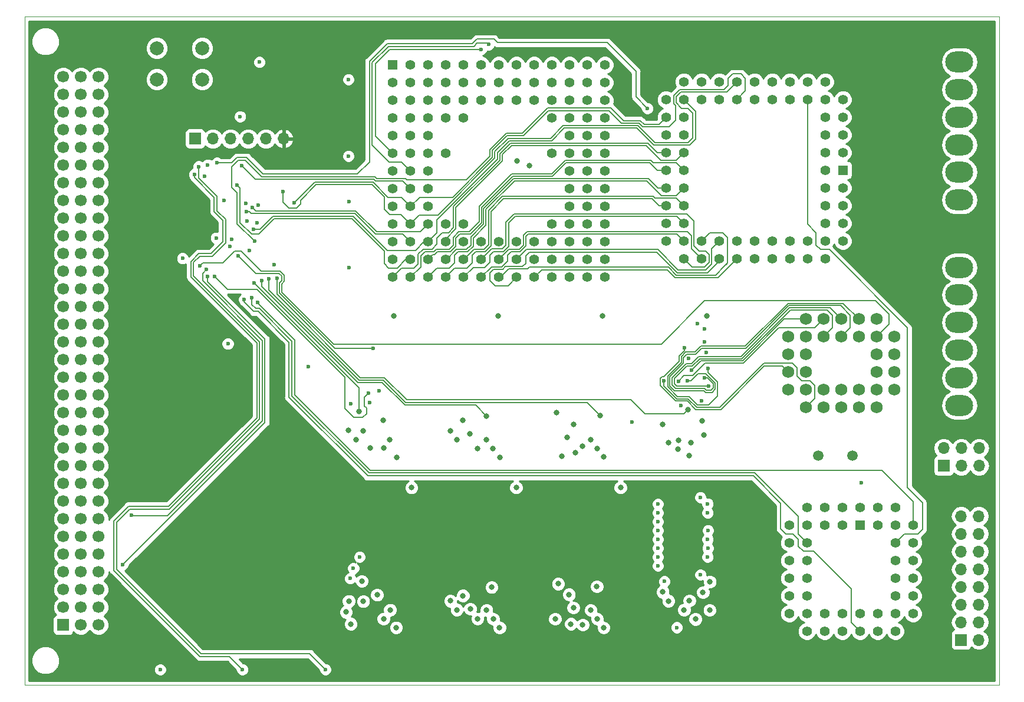
<source format=gbr>
%TF.GenerationSoftware,KiCad,Pcbnew,5.0.1-33cea8e~68~ubuntu18.04.1*%
%TF.CreationDate,2018-11-03T23:21:10-04:00*%
%TF.ProjectId,C68,4336382E6B696361645F706362000000,rev?*%
%TF.SameCoordinates,Original*%
%TF.FileFunction,Copper,L3,Inr,Mixed*%
%TF.FilePolarity,Positive*%
%FSLAX46Y46*%
G04 Gerber Fmt 4.6, Leading zero omitted, Abs format (unit mm)*
G04 Created by KiCad (PCBNEW 5.0.1-33cea8e~68~ubuntu18.04.1) date Sat 03 Nov 2018 11:21:10 PM EDT*
%MOMM*%
%LPD*%
G01*
G04 APERTURE LIST*
%ADD10C,0.050000*%
%ADD11O,4.000000X3.000000*%
%ADD12R,1.700000X1.700000*%
%ADD13O,1.700000X1.700000*%
%ADD14C,2.000000*%
%ADD15R,1.397000X1.397000*%
%ADD16C,1.397000*%
%ADD17C,1.422400*%
%ADD18R,1.422400X1.422400*%
%ADD19C,1.750000*%
%ADD20C,1.500000*%
%ADD21C,1.700000*%
%ADD22C,0.800000*%
%ADD23C,0.600000*%
%ADD24C,0.150000*%
%ADD25C,0.200000*%
%ADD26C,0.254000*%
G04 APERTURE END LIST*
D10*
X174500000Y-123500000D02*
X174500000Y-27500000D01*
X34500000Y-123500000D02*
X174500000Y-123500000D01*
X34500000Y-27500000D02*
X34500000Y-123500000D01*
X174500000Y-27500000D02*
X34500000Y-27500000D01*
D11*
X168750000Y-34000000D03*
X168750000Y-37960000D03*
X168750000Y-41920000D03*
X168750000Y-45880000D03*
X168750000Y-49840000D03*
X168750000Y-53800000D03*
X168750000Y-83300000D03*
X168750000Y-79340000D03*
X168750000Y-75380000D03*
X168750000Y-71420000D03*
X168750000Y-67460000D03*
X168750000Y-63500000D03*
D12*
X59000000Y-45000000D03*
D13*
X61540000Y-45000000D03*
X64080000Y-45000000D03*
X66620000Y-45000000D03*
X69160000Y-45000000D03*
X71700000Y-45000000D03*
D12*
X169000000Y-117000000D03*
D13*
X171540000Y-117000000D03*
X169000000Y-114460000D03*
X171540000Y-114460000D03*
X169000000Y-111920000D03*
X171540000Y-111920000D03*
X169000000Y-109380000D03*
X171540000Y-109380000D03*
X169000000Y-106840000D03*
X171540000Y-106840000D03*
X169000000Y-104300000D03*
X171540000Y-104300000D03*
X169000000Y-101760000D03*
X171540000Y-101760000D03*
X169000000Y-99220000D03*
X171540000Y-99220000D03*
D12*
X166500000Y-92000000D03*
D13*
X166500000Y-89460000D03*
X169040000Y-92000000D03*
X169040000Y-89460000D03*
X171580000Y-92000000D03*
X171580000Y-89460000D03*
D14*
X53500000Y-36500000D03*
X53500000Y-32000000D03*
X60000000Y-36500000D03*
X60000000Y-32000000D03*
D15*
X87370000Y-34420000D03*
D16*
X87370000Y-36960000D03*
X87370000Y-39500000D03*
X87370000Y-42040000D03*
X87370000Y-44580000D03*
X87370000Y-47120000D03*
X87370000Y-49660000D03*
X87370000Y-52200000D03*
X87370000Y-54740000D03*
X87370000Y-57280000D03*
X87370000Y-59820000D03*
X87370000Y-62360000D03*
X87370000Y-64900000D03*
X89910000Y-34420000D03*
X89910000Y-36960000D03*
X89910000Y-39500000D03*
X89910000Y-42040000D03*
X89910000Y-44580000D03*
X89910000Y-47120000D03*
X89910000Y-49660000D03*
X89910000Y-52200000D03*
X89910000Y-54740000D03*
X89910000Y-57280000D03*
X89910000Y-59820000D03*
X89910000Y-62360000D03*
X89910000Y-64900000D03*
X92450000Y-34420000D03*
X92450000Y-36960000D03*
X92450000Y-39500000D03*
X92450000Y-42040000D03*
X92450000Y-44580000D03*
X92450000Y-47120000D03*
X92450000Y-49660000D03*
X92450000Y-52200000D03*
X92450000Y-54740000D03*
X92450000Y-57280000D03*
X92450000Y-59820000D03*
X92450000Y-62360000D03*
X92450000Y-64900000D03*
X94990000Y-34420000D03*
X94990000Y-36960000D03*
X94990000Y-39500000D03*
X94990000Y-42040000D03*
X94990000Y-47120000D03*
X94990000Y-57280000D03*
X94990000Y-59820000D03*
X94990000Y-62360000D03*
X94990000Y-64900000D03*
X97530000Y-34420000D03*
X97530000Y-36960000D03*
X97530000Y-39500000D03*
X97530000Y-42040000D03*
X97530000Y-57280000D03*
X97530000Y-59820000D03*
X97530000Y-62360000D03*
X97530000Y-64900000D03*
X100070000Y-34420000D03*
X100070000Y-36960000D03*
X100070000Y-39500000D03*
X100070000Y-59820000D03*
X100070000Y-62360000D03*
X100070000Y-64900000D03*
X102610000Y-34420000D03*
X102610000Y-36960000D03*
X102610000Y-39500000D03*
X102610000Y-59820000D03*
X102610000Y-62360000D03*
X102610000Y-64900000D03*
X105150000Y-34420000D03*
X105150000Y-36960000D03*
X105150000Y-39500000D03*
X105150000Y-59820000D03*
X105150000Y-62360000D03*
X105150000Y-64900000D03*
X107690000Y-34420000D03*
X107690000Y-36960000D03*
X107690000Y-39500000D03*
X107690000Y-59820000D03*
X107690000Y-62360000D03*
X107690000Y-64900000D03*
X110230000Y-34420000D03*
X110230000Y-36960000D03*
X110230000Y-39500000D03*
X110230000Y-42040000D03*
X110230000Y-47120000D03*
X110230000Y-57280000D03*
X110230000Y-59820000D03*
X110230000Y-62360000D03*
X110230000Y-64900000D03*
X112770000Y-34420000D03*
X112770000Y-36960000D03*
X112770000Y-39500000D03*
X112770000Y-42040000D03*
X112770000Y-44580000D03*
X112770000Y-47120000D03*
X112770000Y-49660000D03*
X112770000Y-52200000D03*
X112770000Y-54740000D03*
X112770000Y-57280000D03*
X112770000Y-59820000D03*
X112770000Y-62360000D03*
X112770000Y-64900000D03*
X115310000Y-34420000D03*
X115310000Y-36960000D03*
X115310000Y-39500000D03*
X115310000Y-42040000D03*
X115310000Y-44580000D03*
X115310000Y-47120000D03*
X115310000Y-49660000D03*
X115310000Y-52200000D03*
X115310000Y-54740000D03*
X115310000Y-57280000D03*
X115310000Y-59820000D03*
X115310000Y-62360000D03*
X115310000Y-64900000D03*
X117850000Y-34420000D03*
X117850000Y-36960000D03*
X117850000Y-39500000D03*
X117850000Y-42040000D03*
X117850000Y-44580000D03*
X117850000Y-47120000D03*
X117850000Y-49660000D03*
X117850000Y-52200000D03*
X117850000Y-54740000D03*
X117850000Y-57280000D03*
X117850000Y-59820000D03*
X117850000Y-62360000D03*
X117850000Y-64900000D03*
D17*
X149490000Y-49540000D03*
X149490000Y-47000000D03*
X149490000Y-44460000D03*
X149490000Y-41920000D03*
X149490000Y-52080000D03*
X149490000Y-54620000D03*
X149490000Y-57160000D03*
X149490000Y-59700000D03*
D18*
X152030000Y-49540000D03*
D17*
X152030000Y-47000000D03*
X152030000Y-44460000D03*
X152030000Y-41920000D03*
X152030000Y-39380000D03*
X152030000Y-52080000D03*
X152030000Y-54620000D03*
X152030000Y-57160000D03*
X149490000Y-39380000D03*
X146950000Y-39380000D03*
X144410000Y-39380000D03*
X141870000Y-39380000D03*
X139330000Y-39380000D03*
X136790000Y-39380000D03*
X134250000Y-39380000D03*
X131710000Y-39380000D03*
X149490000Y-36840000D03*
X146950000Y-36840000D03*
X144410000Y-36840000D03*
X141870000Y-36840000D03*
X139330000Y-36840000D03*
X136790000Y-36840000D03*
X134250000Y-36840000D03*
X131710000Y-36840000D03*
X129170000Y-36840000D03*
X129170000Y-39380000D03*
X129170000Y-41920000D03*
X129170000Y-44460000D03*
X129170000Y-47000000D03*
X129170000Y-49540000D03*
X129170000Y-52080000D03*
X129170000Y-54620000D03*
X129170000Y-57160000D03*
X129170000Y-62240000D03*
X126630000Y-39380000D03*
X126630000Y-41920000D03*
X126630000Y-44460000D03*
X126630000Y-47000000D03*
X126630000Y-49540000D03*
X126630000Y-52080000D03*
X126630000Y-54620000D03*
X126630000Y-57160000D03*
X126630000Y-59700000D03*
X129170000Y-59700000D03*
X131710000Y-59700000D03*
X134250000Y-59700000D03*
X136790000Y-59700000D03*
X139330000Y-59700000D03*
X141870000Y-59700000D03*
X144410000Y-59700000D03*
X146950000Y-59700000D03*
X152030000Y-59700000D03*
X131710000Y-62240000D03*
X134250000Y-62240000D03*
X136790000Y-62240000D03*
X139330000Y-62240000D03*
X141870000Y-62240000D03*
X144410000Y-62240000D03*
X146950000Y-62240000D03*
X149490000Y-62240000D03*
D19*
X146720000Y-76000000D03*
X146720000Y-78540000D03*
X146720000Y-73460000D03*
X146720000Y-70920000D03*
X144180000Y-78540000D03*
X144180000Y-81080000D03*
X144180000Y-76000000D03*
X144180000Y-73460000D03*
X146720000Y-81080000D03*
X149260000Y-81080000D03*
X151800000Y-81080000D03*
X154340000Y-81080000D03*
X146720000Y-83620000D03*
X149260000Y-83620000D03*
X151800000Y-83620000D03*
X154340000Y-83620000D03*
X156880000Y-83620000D03*
X156880000Y-81080000D03*
X156880000Y-78540000D03*
X156880000Y-76000000D03*
X156880000Y-73460000D03*
X159420000Y-81080000D03*
X159420000Y-78540000D03*
X159420000Y-76000000D03*
X159420000Y-73460000D03*
X154340000Y-73460000D03*
X151800000Y-73460000D03*
X149260000Y-73460000D03*
X156880000Y-70920000D03*
X154340000Y-70920000D03*
X151800000Y-70920000D03*
X149260000Y-70920000D03*
X146720000Y-70920000D03*
D20*
X148500000Y-90500000D03*
X153380000Y-90500000D03*
D18*
X154500000Y-100500000D03*
D17*
X151960000Y-100500000D03*
X149420000Y-100500000D03*
X157040000Y-100500000D03*
X159580000Y-100500000D03*
X151960000Y-97960000D03*
X149420000Y-97960000D03*
X146880000Y-97960000D03*
X154500000Y-97960000D03*
X157040000Y-97960000D03*
X146880000Y-100500000D03*
X146880000Y-103040000D03*
X146880000Y-105580000D03*
X146880000Y-108120000D03*
X146880000Y-110660000D03*
X144340000Y-100500000D03*
X144340000Y-103040000D03*
X144340000Y-105580000D03*
X144340000Y-108120000D03*
X144340000Y-110660000D03*
X144340000Y-113200000D03*
X146880000Y-113200000D03*
X149420000Y-113200000D03*
X151960000Y-113200000D03*
X154500000Y-113200000D03*
X157040000Y-113200000D03*
X162120000Y-113200000D03*
X146880000Y-115740000D03*
X149420000Y-115740000D03*
X151960000Y-115740000D03*
X154500000Y-115740000D03*
X157040000Y-115740000D03*
X159580000Y-115740000D03*
X159580000Y-113200000D03*
X159580000Y-110660000D03*
X159580000Y-108120000D03*
X159580000Y-105580000D03*
X159580000Y-103040000D03*
X159580000Y-97960000D03*
X162120000Y-110660000D03*
X162120000Y-108120000D03*
X162120000Y-105580000D03*
X162120000Y-103040000D03*
X162120000Y-100500000D03*
D21*
X42580000Y-112330000D03*
X42580000Y-48830000D03*
X40040000Y-79310000D03*
X42580000Y-51370000D03*
X45120000Y-107250000D03*
X45120000Y-56450000D03*
X40040000Y-76770000D03*
X40040000Y-109790000D03*
X40040000Y-58990000D03*
X40040000Y-61530000D03*
X40040000Y-66610000D03*
X42580000Y-61530000D03*
X42580000Y-99630000D03*
X42580000Y-89470000D03*
X40040000Y-53910000D03*
X40040000Y-86930000D03*
X42580000Y-94550000D03*
X42580000Y-76770000D03*
X42580000Y-84390000D03*
X40040000Y-71690000D03*
X42580000Y-81850000D03*
X42580000Y-79310000D03*
X42580000Y-109790000D03*
X42580000Y-69150000D03*
X42580000Y-97090000D03*
X45120000Y-61530000D03*
X45120000Y-66610000D03*
X40040000Y-92010000D03*
X45120000Y-114870000D03*
X45120000Y-58990000D03*
X45120000Y-43750000D03*
X42580000Y-92010000D03*
X42580000Y-102170000D03*
X42580000Y-104710000D03*
X45120000Y-97090000D03*
X45120000Y-38670000D03*
X42580000Y-86930000D03*
X45120000Y-71690000D03*
X45120000Y-41210000D03*
X45120000Y-99630000D03*
X40040000Y-69150000D03*
X40040000Y-46290000D03*
X42580000Y-71690000D03*
X40040000Y-41210000D03*
X40040000Y-48830000D03*
X45120000Y-36130000D03*
X45120000Y-92010000D03*
X45120000Y-46290000D03*
X40040000Y-36130000D03*
X45120000Y-102170000D03*
X42580000Y-64070000D03*
X40040000Y-74230000D03*
X45120000Y-48830000D03*
X42580000Y-107250000D03*
X40040000Y-89470000D03*
X45120000Y-74230000D03*
X40040000Y-64070000D03*
X40040000Y-81850000D03*
X40040000Y-38670000D03*
X45120000Y-109790000D03*
X42580000Y-74230000D03*
X40040000Y-107250000D03*
X45120000Y-104710000D03*
X40040000Y-84390000D03*
D12*
X40040000Y-114870000D03*
D21*
X40040000Y-97090000D03*
X45120000Y-53910000D03*
X45120000Y-64070000D03*
X40040000Y-112330000D03*
X45120000Y-112330000D03*
X40040000Y-94550000D03*
X42580000Y-114870000D03*
X40040000Y-51370000D03*
X40040000Y-104710000D03*
X45120000Y-94550000D03*
X45120000Y-89470000D03*
X45120000Y-84390000D03*
X45120000Y-81850000D03*
X45120000Y-86930000D03*
X45120000Y-79310000D03*
X40040000Y-102170000D03*
X40040000Y-99630000D03*
X42580000Y-38670000D03*
X45120000Y-51370000D03*
X42580000Y-41210000D03*
X42580000Y-56450000D03*
X42580000Y-53910000D03*
X42580000Y-46290000D03*
X42580000Y-66610000D03*
X42580000Y-43750000D03*
X42580000Y-58990000D03*
X45120000Y-69150000D03*
X40040000Y-43750000D03*
X42580000Y-36130000D03*
X40040000Y-56450000D03*
X45120000Y-76770000D03*
D22*
X105230000Y-48210000D03*
X107010000Y-48860000D03*
D23*
X60810000Y-48770000D03*
X57190000Y-62210000D03*
X70310000Y-63100000D03*
X53990000Y-121280000D03*
X68230000Y-34010000D03*
X63700000Y-74470000D03*
X81000000Y-47500000D03*
X81000000Y-36500000D03*
D22*
X90070000Y-95120000D03*
X105100000Y-95120000D03*
X120090000Y-95120000D03*
X87500000Y-70490000D03*
X102500000Y-70490000D03*
X117500000Y-70490000D03*
X132500000Y-70500000D03*
D23*
X81080000Y-54010000D03*
X81120000Y-63530000D03*
X61390000Y-74630000D03*
X61110000Y-58440000D03*
X74840000Y-49010000D03*
X58940000Y-52210000D03*
X66750000Y-61090000D03*
X125465000Y-102555000D03*
X128410000Y-79840000D03*
X125465000Y-101285000D03*
X129720000Y-79800000D03*
X132690000Y-78030000D03*
X132610000Y-102545000D03*
X132110000Y-79360000D03*
X132640000Y-103815000D03*
X131570000Y-107645000D03*
X131750000Y-82630000D03*
X132750000Y-80580000D03*
X132590000Y-105085000D03*
X65450000Y-41830000D03*
X100060000Y-32180000D03*
D22*
X85990000Y-85450000D03*
X85130000Y-110540000D03*
D23*
X101120000Y-31480000D03*
X65680000Y-48890000D03*
X67860000Y-57120000D03*
X73200000Y-54210000D03*
X66450000Y-56830000D03*
X71620000Y-52640000D03*
X66360000Y-55490000D03*
X65020000Y-51650000D03*
D22*
X86070000Y-89470000D03*
X86060000Y-113970000D03*
D23*
X154710000Y-94410000D03*
X67170000Y-54850000D03*
X67390000Y-57990000D03*
D22*
X86950000Y-88230000D03*
X86990000Y-112700000D03*
X84140000Y-89430000D03*
X81360000Y-114720000D03*
X83160000Y-86960000D03*
X83150000Y-111470000D03*
X87970000Y-90760000D03*
X87860000Y-115240000D03*
X82080000Y-88220000D03*
X80680000Y-113010000D03*
X81040000Y-86930000D03*
X81060000Y-111430000D03*
X97420000Y-85450000D03*
X97460000Y-110650000D03*
X98450000Y-87430000D03*
X98510000Y-112540000D03*
X100840000Y-88220000D03*
X100840000Y-112720000D03*
X101740000Y-89480000D03*
X101800000Y-113990000D03*
X102740000Y-90750000D03*
X102710000Y-115240000D03*
D23*
X131130000Y-71600000D03*
X131550000Y-96530000D03*
X129850000Y-76540000D03*
X125465000Y-97475000D03*
D22*
X96600000Y-88210000D03*
X96570000Y-112680000D03*
X99570000Y-89480000D03*
X99550000Y-113980000D03*
D23*
X132150000Y-74225000D03*
X132600000Y-98735000D03*
X125465000Y-98745000D03*
X129280000Y-75050000D03*
D22*
X113320000Y-112380000D03*
X112450000Y-87930000D03*
X95620000Y-86940000D03*
X95650000Y-111390000D03*
D23*
X132130000Y-72320000D03*
X132600000Y-97465000D03*
X125465000Y-100015000D03*
X130260000Y-78290000D03*
D22*
X110700000Y-114000000D03*
X111690000Y-90610000D03*
X116770000Y-89480000D03*
X116750000Y-113990000D03*
X112690000Y-110490000D03*
X113370000Y-86050000D03*
D23*
X132380000Y-75680000D03*
X132660000Y-101275000D03*
X125465000Y-105095000D03*
X85430000Y-81190000D03*
X82610000Y-105080000D03*
X128790000Y-83310000D03*
D22*
X132900000Y-112730000D03*
X132090000Y-87560000D03*
X131920000Y-110170000D03*
X131810000Y-85580000D03*
X113630000Y-90140000D03*
X112970000Y-114710000D03*
X115830000Y-88220000D03*
X115800000Y-112730000D03*
D23*
X125465000Y-106365000D03*
X75220000Y-77730000D03*
X84070000Y-82880000D03*
X81730000Y-106710000D03*
D22*
X111130000Y-108950000D03*
X110920000Y-84380000D03*
D23*
X66300000Y-54320000D03*
X63960000Y-60510000D03*
X63150000Y-53860000D03*
D22*
X129210000Y-112700000D03*
X128400000Y-88360000D03*
X129980000Y-111370000D03*
X130210000Y-88680000D03*
X126160000Y-110120000D03*
X126180000Y-86080000D03*
X117690000Y-90740000D03*
X117670000Y-115260000D03*
D23*
X125465000Y-103825000D03*
X126330000Y-79790000D03*
X81340000Y-83115000D03*
X81260000Y-108180000D03*
X126390000Y-108600000D03*
X121750000Y-85710000D03*
X123950000Y-40650000D03*
X62150000Y-48490000D03*
X64260000Y-59430000D03*
X62010000Y-59270000D03*
D22*
X126970000Y-111410000D03*
X126980000Y-88680000D03*
X130850000Y-114020000D03*
X129930000Y-90570000D03*
X128360000Y-89600000D03*
D23*
X128170000Y-115220000D03*
D22*
X114630000Y-89160000D03*
X114660000Y-114830000D03*
D23*
X67590000Y-59750000D03*
X84600000Y-75160000D03*
X65210000Y-61860000D03*
X83850000Y-81560000D03*
X61780000Y-64800000D03*
D22*
X129740000Y-83970000D03*
X132930000Y-108660000D03*
D23*
X70740000Y-65010000D03*
D22*
X117190000Y-84790000D03*
X116690000Y-109330000D03*
D23*
X69620000Y-65160000D03*
X60590000Y-63820000D03*
X49870000Y-99110000D03*
X60780000Y-64830000D03*
X48580000Y-106210000D03*
D22*
X82560000Y-84160000D03*
X82950000Y-108560000D03*
D23*
X67500000Y-65750000D03*
D22*
X100830000Y-84830000D03*
X101580000Y-109430000D03*
D23*
X68540000Y-65410000D03*
X68040000Y-54580000D03*
X67130000Y-67820000D03*
X66050000Y-68120000D03*
X60320000Y-50390000D03*
X59670000Y-63270000D03*
X67980000Y-68530000D03*
X65790000Y-121250000D03*
X58900000Y-50130000D03*
X77710000Y-121250000D03*
X59530000Y-49010000D03*
D24*
X128410000Y-79840000D02*
X129210000Y-79040000D01*
X129210000Y-79040000D02*
X130430000Y-79040000D01*
X130430000Y-79040000D02*
X132220000Y-77250000D01*
X132220000Y-77250000D02*
X137750000Y-77250000D01*
X137750000Y-77250000D02*
X142820000Y-72180000D01*
X148000000Y-72180000D02*
X149260000Y-70920000D01*
X142820000Y-72180000D02*
X148000000Y-72180000D01*
X130180000Y-79800000D02*
X129720000Y-79800000D01*
X131250000Y-78730000D02*
X130180000Y-79800000D01*
X132350000Y-78730000D02*
X131250000Y-78730000D01*
X133710000Y-80960000D02*
X133710000Y-80090000D01*
X133220000Y-81450000D02*
X133710000Y-80960000D01*
X129610000Y-75970000D02*
X129120000Y-76460000D01*
X127170000Y-79190000D02*
X127170000Y-80520000D01*
X153070000Y-70350000D02*
X151690000Y-68970000D01*
X151690000Y-68970000D02*
X144260000Y-68970000D01*
X133710000Y-80090000D02*
X132350000Y-78730000D01*
X129120000Y-77240000D02*
X127170000Y-79190000D01*
X153070000Y-72190000D02*
X153070000Y-70350000D01*
X131740000Y-75140000D02*
X130910000Y-75970000D01*
X144260000Y-68970000D02*
X138090000Y-75140000D01*
X129120000Y-76460000D02*
X129120000Y-77240000D01*
X130910000Y-75970000D02*
X129610000Y-75970000D01*
X127170000Y-80520000D02*
X127840010Y-81190010D01*
X151800000Y-73460000D02*
X153070000Y-72190000D01*
X127840010Y-81190010D02*
X132035732Y-81190010D01*
X132035732Y-81190010D02*
X132295722Y-81450000D01*
X138090000Y-75140000D02*
X131740000Y-75140000D01*
X132295722Y-81450000D02*
X133220000Y-81450000D01*
X134020000Y-79950000D02*
X132690000Y-78620000D01*
X130780000Y-75670000D02*
X129480000Y-75670000D01*
X132770000Y-83270000D02*
X134020000Y-82020000D01*
X132690000Y-78620000D02*
X132690000Y-78030000D01*
X137970000Y-74830000D02*
X131620000Y-74830000D01*
X144140000Y-68660000D02*
X137970000Y-74830000D01*
X131620000Y-74830000D02*
X130780000Y-75670000D01*
X152080000Y-68660000D02*
X144140000Y-68660000D01*
X154340000Y-70920000D02*
X152080000Y-68660000D01*
X128810000Y-76340000D02*
X128810000Y-77120000D01*
X129940000Y-82070000D02*
X131140000Y-83270000D01*
X131140000Y-83270000D02*
X132770000Y-83270000D01*
X129480000Y-75670000D02*
X128810000Y-76340000D01*
X126860000Y-79070000D02*
X126860000Y-80640000D01*
X128810000Y-77120000D02*
X126860000Y-79070000D01*
X126860000Y-80640000D02*
X128290000Y-82070000D01*
X128290000Y-82070000D02*
X129940000Y-82070000D01*
X134020000Y-82020000D02*
X134020000Y-79950000D01*
X132534264Y-79360000D02*
X133390000Y-80215736D01*
X132110000Y-79360000D02*
X132534264Y-79360000D01*
X133390000Y-80215736D02*
X133390000Y-80840000D01*
X133390000Y-80840000D02*
X133080000Y-81150000D01*
X133080000Y-81150000D02*
X132420000Y-81150000D01*
X132420000Y-81150000D02*
X132160000Y-80890000D01*
X132160000Y-80890000D02*
X127990000Y-80890000D01*
X127990000Y-80890000D02*
X127480000Y-80380000D01*
X127480000Y-80380000D02*
X127480000Y-79350000D01*
X127480000Y-79350000D02*
X129490000Y-77340000D01*
X129490000Y-77340000D02*
X130280000Y-77340000D01*
X130280000Y-77340000D02*
X131320000Y-76300000D01*
X131320000Y-76300000D02*
X137360000Y-76300000D01*
X137360000Y-76300000D02*
X144380000Y-69280000D01*
X150160000Y-69280000D02*
X151800000Y-70920000D01*
X144380000Y-69280000D02*
X150160000Y-69280000D01*
X132750000Y-80580000D02*
X128130000Y-80580000D01*
X128130000Y-80580000D02*
X127790000Y-80240000D01*
X127790000Y-80240000D02*
X127790000Y-79470000D01*
X127790000Y-79470000D02*
X129620000Y-77640000D01*
X129620000Y-77640000D02*
X130410000Y-77640000D01*
X130410000Y-77640000D02*
X131440000Y-76610000D01*
X131440000Y-76610000D02*
X137490000Y-76610000D01*
X137490000Y-76610000D02*
X144510000Y-69590000D01*
X144510000Y-69590000D02*
X149760000Y-69590000D01*
X149760000Y-69590000D02*
X150530000Y-70360000D01*
X150530000Y-72190000D02*
X149260000Y-73460000D01*
X150530000Y-70360000D02*
X150530000Y-72190000D01*
D25*
X100060000Y-32180000D02*
X86950000Y-32180000D01*
X86950000Y-32180000D02*
X84890000Y-34240000D01*
X84890000Y-44640000D02*
X84890000Y-34240000D01*
X87370000Y-47120000D02*
X84890000Y-44640000D01*
D24*
X125350000Y-47000000D02*
X126630000Y-47000000D01*
X91770000Y-60870000D02*
X93020000Y-60870000D01*
X91020000Y-61620000D02*
X91770000Y-60870000D01*
X93020000Y-60870000D02*
X93750000Y-60140000D01*
X90370000Y-63650000D02*
X91020000Y-63000000D01*
X88620000Y-63650000D02*
X90370000Y-63650000D01*
X91020000Y-63000000D02*
X91020000Y-61620000D01*
X87370000Y-64900000D02*
X88620000Y-63650000D01*
X93750000Y-60140000D02*
X93750000Y-59270000D01*
X93750000Y-59270000D02*
X94510000Y-58510000D01*
X95390000Y-58510000D02*
X96100000Y-57800000D01*
X96100000Y-54750000D02*
X102760000Y-48090000D01*
X124000000Y-45650000D02*
X125350000Y-47000000D01*
X102760000Y-48090000D02*
X102760000Y-47170000D01*
X96100000Y-57800000D02*
X96100000Y-54750000D01*
X94510000Y-58510000D02*
X95390000Y-58510000D01*
X102760000Y-47170000D02*
X104280000Y-45650000D01*
X104280000Y-45650000D02*
X124000000Y-45650000D01*
D25*
X89910000Y-49660000D02*
X88620000Y-48370000D01*
X88620000Y-48370000D02*
X86880000Y-48370000D01*
X86880000Y-48370000D02*
X84420000Y-45910000D01*
X84420000Y-45910000D02*
X84420000Y-34080000D01*
X84420000Y-34080000D02*
X86760000Y-31740000D01*
X86760000Y-31740000D02*
X99050000Y-31740000D01*
X99050000Y-31740000D02*
X99510000Y-31280000D01*
X100920000Y-31280000D02*
X101130000Y-31490000D01*
X99510000Y-31280000D02*
X100920000Y-31280000D01*
X67650000Y-50860000D02*
X65680000Y-48890000D01*
X89910000Y-52200000D02*
X88820000Y-51110000D01*
X88820000Y-51110000D02*
X84920000Y-51110000D01*
X84920000Y-51110000D02*
X84670000Y-50860000D01*
X84670000Y-50860000D02*
X67650000Y-50860000D01*
D24*
X73200000Y-54210000D02*
X76160000Y-51250000D01*
X76160000Y-51250000D02*
X84530000Y-51250000D01*
X84530000Y-51250000D02*
X86710000Y-53430000D01*
X88600000Y-53430000D02*
X89910000Y-54740000D01*
X86710000Y-53430000D02*
X88600000Y-53430000D01*
X95970000Y-53410000D02*
X91240000Y-53410000D01*
X101690000Y-46700000D02*
X101690000Y-47690000D01*
X103800000Y-44590000D02*
X101690000Y-46700000D01*
X109740000Y-40970000D02*
X106120000Y-44590000D01*
X120250000Y-42780000D02*
X118440000Y-40970000D01*
X106120000Y-44590000D02*
X103800000Y-44590000D01*
X135540000Y-36320000D02*
X135540000Y-37340000D01*
X127740000Y-38800000D02*
X127740000Y-39990000D01*
X137380000Y-35680000D02*
X136180000Y-35680000D01*
X138030000Y-38140000D02*
X138030000Y-36330000D01*
X136180000Y-35680000D02*
X135540000Y-36320000D01*
X136790000Y-39380000D02*
X138030000Y-38140000D01*
X122750000Y-42780000D02*
X120250000Y-42780000D01*
X118440000Y-40970000D02*
X109740000Y-40970000D01*
X138030000Y-36330000D02*
X137380000Y-35680000D01*
X135540000Y-37340000D02*
X134930000Y-37950000D01*
X134930000Y-37950000D02*
X128590000Y-37950000D01*
X128020000Y-40270000D02*
X128020000Y-42330000D01*
X101690000Y-47690000D02*
X95970000Y-53410000D01*
X128590000Y-37950000D02*
X127740000Y-38800000D01*
X127740000Y-39990000D02*
X128020000Y-40270000D01*
X128020000Y-42330000D02*
X127030000Y-43320000D01*
X91240000Y-53410000D02*
X89910000Y-54740000D01*
X127030000Y-43320000D02*
X123290000Y-43320000D01*
X123290000Y-43320000D02*
X122750000Y-42780000D01*
X71620000Y-54120000D02*
X71620000Y-52640000D01*
X72480000Y-54980000D02*
X71620000Y-54120000D01*
X74130000Y-54410000D02*
X73560000Y-54980000D01*
X74130000Y-53840000D02*
X74130000Y-54410000D01*
X73560000Y-54980000D02*
X72480000Y-54980000D01*
X76340000Y-51630000D02*
X74130000Y-53840000D01*
X89910000Y-57280000D02*
X88560000Y-55930000D01*
X86950000Y-55930000D02*
X86180000Y-55160000D01*
X88560000Y-55930000D02*
X86950000Y-55930000D01*
X86180000Y-55160000D02*
X86180000Y-53380000D01*
X86180000Y-53380000D02*
X84430000Y-51630000D01*
X84430000Y-51630000D02*
X76340000Y-51630000D01*
X89910000Y-57280000D02*
X91200000Y-55990000D01*
X91200000Y-55990000D02*
X93880000Y-55990000D01*
X93880000Y-55990000D02*
X102050000Y-47820000D01*
X102050000Y-47820000D02*
X102050000Y-46850000D01*
X102050000Y-46850000D02*
X103940000Y-44960000D01*
X103940000Y-44960000D02*
X110010000Y-44960000D01*
X110010000Y-44960000D02*
X111820000Y-43150000D01*
X111820000Y-43150000D02*
X122600000Y-43150000D01*
X122600000Y-43150000D02*
X125020000Y-45570000D01*
X125020000Y-45570000D02*
X129810000Y-45570000D01*
X129810000Y-45570000D02*
X130490000Y-44890000D01*
X130490000Y-44890000D02*
X130490000Y-41340000D01*
X130490000Y-41340000D02*
X129780000Y-40630000D01*
X129780000Y-40630000D02*
X128840000Y-40630000D01*
X128840000Y-40630000D02*
X128050000Y-39840000D01*
X128050000Y-39840000D02*
X128050000Y-38980000D01*
X128050000Y-38980000D02*
X128760000Y-38270000D01*
X135360000Y-38270000D02*
X136790000Y-36840000D01*
X128760000Y-38270000D02*
X135360000Y-38270000D01*
D25*
X88810000Y-58720000D02*
X89910000Y-59820000D01*
X84905012Y-58720000D02*
X88810000Y-58720000D01*
X81945012Y-55760000D02*
X84905012Y-58720000D01*
X67054264Y-55760000D02*
X81945012Y-55760000D01*
X66360000Y-55490000D02*
X66784264Y-55490000D01*
X66784264Y-55490000D02*
X67054264Y-55760000D01*
X89910000Y-62360000D02*
X89250000Y-62360000D01*
X89250000Y-62360000D02*
X88040000Y-63570000D01*
X88040000Y-63570000D02*
X86810000Y-63570000D01*
X86810000Y-63570000D02*
X86140000Y-62900000D01*
X86140000Y-62900000D02*
X86140000Y-61140000D01*
X86140000Y-61140000D02*
X81530000Y-56530000D01*
X81530000Y-56530000D02*
X70370000Y-56530000D01*
X70370000Y-56530000D02*
X68170000Y-58730000D01*
X68170000Y-58730000D02*
X67090000Y-58730000D01*
X67090000Y-58730000D02*
X65430000Y-57070000D01*
X65430000Y-57070000D02*
X65430000Y-52060000D01*
X65430000Y-52060000D02*
X65020000Y-51650000D01*
D24*
X91390000Y-63420000D02*
X89910000Y-64900000D01*
X91390000Y-61860010D02*
X91390000Y-63420000D01*
X92030000Y-61220010D02*
X91390000Y-61860010D01*
X112136499Y-48093501D02*
X110180000Y-50050000D01*
X96050000Y-60340000D02*
X95510000Y-60880000D01*
X124430000Y-48093501D02*
X112136499Y-48093501D01*
X124786509Y-48450010D02*
X124430000Y-48093501D01*
X129170000Y-49540000D02*
X128080010Y-48450010D01*
X128080010Y-48450010D02*
X124786509Y-48450010D01*
X110180000Y-50050000D02*
X104470000Y-50050000D01*
X96840000Y-58380000D02*
X96050000Y-59170000D01*
X98380000Y-58380000D02*
X96840000Y-58380000D01*
X93279990Y-61220010D02*
X92030000Y-61220010D01*
X99800000Y-56960000D02*
X98380000Y-58380000D01*
X104470000Y-50050000D02*
X99800000Y-54720000D01*
X99800000Y-54720000D02*
X99800000Y-56960000D01*
X96050000Y-59170000D02*
X96050000Y-60340000D01*
X95510000Y-60880000D02*
X93620000Y-60880000D01*
X93620000Y-60880000D02*
X93279990Y-61220010D01*
D25*
X92450000Y-57280000D02*
X91370000Y-58360000D01*
X91370000Y-58360000D02*
X85040000Y-58360000D01*
X85040000Y-58360000D02*
X82040000Y-55360000D01*
X67680000Y-55360000D02*
X67170000Y-54850000D01*
X82040000Y-55360000D02*
X67680000Y-55360000D01*
X92450000Y-59820000D02*
X91890000Y-59820000D01*
X91890000Y-59820000D02*
X90650000Y-61060000D01*
X90650000Y-61060000D02*
X86640000Y-61060000D01*
X86640000Y-61060000D02*
X81730000Y-56150000D01*
X81730000Y-56150000D02*
X70190000Y-56150000D01*
X68350000Y-57990000D02*
X67390000Y-57990000D01*
X70190000Y-56150000D02*
X68350000Y-57990000D01*
D24*
X130890000Y-45060000D02*
X130890000Y-41100000D01*
X122450000Y-43490000D02*
X124870000Y-45910000D01*
X110200000Y-45300000D02*
X112010000Y-43490000D01*
X130040000Y-45910000D02*
X130890000Y-45060000D01*
X124870000Y-45910000D02*
X130040000Y-45910000D01*
X102420000Y-47960000D02*
X102420000Y-47030000D01*
X112010000Y-43490000D02*
X122450000Y-43490000D01*
X93730000Y-58540000D02*
X93730000Y-56650000D01*
X92450000Y-59820000D02*
X93730000Y-58540000D01*
X93730000Y-56650000D02*
X102420000Y-47960000D01*
X102420000Y-47030000D02*
X104150000Y-45300000D01*
X130890000Y-41100000D02*
X129170000Y-39380000D01*
X104150000Y-45300000D02*
X110200000Y-45300000D01*
X124260000Y-48443511D02*
X125356489Y-49540000D01*
X112270000Y-48443511D02*
X124260000Y-48443511D01*
X110313511Y-50400000D02*
X112270000Y-48443511D01*
X100130000Y-54890000D02*
X104620000Y-50400000D01*
X100130000Y-57130000D02*
X100130000Y-54890000D01*
X92450000Y-62360000D02*
X93148499Y-61661501D01*
X104620000Y-50400000D02*
X110313511Y-50400000D01*
X96400010Y-59319990D02*
X97000000Y-58720000D01*
X93148499Y-61661501D02*
X93388499Y-61661501D01*
X98540000Y-58720000D02*
X100130000Y-57130000D01*
X97000000Y-58720000D02*
X98540000Y-58720000D01*
X93819990Y-61230010D02*
X95654978Y-61230010D01*
X95654978Y-61230010D02*
X96400010Y-60484978D01*
X93388499Y-61661501D02*
X93819990Y-61230010D01*
X125356489Y-49540000D02*
X126630000Y-49540000D01*
X96400010Y-60484978D02*
X96400010Y-59319990D01*
X125990000Y-53180000D02*
X128070000Y-53180000D01*
X123890010Y-51080010D02*
X125990000Y-53180000D01*
X100770000Y-55180000D02*
X104869990Y-51080010D01*
X128070000Y-53180000D02*
X129170000Y-52080000D01*
X104869990Y-51080010D02*
X123890010Y-51080010D01*
X98930010Y-59259990D02*
X100770000Y-57420000D01*
X98114978Y-61270010D02*
X98930010Y-60454978D01*
X92450000Y-64900000D02*
X93730000Y-63620000D01*
X93730000Y-63620000D02*
X95480000Y-63620000D01*
X100770000Y-57420000D02*
X100770000Y-55180000D01*
X98930010Y-60454978D02*
X98930010Y-59259990D01*
X96769990Y-61270010D02*
X98114978Y-61270010D01*
X95480000Y-63620000D02*
X96270000Y-62830000D01*
X96270000Y-62830000D02*
X96270000Y-61770000D01*
X96270000Y-61770000D02*
X96769990Y-61270010D01*
X94990000Y-59430000D02*
X94990000Y-59820000D01*
X96440000Y-54900000D02*
X96440000Y-57980000D01*
X103120000Y-48220000D02*
X96440000Y-54900000D01*
X129170000Y-47000000D02*
X128070000Y-48100000D01*
X128070000Y-48100000D02*
X125890000Y-48100000D01*
X125890000Y-48100000D02*
X123790010Y-46000010D01*
X96440000Y-57980000D02*
X94990000Y-59430000D01*
X123790010Y-46000010D02*
X104430000Y-46000010D01*
X103120000Y-47310010D02*
X103120000Y-48220000D01*
X104430000Y-46000010D02*
X103120000Y-47310010D01*
X96500000Y-60920000D02*
X95120000Y-62300000D01*
X97970000Y-60920000D02*
X96500000Y-60920000D01*
X98580000Y-60310000D02*
X97970000Y-60920000D01*
X126630000Y-52080000D02*
X125440000Y-52080000D01*
X125440000Y-52080000D02*
X124090000Y-50730000D01*
X98580000Y-59150000D02*
X98580000Y-60310000D01*
X100440000Y-57290000D02*
X98580000Y-59150000D01*
X124090000Y-50730000D02*
X104740000Y-50730000D01*
X104740000Y-50730000D02*
X100440000Y-55030000D01*
X100440000Y-55030000D02*
X100440000Y-57290000D01*
X96270000Y-63620000D02*
X94990000Y-64900000D01*
X98040000Y-63620000D02*
X96270000Y-63620000D01*
X98770000Y-62890000D02*
X98040000Y-63620000D01*
X98770000Y-61790000D02*
X98770000Y-62890000D01*
X99329990Y-61230010D02*
X98770000Y-61790000D01*
X100624978Y-61230010D02*
X99329990Y-61230010D01*
X126630000Y-54620000D02*
X125624212Y-54620000D01*
X124634222Y-53630010D02*
X103294978Y-53630010D01*
X103294978Y-53630010D02*
X101480010Y-55444978D01*
X101480010Y-60374978D02*
X100624978Y-61230010D01*
X125624212Y-54620000D02*
X124634222Y-53630010D01*
X101480010Y-55444978D02*
X101480010Y-60374978D01*
X100480000Y-60880000D02*
X99070000Y-60880000D01*
X129170000Y-54620000D02*
X128080010Y-53530010D01*
X103150000Y-53280000D02*
X101130000Y-55300000D01*
X128080010Y-53530010D02*
X125050010Y-53530010D01*
X125050010Y-53530010D02*
X124800000Y-53280000D01*
X99070000Y-60880000D02*
X97570000Y-62380000D01*
X101130000Y-60230000D02*
X100480000Y-60880000D01*
X124800000Y-53280000D02*
X103150000Y-53280000D01*
X101130000Y-55300000D02*
X101130000Y-60230000D01*
X97530000Y-64900000D02*
X98930000Y-63500000D01*
X98930000Y-63500000D02*
X100600000Y-63500000D01*
X100600000Y-63500000D02*
X101300000Y-62800000D01*
X101300000Y-62800000D02*
X101300000Y-61760000D01*
X103244978Y-61210010D02*
X104000010Y-60454978D01*
X101300000Y-61760000D02*
X101849990Y-61210010D01*
X101849990Y-61210010D02*
X103244978Y-61210010D01*
X104000010Y-60454978D02*
X104000010Y-57124978D01*
X104000010Y-57124978D02*
X104974978Y-56150010D01*
X128160010Y-56150010D02*
X129170000Y-57160000D01*
X104974978Y-56150010D02*
X128160010Y-56150010D01*
X129170000Y-62240000D02*
X130340000Y-63410000D01*
X130340000Y-63410000D02*
X132150000Y-63410000D01*
X132150000Y-63410000D02*
X132800000Y-62760000D01*
X132800000Y-62760000D02*
X132800000Y-61640000D01*
X132800000Y-61640000D02*
X132310000Y-61150000D01*
X132310000Y-61150000D02*
X131390000Y-61150000D01*
X131390000Y-61150000D02*
X130640000Y-60400000D01*
X130640000Y-60400000D02*
X130640000Y-56820000D01*
X130640000Y-56820000D02*
X129620000Y-55800000D01*
X129620000Y-55800000D02*
X104830000Y-55800000D01*
X104830000Y-55800000D02*
X103650000Y-56980000D01*
X103650000Y-56980000D02*
X103650000Y-60310000D01*
X103650000Y-60310000D02*
X103100000Y-60860000D01*
X101570000Y-60860000D02*
X100070000Y-62360000D01*
X103100000Y-60860000D02*
X101570000Y-60860000D01*
X105684978Y-61250010D02*
X106510010Y-60424978D01*
X103870000Y-61740000D02*
X104359990Y-61250010D01*
X104359990Y-61250010D02*
X105684978Y-61250010D01*
X106510010Y-59009990D02*
X106819990Y-58700010D01*
X106510010Y-60424978D02*
X106510010Y-59009990D01*
X128170010Y-58700010D02*
X129170000Y-59700000D01*
X106819990Y-58700010D02*
X128170010Y-58700010D01*
X100070000Y-64900000D02*
X101550000Y-63420000D01*
X103030000Y-63420000D02*
X103870000Y-62580000D01*
X101550000Y-63420000D02*
X103030000Y-63420000D01*
X103870000Y-62580000D02*
X103870000Y-61740000D01*
X131710000Y-62240000D02*
X130280000Y-60810000D01*
X130280000Y-60810000D02*
X130280000Y-58960000D01*
X130280000Y-58960000D02*
X129670000Y-58350000D01*
X129670000Y-58350000D02*
X106670000Y-58350000D01*
X106670000Y-58350000D02*
X106160000Y-58860000D01*
X106160000Y-58860000D02*
X106160000Y-60280000D01*
X106160000Y-60280000D02*
X105540000Y-60900000D01*
X104070000Y-60900000D02*
X102610000Y-62360000D01*
X105540000Y-60900000D02*
X104070000Y-60900000D01*
X135060000Y-63300000D02*
X135480000Y-62880000D01*
X135060000Y-63300000D02*
X135360000Y-63000000D01*
X135480000Y-62880000D02*
X135480000Y-59170000D01*
X135480000Y-59170000D02*
X134800000Y-58490000D01*
X132920000Y-58490000D02*
X131710000Y-59700000D01*
X134800000Y-58490000D02*
X132920000Y-58490000D01*
X133749990Y-64610010D02*
X135060000Y-63300000D01*
X128100010Y-64610010D02*
X133749990Y-64610010D01*
X102610000Y-64900000D02*
X102840000Y-64900000D01*
X102840000Y-64900000D02*
X104009990Y-63730010D01*
X104009990Y-63730010D02*
X106739990Y-63730010D01*
X106739990Y-63730010D02*
X107000000Y-63470000D01*
X107000000Y-63470000D02*
X126960000Y-63470000D01*
X126960000Y-63470000D02*
X128100010Y-64610010D01*
X133150010Y-60799990D02*
X133150010Y-63029990D01*
X134250000Y-59700000D02*
X133150010Y-60799990D01*
X133150010Y-63029990D02*
X132330000Y-63850000D01*
X132330000Y-63850000D02*
X128360000Y-63850000D01*
X128360000Y-63850000D02*
X125440000Y-60930000D01*
X106580000Y-60930000D02*
X105150000Y-62360000D01*
X125440000Y-60930000D02*
X106580000Y-60930000D01*
X101370000Y-65420000D02*
X102060000Y-66110000D01*
X101370000Y-64280000D02*
X101370000Y-65420000D01*
X102060000Y-66110000D02*
X103940000Y-66110000D01*
X103174978Y-63770010D02*
X101879990Y-63770010D01*
X103564988Y-63380000D02*
X103174978Y-63770010D01*
X105990000Y-63380000D02*
X103564988Y-63380000D01*
X103940000Y-66110000D02*
X105150000Y-64900000D01*
X101879990Y-63770010D02*
X101370000Y-64280000D01*
X134250000Y-62240000D02*
X134250000Y-62610000D01*
X128250000Y-64260000D02*
X125280000Y-61290000D01*
X106460000Y-61850000D02*
X106460000Y-62910000D01*
X134250000Y-62610000D02*
X132600000Y-64260000D01*
X132600000Y-64260000D02*
X128250000Y-64260000D01*
X125280000Y-61290000D02*
X107020000Y-61290000D01*
X106460000Y-62910000D02*
X105990000Y-63380000D01*
X107020000Y-61290000D02*
X106460000Y-61850000D01*
X140724999Y-77665001D02*
X143305001Y-77665001D01*
X129690000Y-82690000D02*
X130890000Y-83890000D01*
X128030000Y-82690000D02*
X129690000Y-82690000D01*
X125770000Y-80430000D02*
X128030000Y-82690000D01*
X143305001Y-77665001D02*
X144180000Y-78540000D01*
X125770000Y-79440000D02*
X125770000Y-80430000D01*
X129270000Y-75050000D02*
X129270000Y-75430000D01*
X128490000Y-76210000D02*
X128490000Y-76990000D01*
X134500000Y-83890000D02*
X140724999Y-77665001D01*
X130890000Y-83890000D02*
X134500000Y-83890000D01*
X126300000Y-79180000D02*
X126030000Y-79180000D01*
X129270000Y-75430000D02*
X128490000Y-76210000D01*
X128490000Y-76990000D02*
X126300000Y-79180000D01*
X126030000Y-79180000D02*
X125770000Y-79440000D01*
X134069980Y-64960020D02*
X127940020Y-64960020D01*
X136790000Y-62240000D02*
X134069980Y-64960020D01*
X127940020Y-64960020D02*
X126810000Y-63830000D01*
X108760000Y-63830000D02*
X107690000Y-64900000D01*
X126810000Y-63830000D02*
X108760000Y-63830000D01*
X146720000Y-70920000D02*
X143620000Y-70920000D01*
X143620000Y-70920000D02*
X137620000Y-76920000D01*
X131630000Y-76920000D02*
X130260000Y-78290000D01*
X137620000Y-76920000D02*
X131630000Y-76920000D01*
X159580000Y-103040000D02*
X160840000Y-101780000D01*
X160840000Y-101780000D02*
X162810000Y-101780000D01*
X162810000Y-101780000D02*
X163440000Y-101150000D01*
X146950000Y-39380000D02*
X146950000Y-57260000D01*
X146950000Y-57260000D02*
X148190000Y-58500000D01*
X148190000Y-58500000D02*
X148190000Y-60270000D01*
X148190000Y-60270000D02*
X148860000Y-60940000D01*
X148860000Y-60940000D02*
X150080000Y-60940000D01*
X150080000Y-60940000D02*
X161310000Y-72170000D01*
X161310000Y-95140000D02*
X163440000Y-97270000D01*
X161310000Y-72170000D02*
X161310000Y-95140000D01*
X163440000Y-101150000D02*
X163440000Y-97270000D01*
X126330000Y-80550000D02*
X126330000Y-79790000D01*
X129820000Y-82380000D02*
X128160000Y-82380000D01*
X134360000Y-83580000D02*
X131020000Y-83580000D01*
X140680000Y-77260000D02*
X134360000Y-83580000D01*
X147990000Y-82350000D02*
X147990000Y-80480000D01*
X128160000Y-82380000D02*
X126330000Y-80550000D01*
X131020000Y-83580000D02*
X129820000Y-82380000D01*
X147990000Y-80480000D02*
X147310000Y-79800000D01*
X144790000Y-77260000D02*
X140680000Y-77260000D01*
X147310000Y-79800000D02*
X146130000Y-79800000D01*
X145450000Y-77920000D02*
X144790000Y-77260000D01*
X146720000Y-83620000D02*
X147990000Y-82350000D01*
X146130000Y-79800000D02*
X145450000Y-79120000D01*
X145450000Y-79120000D02*
X145450000Y-77920000D01*
D25*
X102420000Y-31220000D02*
X101900000Y-30700000D01*
X101900000Y-30700000D02*
X99460000Y-30700000D01*
X99460000Y-30700000D02*
X98830000Y-31330000D01*
X98830000Y-31330000D02*
X86620000Y-31330000D01*
X86620000Y-31330000D02*
X84030000Y-33920000D01*
X84030000Y-33920000D02*
X84030000Y-48360000D01*
X84030000Y-48360000D02*
X82310000Y-50080000D01*
X82310000Y-50080000D02*
X68760000Y-50080000D01*
X68760000Y-50080000D02*
X66400000Y-47720000D01*
X66400000Y-47720000D02*
X65020000Y-47720000D01*
X102420000Y-31220000D02*
X118180000Y-31220000D01*
X118180000Y-31220000D02*
X122310000Y-35350000D01*
X122310000Y-39010000D02*
X123950000Y-40650000D01*
X122310000Y-35350000D02*
X122310000Y-39010000D01*
X65020000Y-47720000D02*
X64250000Y-48490000D01*
X64250000Y-48490000D02*
X62150000Y-48490000D01*
D24*
X126630000Y-41920000D02*
X125590000Y-42960000D01*
X125590000Y-42960000D02*
X123480000Y-42960000D01*
X123480000Y-42960000D02*
X122950000Y-42430000D01*
X122950000Y-42430000D02*
X120510000Y-42430000D01*
X120510000Y-42430000D02*
X118690000Y-40610000D01*
X118690000Y-40610000D02*
X109600000Y-40610000D01*
X109600000Y-40610000D02*
X105980000Y-44230000D01*
X105980000Y-44230000D02*
X103700000Y-44230000D01*
X103700000Y-44230000D02*
X101350000Y-46580000D01*
X101350000Y-46580000D02*
X101350000Y-47540000D01*
X101350000Y-47540000D02*
X97940000Y-50950000D01*
X97940000Y-50950000D02*
X89680000Y-50950000D01*
X89680000Y-50950000D02*
X89400000Y-50950000D01*
X89400000Y-50950000D02*
X89200000Y-50750000D01*
X89200000Y-50750000D02*
X85100000Y-50750000D01*
X85100000Y-50750000D02*
X84820000Y-50470000D01*
X84820000Y-50470000D02*
X68590000Y-50470000D01*
X68590000Y-50470000D02*
X66220000Y-48100000D01*
X66220000Y-48100000D02*
X65170000Y-48100000D01*
X65170000Y-48100000D02*
X64260000Y-49010000D01*
X64260000Y-49010000D02*
X64260000Y-52020000D01*
X64260000Y-52020000D02*
X65010000Y-52770000D01*
X65010000Y-52770000D02*
X65010000Y-57240000D01*
X65010000Y-57240000D02*
X67520000Y-59750000D01*
X67520000Y-59750000D02*
X67590000Y-59750000D01*
X84600000Y-75160000D02*
X79050000Y-75160000D01*
X79050000Y-75160000D02*
X71100000Y-67210000D01*
X71100000Y-67210000D02*
X71100000Y-65700000D01*
X71100000Y-65700000D02*
X71430000Y-65370000D01*
X71430000Y-65370000D02*
X71430000Y-64740000D01*
X71430000Y-64740000D02*
X71040000Y-64350000D01*
X71040000Y-64350000D02*
X67700000Y-64350000D01*
X67700000Y-64350000D02*
X65210000Y-61860000D01*
X83290000Y-82120000D02*
X83290000Y-83390000D01*
X83850000Y-81560000D02*
X83290000Y-82120000D01*
X83290000Y-83390000D02*
X83610000Y-83710000D01*
X83610000Y-83710000D02*
X83610000Y-84490000D01*
X83610000Y-84490000D02*
X83080000Y-85020000D01*
X83080000Y-85020000D02*
X81780000Y-85020000D01*
X81780000Y-85020000D02*
X80510000Y-83750000D01*
X80510000Y-83750000D02*
X80510000Y-79290000D01*
X80510000Y-79290000D02*
X67880000Y-66660000D01*
X67880000Y-66660000D02*
X66980000Y-66660000D01*
X66980000Y-66660000D02*
X63640000Y-66660000D01*
X63640000Y-66660000D02*
X61780000Y-64800000D01*
X129740000Y-83970000D02*
X129160000Y-84550000D01*
X129160000Y-84550000D02*
X123570000Y-84550000D01*
X123570000Y-84550000D02*
X121550000Y-82530000D01*
X121550000Y-82530000D02*
X89360000Y-82530000D01*
X89360000Y-82530000D02*
X86150000Y-79320000D01*
X86150000Y-79320000D02*
X82730000Y-79320000D01*
X82730000Y-79320000D02*
X70740000Y-67330000D01*
X70740000Y-67330000D02*
X70740000Y-65010000D01*
X117190000Y-84790000D02*
X115320000Y-82920000D01*
X115320000Y-82920000D02*
X89220000Y-82920000D01*
X89220000Y-82920000D02*
X86000000Y-79700000D01*
X86000000Y-79700000D02*
X82560000Y-79700000D01*
X82560000Y-79700000D02*
X69620000Y-66760000D01*
X69620000Y-66760000D02*
X69620000Y-65160000D01*
D25*
X60070000Y-64340000D02*
X60070000Y-65410000D01*
X60590000Y-63820000D02*
X60070000Y-64340000D01*
X60070000Y-65410000D02*
X68670000Y-74010000D01*
X68670000Y-74010000D02*
X68670000Y-85540000D01*
X55060000Y-99150000D02*
X49890000Y-99150000D01*
X68670000Y-85540000D02*
X55060000Y-99150000D01*
X48580000Y-106210000D02*
X69030000Y-85760000D01*
X69030000Y-85760000D02*
X69030000Y-73800000D01*
X60780000Y-65550000D02*
X60780000Y-64830000D01*
X69030000Y-73800000D02*
X60780000Y-65550000D01*
D24*
X82560000Y-84160000D02*
X82560000Y-80810000D01*
X82560000Y-80810000D02*
X67500000Y-65750000D01*
X82330000Y-80010000D02*
X68540000Y-66220000D01*
X68540000Y-66220000D02*
X68540000Y-65410000D01*
X100830000Y-84830000D02*
X99280000Y-83280000D01*
X89130000Y-83280000D02*
X85860000Y-80010000D01*
X99280000Y-83280000D02*
X89130000Y-83280000D01*
X85860000Y-80010000D02*
X82330000Y-80010000D01*
D25*
X146880000Y-103040000D02*
X145610000Y-101770000D01*
X145610000Y-101770000D02*
X145610000Y-99260000D01*
X145610000Y-99260000D02*
X139380000Y-93030000D01*
X139380000Y-93030000D02*
X83960000Y-93030000D01*
X83960000Y-93030000D02*
X72910000Y-81980000D01*
X72910000Y-81980000D02*
X72910000Y-74090000D01*
X72910000Y-74090000D02*
X68230000Y-69410000D01*
X68230000Y-69410000D02*
X67720000Y-69410000D01*
X67720000Y-69410000D02*
X67130000Y-68820000D01*
X67130000Y-68820000D02*
X67130000Y-67820000D01*
X154500000Y-115740000D02*
X153220000Y-114460000D01*
X153220000Y-114460000D02*
X153220000Y-109690000D01*
X153220000Y-109690000D02*
X147820000Y-104290000D01*
X147820000Y-104290000D02*
X146340000Y-104290000D01*
X146340000Y-104290000D02*
X145620000Y-103570000D01*
X145620000Y-103570000D02*
X145620000Y-102540000D01*
X145620000Y-102540000D02*
X144840000Y-101760000D01*
X144840000Y-101760000D02*
X143840000Y-101760000D01*
X143840000Y-101760000D02*
X143110000Y-101030000D01*
X143110000Y-101030000D02*
X143110000Y-97410000D01*
X143110000Y-97410000D02*
X139150000Y-93450000D01*
X139150000Y-93450000D02*
X83780000Y-93450000D01*
X83780000Y-93450000D02*
X72480000Y-82150000D01*
X72480000Y-82150000D02*
X72480000Y-74260000D01*
X72480000Y-74260000D02*
X68050000Y-69830000D01*
X68050000Y-69830000D02*
X67420000Y-69830000D01*
X67420000Y-69830000D02*
X66050000Y-68460000D01*
X66050000Y-68460000D02*
X66050000Y-68120000D01*
D24*
X59670000Y-63270000D02*
X60100000Y-62840000D01*
X60100000Y-62840000D02*
X62970000Y-62840000D01*
X62970000Y-62840000D02*
X64630000Y-61180000D01*
X64630000Y-61180000D02*
X65630000Y-61180000D01*
X65630000Y-61180000D02*
X68450000Y-64000000D01*
X68450000Y-64000000D02*
X71220000Y-64000000D01*
X71220000Y-64000000D02*
X71810000Y-64590000D01*
X71810000Y-64590000D02*
X71810000Y-65490000D01*
X71810000Y-65490000D02*
X71440000Y-65860000D01*
X71440000Y-65860000D02*
X71440000Y-67070000D01*
X71440000Y-67070000D02*
X78880000Y-74510000D01*
X78880000Y-74510000D02*
X125930000Y-74510000D01*
X125930000Y-74510000D02*
X132130000Y-68310000D01*
X132130000Y-68310000D02*
X156730000Y-68310000D01*
X156730000Y-68310000D02*
X158660000Y-70240000D01*
X158660000Y-71680000D02*
X156880000Y-73460000D01*
X158660000Y-70240000D02*
X158660000Y-71680000D01*
D25*
X162120000Y-100500000D02*
X162120000Y-97110000D01*
X162120000Y-97110000D02*
X157650000Y-92640000D01*
X157650000Y-92640000D02*
X84110000Y-92640000D01*
X84110000Y-92640000D02*
X73310000Y-81840000D01*
X73310000Y-81840000D02*
X73310000Y-73930000D01*
X73310000Y-73930000D02*
X67980000Y-68600000D01*
X67980000Y-68600000D02*
X67980000Y-68530000D01*
X58900000Y-50130000D02*
X58900000Y-50610000D01*
X58900000Y-50610000D02*
X61740000Y-53450000D01*
X61740000Y-53450000D02*
X61740000Y-55480000D01*
X61740000Y-55480000D02*
X62980000Y-56720000D01*
X62980000Y-56720000D02*
X62980000Y-59840000D01*
X62980000Y-59840000D02*
X61290000Y-61530000D01*
X61290000Y-61530000D02*
X59510000Y-61530000D01*
X59510000Y-61530000D02*
X58400000Y-62640000D01*
X58400000Y-62640000D02*
X58400000Y-64870000D01*
X58400000Y-64870000D02*
X67860000Y-74330000D01*
X67860000Y-74330000D02*
X67860000Y-85140000D01*
X67860000Y-85140000D02*
X55170000Y-97830000D01*
X55170000Y-97830000D02*
X49410000Y-97830000D01*
X49410000Y-97830000D02*
X47320000Y-99920000D01*
X47320000Y-99920000D02*
X47320000Y-107010000D01*
X47320000Y-107010000D02*
X59690000Y-119380000D01*
X63920000Y-119380000D02*
X65790000Y-121250000D01*
X59690000Y-119380000D02*
X63920000Y-119380000D01*
X77710000Y-121250000D02*
X75460000Y-119000000D01*
X75460000Y-119000000D02*
X59820000Y-119000000D01*
X59820000Y-119000000D02*
X47700000Y-106880000D01*
X47700000Y-106880000D02*
X47700000Y-100080000D01*
X47700000Y-100080000D02*
X49560000Y-98220000D01*
X49560000Y-98220000D02*
X55310000Y-98220000D01*
X55310000Y-98220000D02*
X68240000Y-85290000D01*
X68240000Y-85290000D02*
X68240000Y-74170000D01*
X68240000Y-74170000D02*
X58770000Y-64700000D01*
X58770000Y-64700000D02*
X58770000Y-62800000D01*
X58770000Y-62800000D02*
X59660000Y-61910000D01*
X59660000Y-61910000D02*
X61440000Y-61910000D01*
X61440000Y-61910000D02*
X63370000Y-59980000D01*
X63370000Y-59980000D02*
X63370000Y-56570000D01*
X63370000Y-56570000D02*
X62160000Y-55360000D01*
X62160000Y-55360000D02*
X62160000Y-53260000D01*
X62160000Y-53260000D02*
X59530000Y-50630000D01*
X59530000Y-50630000D02*
X59530000Y-49010000D01*
D26*
G36*
X173840000Y-122840000D02*
X35160000Y-122840000D01*
X35160000Y-119545213D01*
X35465000Y-119545213D01*
X35465000Y-120354787D01*
X35774810Y-121102735D01*
X36347265Y-121675190D01*
X37095213Y-121985000D01*
X37904787Y-121985000D01*
X38652735Y-121675190D01*
X39225190Y-121102735D01*
X39228801Y-121094017D01*
X53055000Y-121094017D01*
X53055000Y-121465983D01*
X53197345Y-121809635D01*
X53460365Y-122072655D01*
X53804017Y-122215000D01*
X54175983Y-122215000D01*
X54519635Y-122072655D01*
X54782655Y-121809635D01*
X54925000Y-121465983D01*
X54925000Y-121094017D01*
X54782655Y-120750365D01*
X54519635Y-120487345D01*
X54175983Y-120345000D01*
X53804017Y-120345000D01*
X53460365Y-120487345D01*
X53197345Y-120750365D01*
X53055000Y-121094017D01*
X39228801Y-121094017D01*
X39535000Y-120354787D01*
X39535000Y-119545213D01*
X39225190Y-118797265D01*
X38652735Y-118224810D01*
X37904787Y-117915000D01*
X37095213Y-117915000D01*
X36347265Y-118224810D01*
X35774810Y-118797265D01*
X35465000Y-119545213D01*
X35160000Y-119545213D01*
X35160000Y-114020000D01*
X38542560Y-114020000D01*
X38542560Y-115720000D01*
X38591843Y-115967765D01*
X38732191Y-116177809D01*
X38942235Y-116318157D01*
X39190000Y-116367440D01*
X40890000Y-116367440D01*
X41137765Y-116318157D01*
X41347809Y-116177809D01*
X41488157Y-115967765D01*
X41503006Y-115893113D01*
X41738815Y-116128922D01*
X42284615Y-116355000D01*
X42875385Y-116355000D01*
X43421185Y-116128922D01*
X43838922Y-115711185D01*
X43850000Y-115684440D01*
X43861078Y-115711185D01*
X44278815Y-116128922D01*
X44824615Y-116355000D01*
X45415385Y-116355000D01*
X45961185Y-116128922D01*
X46378922Y-115711185D01*
X46605000Y-115165385D01*
X46605000Y-114574615D01*
X46378922Y-114028815D01*
X45961185Y-113611078D01*
X45934440Y-113600000D01*
X45961185Y-113588922D01*
X46378922Y-113171185D01*
X46605000Y-112625385D01*
X46605000Y-112034615D01*
X46378922Y-111488815D01*
X45961185Y-111071078D01*
X45934440Y-111060000D01*
X45961185Y-111048922D01*
X46378922Y-110631185D01*
X46605000Y-110085385D01*
X46605000Y-109494615D01*
X46378922Y-108948815D01*
X45961185Y-108531078D01*
X45934440Y-108520000D01*
X45961185Y-108508922D01*
X46378922Y-108091185D01*
X46605000Y-107545385D01*
X46605000Y-107182932D01*
X46627646Y-107296782D01*
X46709589Y-107419418D01*
X46790096Y-107539905D01*
X46851463Y-107580909D01*
X59119090Y-119848537D01*
X59160095Y-119909905D01*
X59403217Y-120072354D01*
X59617612Y-120115000D01*
X59690000Y-120129399D01*
X59762388Y-120115000D01*
X63615554Y-120115000D01*
X64855000Y-121354447D01*
X64855000Y-121435983D01*
X64997345Y-121779635D01*
X65260365Y-122042655D01*
X65604017Y-122185000D01*
X65975983Y-122185000D01*
X66319635Y-122042655D01*
X66582655Y-121779635D01*
X66725000Y-121435983D01*
X66725000Y-121064017D01*
X66582655Y-120720365D01*
X66319635Y-120457345D01*
X65975983Y-120315000D01*
X65894447Y-120315000D01*
X65314446Y-119735000D01*
X75155554Y-119735000D01*
X76775000Y-121354447D01*
X76775000Y-121435983D01*
X76917345Y-121779635D01*
X77180365Y-122042655D01*
X77524017Y-122185000D01*
X77895983Y-122185000D01*
X78239635Y-122042655D01*
X78502655Y-121779635D01*
X78645000Y-121435983D01*
X78645000Y-121064017D01*
X78502655Y-120720365D01*
X78239635Y-120457345D01*
X77895983Y-120315000D01*
X77814447Y-120315000D01*
X76030911Y-118531465D01*
X75989905Y-118470095D01*
X75746783Y-118307646D01*
X75532388Y-118265000D01*
X75532384Y-118265000D01*
X75460000Y-118250602D01*
X75387616Y-118265000D01*
X60124447Y-118265000D01*
X54663573Y-112804126D01*
X79645000Y-112804126D01*
X79645000Y-113215874D01*
X79802569Y-113596280D01*
X80093720Y-113887431D01*
X80474126Y-114045000D01*
X80571289Y-114045000D01*
X80482569Y-114133720D01*
X80325000Y-114514126D01*
X80325000Y-114925874D01*
X80482569Y-115306280D01*
X80773720Y-115597431D01*
X81154126Y-115755000D01*
X81565874Y-115755000D01*
X81946280Y-115597431D01*
X82237431Y-115306280D01*
X82350160Y-115034126D01*
X86825000Y-115034126D01*
X86825000Y-115445874D01*
X86982569Y-115826280D01*
X87273720Y-116117431D01*
X87654126Y-116275000D01*
X88065874Y-116275000D01*
X88446280Y-116117431D01*
X88737431Y-115826280D01*
X88895000Y-115445874D01*
X88895000Y-115034126D01*
X88737431Y-114653720D01*
X88446280Y-114362569D01*
X88065874Y-114205000D01*
X87654126Y-114205000D01*
X87273720Y-114362569D01*
X86982569Y-114653720D01*
X86825000Y-115034126D01*
X82350160Y-115034126D01*
X82395000Y-114925874D01*
X82395000Y-114514126D01*
X82237431Y-114133720D01*
X81946280Y-113842569D01*
X81756902Y-113764126D01*
X85025000Y-113764126D01*
X85025000Y-114175874D01*
X85182569Y-114556280D01*
X85473720Y-114847431D01*
X85854126Y-115005000D01*
X86265874Y-115005000D01*
X86646280Y-114847431D01*
X86937431Y-114556280D01*
X87095000Y-114175874D01*
X87095000Y-113764126D01*
X87082936Y-113735000D01*
X87195874Y-113735000D01*
X87576280Y-113577431D01*
X87867431Y-113286280D01*
X88025000Y-112905874D01*
X88025000Y-112494126D01*
X87867431Y-112113720D01*
X87576280Y-111822569D01*
X87195874Y-111665000D01*
X86784126Y-111665000D01*
X86403720Y-111822569D01*
X86112569Y-112113720D01*
X85955000Y-112494126D01*
X85955000Y-112905874D01*
X85967064Y-112935000D01*
X85854126Y-112935000D01*
X85473720Y-113092569D01*
X85182569Y-113383720D01*
X85025000Y-113764126D01*
X81756902Y-113764126D01*
X81565874Y-113685000D01*
X81468711Y-113685000D01*
X81557431Y-113596280D01*
X81715000Y-113215874D01*
X81715000Y-112804126D01*
X81557431Y-112423720D01*
X81501225Y-112367514D01*
X81646280Y-112307431D01*
X81937431Y-112016280D01*
X82095000Y-111635874D01*
X82095000Y-111264126D01*
X82115000Y-111264126D01*
X82115000Y-111675874D01*
X82272569Y-112056280D01*
X82563720Y-112347431D01*
X82944126Y-112505000D01*
X83355874Y-112505000D01*
X83736280Y-112347431D01*
X84027431Y-112056280D01*
X84185000Y-111675874D01*
X84185000Y-111264126D01*
X84027431Y-110883720D01*
X83736280Y-110592569D01*
X83355874Y-110435000D01*
X82944126Y-110435000D01*
X82563720Y-110592569D01*
X82272569Y-110883720D01*
X82115000Y-111264126D01*
X82095000Y-111264126D01*
X82095000Y-111224126D01*
X81937431Y-110843720D01*
X81646280Y-110552569D01*
X81265874Y-110395000D01*
X80854126Y-110395000D01*
X80473720Y-110552569D01*
X80182569Y-110843720D01*
X80025000Y-111224126D01*
X80025000Y-111635874D01*
X80182569Y-112016280D01*
X80238775Y-112072486D01*
X80093720Y-112132569D01*
X79802569Y-112423720D01*
X79645000Y-112804126D01*
X54663573Y-112804126D01*
X52193573Y-110334126D01*
X84095000Y-110334126D01*
X84095000Y-110745874D01*
X84252569Y-111126280D01*
X84543720Y-111417431D01*
X84924126Y-111575000D01*
X85335874Y-111575000D01*
X85716280Y-111417431D01*
X85949585Y-111184126D01*
X94615000Y-111184126D01*
X94615000Y-111595874D01*
X94772569Y-111976280D01*
X95063720Y-112267431D01*
X95444126Y-112425000D01*
X95555349Y-112425000D01*
X95535000Y-112474126D01*
X95535000Y-112885874D01*
X95692569Y-113266280D01*
X95983720Y-113557431D01*
X96364126Y-113715000D01*
X96775874Y-113715000D01*
X97156280Y-113557431D01*
X97447431Y-113266280D01*
X97568995Y-112972798D01*
X97632569Y-113126280D01*
X97923720Y-113417431D01*
X98304126Y-113575000D01*
X98597481Y-113575000D01*
X98515000Y-113774126D01*
X98515000Y-114185874D01*
X98672569Y-114566280D01*
X98963720Y-114857431D01*
X99344126Y-115015000D01*
X99755874Y-115015000D01*
X100136280Y-114857431D01*
X100427431Y-114566280D01*
X100585000Y-114185874D01*
X100585000Y-113774126D01*
X100565263Y-113726476D01*
X100634126Y-113755000D01*
X100777064Y-113755000D01*
X100765000Y-113784126D01*
X100765000Y-114195874D01*
X100922569Y-114576280D01*
X101213720Y-114867431D01*
X101594126Y-115025000D01*
X101678780Y-115025000D01*
X101675000Y-115034126D01*
X101675000Y-115445874D01*
X101832569Y-115826280D01*
X102123720Y-116117431D01*
X102504126Y-116275000D01*
X102915874Y-116275000D01*
X103296280Y-116117431D01*
X103587431Y-115826280D01*
X103745000Y-115445874D01*
X103745000Y-115034126D01*
X103587431Y-114653720D01*
X103296280Y-114362569D01*
X102915874Y-114205000D01*
X102831220Y-114205000D01*
X102835000Y-114195874D01*
X102835000Y-113794126D01*
X109665000Y-113794126D01*
X109665000Y-114205874D01*
X109822569Y-114586280D01*
X110113720Y-114877431D01*
X110494126Y-115035000D01*
X110905874Y-115035000D01*
X111286280Y-114877431D01*
X111577431Y-114586280D01*
X111611460Y-114504126D01*
X111935000Y-114504126D01*
X111935000Y-114915874D01*
X112092569Y-115296280D01*
X112383720Y-115587431D01*
X112764126Y-115745000D01*
X113175874Y-115745000D01*
X113556280Y-115587431D01*
X113766419Y-115377292D01*
X113782569Y-115416280D01*
X114073720Y-115707431D01*
X114454126Y-115865000D01*
X114865874Y-115865000D01*
X115246280Y-115707431D01*
X115537431Y-115416280D01*
X115695000Y-115035874D01*
X115695000Y-114624126D01*
X115537431Y-114243720D01*
X115246280Y-113952569D01*
X114865874Y-113795000D01*
X114454126Y-113795000D01*
X114073720Y-113952569D01*
X113863581Y-114162708D01*
X113847431Y-114123720D01*
X113556280Y-113832569D01*
X113175874Y-113675000D01*
X112764126Y-113675000D01*
X112383720Y-113832569D01*
X112092569Y-114123720D01*
X111935000Y-114504126D01*
X111611460Y-114504126D01*
X111735000Y-114205874D01*
X111735000Y-113794126D01*
X111577431Y-113413720D01*
X111286280Y-113122569D01*
X110905874Y-112965000D01*
X110494126Y-112965000D01*
X110113720Y-113122569D01*
X109822569Y-113413720D01*
X109665000Y-113794126D01*
X102835000Y-113794126D01*
X102835000Y-113784126D01*
X102677431Y-113403720D01*
X102386280Y-113112569D01*
X102005874Y-112955000D01*
X101862936Y-112955000D01*
X101875000Y-112925874D01*
X101875000Y-112514126D01*
X101717431Y-112133720D01*
X101426280Y-111842569D01*
X101045874Y-111685000D01*
X100634126Y-111685000D01*
X100253720Y-111842569D01*
X99962569Y-112133720D01*
X99805000Y-112514126D01*
X99805000Y-112925874D01*
X99824737Y-112973524D01*
X99755874Y-112945000D01*
X99462519Y-112945000D01*
X99545000Y-112745874D01*
X99545000Y-112334126D01*
X99387431Y-111953720D01*
X99096280Y-111662569D01*
X98715874Y-111505000D01*
X98304126Y-111505000D01*
X97923720Y-111662569D01*
X97632569Y-111953720D01*
X97511005Y-112247202D01*
X97447431Y-112093720D01*
X97156280Y-111802569D01*
X96775874Y-111645000D01*
X96664651Y-111645000D01*
X96685000Y-111595874D01*
X96685000Y-111338711D01*
X96873720Y-111527431D01*
X97254126Y-111685000D01*
X97665874Y-111685000D01*
X98046280Y-111527431D01*
X98337431Y-111236280D01*
X98495000Y-110855874D01*
X98495000Y-110444126D01*
X98337431Y-110063720D01*
X98046280Y-109772569D01*
X97665874Y-109615000D01*
X97254126Y-109615000D01*
X96873720Y-109772569D01*
X96582569Y-110063720D01*
X96425000Y-110444126D01*
X96425000Y-110701289D01*
X96236280Y-110512569D01*
X95855874Y-110355000D01*
X95444126Y-110355000D01*
X95063720Y-110512569D01*
X94772569Y-110803720D01*
X94615000Y-111184126D01*
X85949585Y-111184126D01*
X86007431Y-111126280D01*
X86165000Y-110745874D01*
X86165000Y-110334126D01*
X86007431Y-109953720D01*
X85716280Y-109662569D01*
X85335874Y-109505000D01*
X84924126Y-109505000D01*
X84543720Y-109662569D01*
X84252569Y-109953720D01*
X84095000Y-110334126D01*
X52193573Y-110334126D01*
X49853464Y-107994017D01*
X80325000Y-107994017D01*
X80325000Y-108365983D01*
X80467345Y-108709635D01*
X80730365Y-108972655D01*
X81074017Y-109115000D01*
X81445983Y-109115000D01*
X81789635Y-108972655D01*
X81938846Y-108823444D01*
X82072569Y-109146280D01*
X82363720Y-109437431D01*
X82744126Y-109595000D01*
X83155874Y-109595000D01*
X83536280Y-109437431D01*
X83749585Y-109224126D01*
X100545000Y-109224126D01*
X100545000Y-109635874D01*
X100702569Y-110016280D01*
X100993720Y-110307431D01*
X101374126Y-110465000D01*
X101785874Y-110465000D01*
X102166280Y-110307431D01*
X102189585Y-110284126D01*
X111655000Y-110284126D01*
X111655000Y-110695874D01*
X111812569Y-111076280D01*
X112103720Y-111367431D01*
X112484126Y-111525000D01*
X112711289Y-111525000D01*
X112442569Y-111793720D01*
X112285000Y-112174126D01*
X112285000Y-112585874D01*
X112442569Y-112966280D01*
X112733720Y-113257431D01*
X113114126Y-113415000D01*
X113525874Y-113415000D01*
X113906280Y-113257431D01*
X114197431Y-112966280D01*
X114355000Y-112585874D01*
X114355000Y-112524126D01*
X114765000Y-112524126D01*
X114765000Y-112935874D01*
X114922569Y-113316280D01*
X115213720Y-113607431D01*
X115594126Y-113765000D01*
X115722922Y-113765000D01*
X115715000Y-113784126D01*
X115715000Y-114195874D01*
X115872569Y-114576280D01*
X116163720Y-114867431D01*
X116544126Y-115025000D01*
X116647064Y-115025000D01*
X116635000Y-115054126D01*
X116635000Y-115465874D01*
X116792569Y-115846280D01*
X117083720Y-116137431D01*
X117464126Y-116295000D01*
X117875874Y-116295000D01*
X118256280Y-116137431D01*
X118547431Y-115846280D01*
X118705000Y-115465874D01*
X118705000Y-115054126D01*
X118696671Y-115034017D01*
X127235000Y-115034017D01*
X127235000Y-115405983D01*
X127377345Y-115749635D01*
X127640365Y-116012655D01*
X127984017Y-116155000D01*
X128355983Y-116155000D01*
X128699635Y-116012655D01*
X128962655Y-115749635D01*
X129105000Y-115405983D01*
X129105000Y-115034017D01*
X128962655Y-114690365D01*
X128699635Y-114427345D01*
X128355983Y-114285000D01*
X127984017Y-114285000D01*
X127640365Y-114427345D01*
X127377345Y-114690365D01*
X127235000Y-115034017D01*
X118696671Y-115034017D01*
X118547431Y-114673720D01*
X118256280Y-114382569D01*
X117875874Y-114225000D01*
X117772936Y-114225000D01*
X117785000Y-114195874D01*
X117785000Y-113814126D01*
X129815000Y-113814126D01*
X129815000Y-114225874D01*
X129972569Y-114606280D01*
X130263720Y-114897431D01*
X130644126Y-115055000D01*
X131055874Y-115055000D01*
X131436280Y-114897431D01*
X131727431Y-114606280D01*
X131885000Y-114225874D01*
X131885000Y-113814126D01*
X131727431Y-113433720D01*
X131436280Y-113142569D01*
X131055874Y-112985000D01*
X130644126Y-112985000D01*
X130263720Y-113142569D01*
X129972569Y-113433720D01*
X129815000Y-113814126D01*
X117785000Y-113814126D01*
X117785000Y-113784126D01*
X117627431Y-113403720D01*
X117336280Y-113112569D01*
X116955874Y-112955000D01*
X116827078Y-112955000D01*
X116835000Y-112935874D01*
X116835000Y-112524126D01*
X116822574Y-112494126D01*
X128175000Y-112494126D01*
X128175000Y-112905874D01*
X128332569Y-113286280D01*
X128623720Y-113577431D01*
X129004126Y-113735000D01*
X129415874Y-113735000D01*
X129796280Y-113577431D01*
X130087431Y-113286280D01*
X130245000Y-112905874D01*
X130245000Y-112524126D01*
X131865000Y-112524126D01*
X131865000Y-112935874D01*
X132022569Y-113316280D01*
X132313720Y-113607431D01*
X132694126Y-113765000D01*
X133105874Y-113765000D01*
X133486280Y-113607431D01*
X133777431Y-113316280D01*
X133935000Y-112935874D01*
X133935000Y-112524126D01*
X133777431Y-112143720D01*
X133486280Y-111852569D01*
X133105874Y-111695000D01*
X132694126Y-111695000D01*
X132313720Y-111852569D01*
X132022569Y-112143720D01*
X131865000Y-112524126D01*
X130245000Y-112524126D01*
X130245000Y-112494126D01*
X130204830Y-112397148D01*
X130566280Y-112247431D01*
X130857431Y-111956280D01*
X131015000Y-111575874D01*
X131015000Y-111164126D01*
X130857431Y-110783720D01*
X130566280Y-110492569D01*
X130185874Y-110335000D01*
X129774126Y-110335000D01*
X129393720Y-110492569D01*
X129102569Y-110783720D01*
X128945000Y-111164126D01*
X128945000Y-111575874D01*
X128985170Y-111672852D01*
X128623720Y-111822569D01*
X128332569Y-112113720D01*
X128175000Y-112494126D01*
X116822574Y-112494126D01*
X116677431Y-112143720D01*
X116386280Y-111852569D01*
X116005874Y-111695000D01*
X115594126Y-111695000D01*
X115213720Y-111852569D01*
X114922569Y-112143720D01*
X114765000Y-112524126D01*
X114355000Y-112524126D01*
X114355000Y-112174126D01*
X114197431Y-111793720D01*
X113906280Y-111502569D01*
X113525874Y-111345000D01*
X113298711Y-111345000D01*
X113567431Y-111076280D01*
X113725000Y-110695874D01*
X113725000Y-110284126D01*
X113567431Y-109903720D01*
X113276280Y-109612569D01*
X112895874Y-109455000D01*
X112484126Y-109455000D01*
X112103720Y-109612569D01*
X111812569Y-109903720D01*
X111655000Y-110284126D01*
X102189585Y-110284126D01*
X102457431Y-110016280D01*
X102615000Y-109635874D01*
X102615000Y-109224126D01*
X102457431Y-108843720D01*
X102357837Y-108744126D01*
X110095000Y-108744126D01*
X110095000Y-109155874D01*
X110252569Y-109536280D01*
X110543720Y-109827431D01*
X110924126Y-109985000D01*
X111335874Y-109985000D01*
X111716280Y-109827431D01*
X112007431Y-109536280D01*
X112165000Y-109155874D01*
X112165000Y-109124126D01*
X115655000Y-109124126D01*
X115655000Y-109535874D01*
X115812569Y-109916280D01*
X116103720Y-110207431D01*
X116484126Y-110365000D01*
X116895874Y-110365000D01*
X117276280Y-110207431D01*
X117567431Y-109916280D01*
X117568323Y-109914126D01*
X125125000Y-109914126D01*
X125125000Y-110325874D01*
X125282569Y-110706280D01*
X125573720Y-110997431D01*
X125954126Y-111155000D01*
X125955349Y-111155000D01*
X125935000Y-111204126D01*
X125935000Y-111615874D01*
X126092569Y-111996280D01*
X126383720Y-112287431D01*
X126764126Y-112445000D01*
X127175874Y-112445000D01*
X127556280Y-112287431D01*
X127847431Y-111996280D01*
X128005000Y-111615874D01*
X128005000Y-111204126D01*
X127847431Y-110823720D01*
X127556280Y-110532569D01*
X127175874Y-110375000D01*
X127174651Y-110375000D01*
X127195000Y-110325874D01*
X127195000Y-109914126D01*
X127037431Y-109533720D01*
X126903181Y-109399470D01*
X126919635Y-109392655D01*
X127182655Y-109129635D01*
X127325000Y-108785983D01*
X127325000Y-108414017D01*
X127182655Y-108070365D01*
X126919635Y-107807345D01*
X126575983Y-107665000D01*
X126204017Y-107665000D01*
X125860365Y-107807345D01*
X125597345Y-108070365D01*
X125455000Y-108414017D01*
X125455000Y-108785983D01*
X125597345Y-109129635D01*
X125670282Y-109202572D01*
X125573720Y-109242569D01*
X125282569Y-109533720D01*
X125125000Y-109914126D01*
X117568323Y-109914126D01*
X117725000Y-109535874D01*
X117725000Y-109124126D01*
X117567431Y-108743720D01*
X117276280Y-108452569D01*
X116895874Y-108295000D01*
X116484126Y-108295000D01*
X116103720Y-108452569D01*
X115812569Y-108743720D01*
X115655000Y-109124126D01*
X112165000Y-109124126D01*
X112165000Y-108744126D01*
X112007431Y-108363720D01*
X111716280Y-108072569D01*
X111335874Y-107915000D01*
X110924126Y-107915000D01*
X110543720Y-108072569D01*
X110252569Y-108363720D01*
X110095000Y-108744126D01*
X102357837Y-108744126D01*
X102166280Y-108552569D01*
X101785874Y-108395000D01*
X101374126Y-108395000D01*
X100993720Y-108552569D01*
X100702569Y-108843720D01*
X100545000Y-109224126D01*
X83749585Y-109224126D01*
X83827431Y-109146280D01*
X83985000Y-108765874D01*
X83985000Y-108354126D01*
X83827431Y-107973720D01*
X83536280Y-107682569D01*
X83155874Y-107525000D01*
X82744126Y-107525000D01*
X82363720Y-107682569D01*
X82153196Y-107893093D01*
X82052655Y-107650365D01*
X82008831Y-107606541D01*
X82259635Y-107502655D01*
X82303273Y-107459017D01*
X130635000Y-107459017D01*
X130635000Y-107830983D01*
X130777345Y-108174635D01*
X131040365Y-108437655D01*
X131384017Y-108580000D01*
X131755983Y-108580000D01*
X131895000Y-108522417D01*
X131895000Y-108865874D01*
X132006475Y-109135000D01*
X131714126Y-109135000D01*
X131333720Y-109292569D01*
X131042569Y-109583720D01*
X130885000Y-109964126D01*
X130885000Y-110375874D01*
X131042569Y-110756280D01*
X131333720Y-111047431D01*
X131714126Y-111205000D01*
X132125874Y-111205000D01*
X132506280Y-111047431D01*
X132797431Y-110756280D01*
X132955000Y-110375874D01*
X132955000Y-109964126D01*
X132843525Y-109695000D01*
X133135874Y-109695000D01*
X133516280Y-109537431D01*
X133807431Y-109246280D01*
X133965000Y-108865874D01*
X133965000Y-108454126D01*
X133807431Y-108073720D01*
X133516280Y-107782569D01*
X133135874Y-107625000D01*
X132724126Y-107625000D01*
X132505000Y-107715765D01*
X132505000Y-107459017D01*
X132362655Y-107115365D01*
X132099635Y-106852345D01*
X131755983Y-106710000D01*
X131384017Y-106710000D01*
X131040365Y-106852345D01*
X130777345Y-107115365D01*
X130635000Y-107459017D01*
X82303273Y-107459017D01*
X82522655Y-107239635D01*
X82665000Y-106895983D01*
X82665000Y-106524017D01*
X82522655Y-106180365D01*
X82310107Y-105967817D01*
X82424017Y-106015000D01*
X82795983Y-106015000D01*
X83139635Y-105872655D01*
X83402655Y-105609635D01*
X83545000Y-105265983D01*
X83545000Y-104894017D01*
X83402655Y-104550365D01*
X83139635Y-104287345D01*
X82795983Y-104145000D01*
X82424017Y-104145000D01*
X82080365Y-104287345D01*
X81817345Y-104550365D01*
X81675000Y-104894017D01*
X81675000Y-105265983D01*
X81817345Y-105609635D01*
X82029893Y-105822183D01*
X81915983Y-105775000D01*
X81544017Y-105775000D01*
X81200365Y-105917345D01*
X80937345Y-106180365D01*
X80795000Y-106524017D01*
X80795000Y-106895983D01*
X80937345Y-107239635D01*
X80981169Y-107283459D01*
X80730365Y-107387345D01*
X80467345Y-107650365D01*
X80325000Y-107994017D01*
X49853464Y-107994017D01*
X48934602Y-107075156D01*
X49109635Y-107002655D01*
X49372655Y-106739635D01*
X49515000Y-106395983D01*
X49515000Y-106314446D01*
X58540429Y-97289017D01*
X124530000Y-97289017D01*
X124530000Y-97660983D01*
X124672345Y-98004635D01*
X124777710Y-98110000D01*
X124672345Y-98215365D01*
X124530000Y-98559017D01*
X124530000Y-98930983D01*
X124672345Y-99274635D01*
X124777710Y-99380000D01*
X124672345Y-99485365D01*
X124530000Y-99829017D01*
X124530000Y-100200983D01*
X124672345Y-100544635D01*
X124777710Y-100650000D01*
X124672345Y-100755365D01*
X124530000Y-101099017D01*
X124530000Y-101470983D01*
X124672345Y-101814635D01*
X124777710Y-101920000D01*
X124672345Y-102025365D01*
X124530000Y-102369017D01*
X124530000Y-102740983D01*
X124672345Y-103084635D01*
X124777710Y-103190000D01*
X124672345Y-103295365D01*
X124530000Y-103639017D01*
X124530000Y-104010983D01*
X124672345Y-104354635D01*
X124777710Y-104460000D01*
X124672345Y-104565365D01*
X124530000Y-104909017D01*
X124530000Y-105280983D01*
X124672345Y-105624635D01*
X124777710Y-105730000D01*
X124672345Y-105835365D01*
X124530000Y-106179017D01*
X124530000Y-106550983D01*
X124672345Y-106894635D01*
X124935365Y-107157655D01*
X125279017Y-107300000D01*
X125650983Y-107300000D01*
X125994635Y-107157655D01*
X126257655Y-106894635D01*
X126400000Y-106550983D01*
X126400000Y-106179017D01*
X126257655Y-105835365D01*
X126152290Y-105730000D01*
X126257655Y-105624635D01*
X126400000Y-105280983D01*
X126400000Y-104909017D01*
X126395858Y-104899017D01*
X131655000Y-104899017D01*
X131655000Y-105270983D01*
X131797345Y-105614635D01*
X132060365Y-105877655D01*
X132404017Y-106020000D01*
X132775983Y-106020000D01*
X133119635Y-105877655D01*
X133382655Y-105614635D01*
X133525000Y-105270983D01*
X133525000Y-104899017D01*
X133382655Y-104555365D01*
X133302290Y-104475000D01*
X133432655Y-104344635D01*
X133575000Y-104000983D01*
X133575000Y-103629017D01*
X133432655Y-103285365D01*
X133312290Y-103165000D01*
X133402655Y-103074635D01*
X133545000Y-102730983D01*
X133545000Y-102359017D01*
X133402655Y-102015365D01*
X133322290Y-101935000D01*
X133452655Y-101804635D01*
X133595000Y-101460983D01*
X133595000Y-101089017D01*
X133452655Y-100745365D01*
X133189635Y-100482345D01*
X132845983Y-100340000D01*
X132474017Y-100340000D01*
X132130365Y-100482345D01*
X131867345Y-100745365D01*
X131725000Y-101089017D01*
X131725000Y-101460983D01*
X131867345Y-101804635D01*
X131947710Y-101885000D01*
X131817345Y-102015365D01*
X131675000Y-102359017D01*
X131675000Y-102730983D01*
X131817345Y-103074635D01*
X131937710Y-103195000D01*
X131847345Y-103285365D01*
X131705000Y-103629017D01*
X131705000Y-104000983D01*
X131847345Y-104344635D01*
X131927710Y-104425000D01*
X131797345Y-104555365D01*
X131655000Y-104899017D01*
X126395858Y-104899017D01*
X126257655Y-104565365D01*
X126152290Y-104460000D01*
X126257655Y-104354635D01*
X126400000Y-104010983D01*
X126400000Y-103639017D01*
X126257655Y-103295365D01*
X126152290Y-103190000D01*
X126257655Y-103084635D01*
X126400000Y-102740983D01*
X126400000Y-102369017D01*
X126257655Y-102025365D01*
X126152290Y-101920000D01*
X126257655Y-101814635D01*
X126400000Y-101470983D01*
X126400000Y-101099017D01*
X126257655Y-100755365D01*
X126152290Y-100650000D01*
X126257655Y-100544635D01*
X126400000Y-100200983D01*
X126400000Y-99829017D01*
X126257655Y-99485365D01*
X126152290Y-99380000D01*
X126257655Y-99274635D01*
X126400000Y-98930983D01*
X126400000Y-98559017D01*
X126257655Y-98215365D01*
X126152290Y-98110000D01*
X126257655Y-98004635D01*
X126400000Y-97660983D01*
X126400000Y-97289017D01*
X126257655Y-96945365D01*
X125994635Y-96682345D01*
X125650983Y-96540000D01*
X125279017Y-96540000D01*
X124935365Y-96682345D01*
X124672345Y-96945365D01*
X124530000Y-97289017D01*
X58540429Y-97289017D01*
X59485429Y-96344017D01*
X130615000Y-96344017D01*
X130615000Y-96715983D01*
X130757345Y-97059635D01*
X131020365Y-97322655D01*
X131364017Y-97465000D01*
X131665000Y-97465000D01*
X131665000Y-97650983D01*
X131807345Y-97994635D01*
X131912710Y-98100000D01*
X131807345Y-98205365D01*
X131665000Y-98549017D01*
X131665000Y-98920983D01*
X131807345Y-99264635D01*
X132070365Y-99527655D01*
X132414017Y-99670000D01*
X132785983Y-99670000D01*
X133129635Y-99527655D01*
X133392655Y-99264635D01*
X133535000Y-98920983D01*
X133535000Y-98549017D01*
X133392655Y-98205365D01*
X133287290Y-98100000D01*
X133392655Y-97994635D01*
X133535000Y-97650983D01*
X133535000Y-97279017D01*
X133392655Y-96935365D01*
X133129635Y-96672345D01*
X132785983Y-96530000D01*
X132485000Y-96530000D01*
X132485000Y-96344017D01*
X132342655Y-96000365D01*
X132079635Y-95737345D01*
X131735983Y-95595000D01*
X131364017Y-95595000D01*
X131020365Y-95737345D01*
X130757345Y-96000365D01*
X130615000Y-96344017D01*
X59485429Y-96344017D01*
X69498538Y-86330909D01*
X69559905Y-86289905D01*
X69722354Y-86046783D01*
X69765000Y-85832388D01*
X69765000Y-85832385D01*
X69779398Y-85760001D01*
X69765000Y-85687617D01*
X69765000Y-73872384D01*
X69779398Y-73800000D01*
X69765000Y-73727616D01*
X69765000Y-73727612D01*
X69722354Y-73513217D01*
X69559905Y-73270095D01*
X69498538Y-73229091D01*
X63651139Y-67381692D01*
X63709920Y-67370000D01*
X65477710Y-67370000D01*
X65257345Y-67590365D01*
X65115000Y-67934017D01*
X65115000Y-68305983D01*
X65257345Y-68649635D01*
X65363997Y-68756287D01*
X65520095Y-68989905D01*
X65581465Y-69030911D01*
X66849090Y-70298537D01*
X66890095Y-70359905D01*
X67133217Y-70522354D01*
X67347612Y-70565000D01*
X67420000Y-70579399D01*
X67492388Y-70565000D01*
X67745554Y-70565000D01*
X71745001Y-74564448D01*
X71745000Y-82077616D01*
X71730602Y-82150000D01*
X71745000Y-82222384D01*
X71745000Y-82222387D01*
X71787646Y-82436782D01*
X71950095Y-82679905D01*
X72011465Y-82720911D01*
X83209090Y-93918537D01*
X83250095Y-93979905D01*
X83493217Y-94142354D01*
X83707612Y-94185000D01*
X83707615Y-94185000D01*
X83779999Y-94199398D01*
X83852383Y-94185000D01*
X89622704Y-94185000D01*
X89483720Y-94242569D01*
X89192569Y-94533720D01*
X89035000Y-94914126D01*
X89035000Y-95325874D01*
X89192569Y-95706280D01*
X89483720Y-95997431D01*
X89864126Y-96155000D01*
X90275874Y-96155000D01*
X90656280Y-95997431D01*
X90947431Y-95706280D01*
X91105000Y-95325874D01*
X91105000Y-94914126D01*
X90947431Y-94533720D01*
X90656280Y-94242569D01*
X90517296Y-94185000D01*
X104652704Y-94185000D01*
X104513720Y-94242569D01*
X104222569Y-94533720D01*
X104065000Y-94914126D01*
X104065000Y-95325874D01*
X104222569Y-95706280D01*
X104513720Y-95997431D01*
X104894126Y-96155000D01*
X105305874Y-96155000D01*
X105686280Y-95997431D01*
X105977431Y-95706280D01*
X106135000Y-95325874D01*
X106135000Y-94914126D01*
X105977431Y-94533720D01*
X105686280Y-94242569D01*
X105547296Y-94185000D01*
X119642704Y-94185000D01*
X119503720Y-94242569D01*
X119212569Y-94533720D01*
X119055000Y-94914126D01*
X119055000Y-95325874D01*
X119212569Y-95706280D01*
X119503720Y-95997431D01*
X119884126Y-96155000D01*
X120295874Y-96155000D01*
X120676280Y-95997431D01*
X120967431Y-95706280D01*
X121125000Y-95325874D01*
X121125000Y-94914126D01*
X120967431Y-94533720D01*
X120676280Y-94242569D01*
X120537296Y-94185000D01*
X138845554Y-94185000D01*
X142375001Y-97714448D01*
X142375000Y-100957616D01*
X142360602Y-101030000D01*
X142375000Y-101102384D01*
X142375000Y-101102387D01*
X142417646Y-101316782D01*
X142580095Y-101559905D01*
X142641465Y-101600911D01*
X143258369Y-102217816D01*
X143198746Y-102277439D01*
X142993800Y-102772224D01*
X142993800Y-103307776D01*
X143198746Y-103802561D01*
X143577439Y-104181254D01*
X143888260Y-104310000D01*
X143577439Y-104438746D01*
X143198746Y-104817439D01*
X142993800Y-105312224D01*
X142993800Y-105847776D01*
X143198746Y-106342561D01*
X143577439Y-106721254D01*
X143888260Y-106850000D01*
X143577439Y-106978746D01*
X143198746Y-107357439D01*
X142993800Y-107852224D01*
X142993800Y-108387776D01*
X143198746Y-108882561D01*
X143577439Y-109261254D01*
X143888260Y-109390000D01*
X143577439Y-109518746D01*
X143198746Y-109897439D01*
X142993800Y-110392224D01*
X142993800Y-110927776D01*
X143198746Y-111422561D01*
X143577439Y-111801254D01*
X143888260Y-111930000D01*
X143577439Y-112058746D01*
X143198746Y-112437439D01*
X142993800Y-112932224D01*
X142993800Y-113467776D01*
X143198746Y-113962561D01*
X143577439Y-114341254D01*
X144072224Y-114546200D01*
X144607776Y-114546200D01*
X145102561Y-114341254D01*
X145481254Y-113962561D01*
X145610000Y-113651740D01*
X145738746Y-113962561D01*
X146117439Y-114341254D01*
X146428260Y-114470000D01*
X146117439Y-114598746D01*
X145738746Y-114977439D01*
X145533800Y-115472224D01*
X145533800Y-116007776D01*
X145738746Y-116502561D01*
X146117439Y-116881254D01*
X146612224Y-117086200D01*
X147147776Y-117086200D01*
X147642561Y-116881254D01*
X148021254Y-116502561D01*
X148150000Y-116191740D01*
X148278746Y-116502561D01*
X148657439Y-116881254D01*
X149152224Y-117086200D01*
X149687776Y-117086200D01*
X150182561Y-116881254D01*
X150561254Y-116502561D01*
X150690000Y-116191740D01*
X150818746Y-116502561D01*
X151197439Y-116881254D01*
X151692224Y-117086200D01*
X152227776Y-117086200D01*
X152722561Y-116881254D01*
X153101254Y-116502561D01*
X153230000Y-116191740D01*
X153358746Y-116502561D01*
X153737439Y-116881254D01*
X154232224Y-117086200D01*
X154767776Y-117086200D01*
X155262561Y-116881254D01*
X155641254Y-116502561D01*
X155770000Y-116191740D01*
X155898746Y-116502561D01*
X156277439Y-116881254D01*
X156772224Y-117086200D01*
X157307776Y-117086200D01*
X157802561Y-116881254D01*
X158181254Y-116502561D01*
X158310000Y-116191740D01*
X158438746Y-116502561D01*
X158817439Y-116881254D01*
X159312224Y-117086200D01*
X159847776Y-117086200D01*
X160342561Y-116881254D01*
X160721254Y-116502561D01*
X160926200Y-116007776D01*
X160926200Y-115472224D01*
X160721254Y-114977439D01*
X160342561Y-114598746D01*
X160031740Y-114470000D01*
X160342561Y-114341254D01*
X160721254Y-113962561D01*
X160850000Y-113651740D01*
X160978746Y-113962561D01*
X161357439Y-114341254D01*
X161852224Y-114546200D01*
X162387776Y-114546200D01*
X162882561Y-114341254D01*
X163261254Y-113962561D01*
X163466200Y-113467776D01*
X163466200Y-112932224D01*
X163261254Y-112437439D01*
X162882561Y-112058746D01*
X162571740Y-111930000D01*
X162882561Y-111801254D01*
X163261254Y-111422561D01*
X163466200Y-110927776D01*
X163466200Y-110392224D01*
X163261254Y-109897439D01*
X162882561Y-109518746D01*
X162571740Y-109390000D01*
X162882561Y-109261254D01*
X163261254Y-108882561D01*
X163466200Y-108387776D01*
X163466200Y-107852224D01*
X163261254Y-107357439D01*
X162882561Y-106978746D01*
X162571740Y-106850000D01*
X162882561Y-106721254D01*
X163261254Y-106342561D01*
X163466200Y-105847776D01*
X163466200Y-105312224D01*
X163261254Y-104817439D01*
X162882561Y-104438746D01*
X162571740Y-104310000D01*
X162882561Y-104181254D01*
X163261254Y-103802561D01*
X163466200Y-103307776D01*
X163466200Y-102772224D01*
X163279082Y-102320479D01*
X163321881Y-102291881D01*
X163361494Y-102232597D01*
X163892603Y-101701489D01*
X163951880Y-101661881D01*
X163991488Y-101602604D01*
X163991491Y-101602601D01*
X164108805Y-101427028D01*
X164147977Y-101230095D01*
X164150000Y-101219926D01*
X164150000Y-101219925D01*
X164163909Y-101150000D01*
X164150000Y-101080074D01*
X164150000Y-99220000D01*
X167485908Y-99220000D01*
X167601161Y-99799418D01*
X167929375Y-100290625D01*
X168227761Y-100490000D01*
X167929375Y-100689375D01*
X167601161Y-101180582D01*
X167485908Y-101760000D01*
X167601161Y-102339418D01*
X167929375Y-102830625D01*
X168227761Y-103030000D01*
X167929375Y-103229375D01*
X167601161Y-103720582D01*
X167485908Y-104300000D01*
X167601161Y-104879418D01*
X167929375Y-105370625D01*
X168227761Y-105570000D01*
X167929375Y-105769375D01*
X167601161Y-106260582D01*
X167485908Y-106840000D01*
X167601161Y-107419418D01*
X167929375Y-107910625D01*
X168227761Y-108110000D01*
X167929375Y-108309375D01*
X167601161Y-108800582D01*
X167485908Y-109380000D01*
X167601161Y-109959418D01*
X167929375Y-110450625D01*
X168227761Y-110650000D01*
X167929375Y-110849375D01*
X167601161Y-111340582D01*
X167485908Y-111920000D01*
X167601161Y-112499418D01*
X167929375Y-112990625D01*
X168227761Y-113190000D01*
X167929375Y-113389375D01*
X167601161Y-113880582D01*
X167485908Y-114460000D01*
X167601161Y-115039418D01*
X167929375Y-115530625D01*
X167947619Y-115542816D01*
X167902235Y-115551843D01*
X167692191Y-115692191D01*
X167551843Y-115902235D01*
X167502560Y-116150000D01*
X167502560Y-117850000D01*
X167551843Y-118097765D01*
X167692191Y-118307809D01*
X167902235Y-118448157D01*
X168150000Y-118497440D01*
X169850000Y-118497440D01*
X170097765Y-118448157D01*
X170307809Y-118307809D01*
X170448157Y-118097765D01*
X170457184Y-118052381D01*
X170469375Y-118070625D01*
X170960582Y-118398839D01*
X171393744Y-118485000D01*
X171686256Y-118485000D01*
X172119418Y-118398839D01*
X172610625Y-118070625D01*
X172938839Y-117579418D01*
X173054092Y-117000000D01*
X172938839Y-116420582D01*
X172610625Y-115929375D01*
X172312239Y-115730000D01*
X172610625Y-115530625D01*
X172938839Y-115039418D01*
X173054092Y-114460000D01*
X172938839Y-113880582D01*
X172610625Y-113389375D01*
X172312239Y-113190000D01*
X172610625Y-112990625D01*
X172938839Y-112499418D01*
X173054092Y-111920000D01*
X172938839Y-111340582D01*
X172610625Y-110849375D01*
X172312239Y-110650000D01*
X172610625Y-110450625D01*
X172938839Y-109959418D01*
X173054092Y-109380000D01*
X172938839Y-108800582D01*
X172610625Y-108309375D01*
X172312239Y-108110000D01*
X172610625Y-107910625D01*
X172938839Y-107419418D01*
X173054092Y-106840000D01*
X172938839Y-106260582D01*
X172610625Y-105769375D01*
X172312239Y-105570000D01*
X172610625Y-105370625D01*
X172938839Y-104879418D01*
X173054092Y-104300000D01*
X172938839Y-103720582D01*
X172610625Y-103229375D01*
X172312239Y-103030000D01*
X172610625Y-102830625D01*
X172938839Y-102339418D01*
X173054092Y-101760000D01*
X172938839Y-101180582D01*
X172610625Y-100689375D01*
X172312239Y-100490000D01*
X172610625Y-100290625D01*
X172938839Y-99799418D01*
X173054092Y-99220000D01*
X172938839Y-98640582D01*
X172610625Y-98149375D01*
X172119418Y-97821161D01*
X171686256Y-97735000D01*
X171393744Y-97735000D01*
X170960582Y-97821161D01*
X170469375Y-98149375D01*
X170270000Y-98447761D01*
X170070625Y-98149375D01*
X169579418Y-97821161D01*
X169146256Y-97735000D01*
X168853744Y-97735000D01*
X168420582Y-97821161D01*
X167929375Y-98149375D01*
X167601161Y-98640582D01*
X167485908Y-99220000D01*
X164150000Y-99220000D01*
X164150000Y-97339926D01*
X164163909Y-97270000D01*
X164108805Y-96992971D01*
X163991491Y-96817399D01*
X163991490Y-96817398D01*
X163951881Y-96758119D01*
X163892602Y-96718510D01*
X162020000Y-94845910D01*
X162020000Y-89460000D01*
X164985908Y-89460000D01*
X165101161Y-90039418D01*
X165429375Y-90530625D01*
X165447619Y-90542816D01*
X165402235Y-90551843D01*
X165192191Y-90692191D01*
X165051843Y-90902235D01*
X165002560Y-91150000D01*
X165002560Y-92850000D01*
X165051843Y-93097765D01*
X165192191Y-93307809D01*
X165402235Y-93448157D01*
X165650000Y-93497440D01*
X167350000Y-93497440D01*
X167597765Y-93448157D01*
X167807809Y-93307809D01*
X167948157Y-93097765D01*
X167957184Y-93052381D01*
X167969375Y-93070625D01*
X168460582Y-93398839D01*
X168893744Y-93485000D01*
X169186256Y-93485000D01*
X169619418Y-93398839D01*
X170110625Y-93070625D01*
X170310000Y-92772239D01*
X170509375Y-93070625D01*
X171000582Y-93398839D01*
X171433744Y-93485000D01*
X171726256Y-93485000D01*
X172159418Y-93398839D01*
X172650625Y-93070625D01*
X172978839Y-92579418D01*
X173094092Y-92000000D01*
X172978839Y-91420582D01*
X172650625Y-90929375D01*
X172352239Y-90730000D01*
X172650625Y-90530625D01*
X172978839Y-90039418D01*
X173094092Y-89460000D01*
X172978839Y-88880582D01*
X172650625Y-88389375D01*
X172159418Y-88061161D01*
X171726256Y-87975000D01*
X171433744Y-87975000D01*
X171000582Y-88061161D01*
X170509375Y-88389375D01*
X170310000Y-88687761D01*
X170110625Y-88389375D01*
X169619418Y-88061161D01*
X169186256Y-87975000D01*
X168893744Y-87975000D01*
X168460582Y-88061161D01*
X167969375Y-88389375D01*
X167770000Y-88687761D01*
X167570625Y-88389375D01*
X167079418Y-88061161D01*
X166646256Y-87975000D01*
X166353744Y-87975000D01*
X165920582Y-88061161D01*
X165429375Y-88389375D01*
X165101161Y-88880582D01*
X164985908Y-89460000D01*
X162020000Y-89460000D01*
X162020000Y-72239920D01*
X162033908Y-72169999D01*
X162020000Y-72100078D01*
X162020000Y-72100074D01*
X161978805Y-71892972D01*
X161821880Y-71658119D01*
X161762601Y-71618510D01*
X153644091Y-63500000D01*
X166073173Y-63500000D01*
X166238874Y-64333036D01*
X166710751Y-65039249D01*
X167370381Y-65480000D01*
X166710751Y-65920751D01*
X166238874Y-66626964D01*
X166073173Y-67460000D01*
X166238874Y-68293036D01*
X166710751Y-68999249D01*
X167370381Y-69440000D01*
X166710751Y-69880751D01*
X166238874Y-70586964D01*
X166073173Y-71420000D01*
X166238874Y-72253036D01*
X166710751Y-72959249D01*
X167370381Y-73400000D01*
X166710751Y-73840751D01*
X166238874Y-74546964D01*
X166073173Y-75380000D01*
X166238874Y-76213036D01*
X166710751Y-76919249D01*
X167370381Y-77360000D01*
X166710751Y-77800751D01*
X166238874Y-78506964D01*
X166073173Y-79340000D01*
X166238874Y-80173036D01*
X166710751Y-80879249D01*
X167370381Y-81320000D01*
X166710751Y-81760751D01*
X166238874Y-82466964D01*
X166073173Y-83300000D01*
X166238874Y-84133036D01*
X166710751Y-84839249D01*
X167416964Y-85311126D01*
X168039721Y-85435000D01*
X169460279Y-85435000D01*
X170083036Y-85311126D01*
X170789249Y-84839249D01*
X171261126Y-84133036D01*
X171426827Y-83300000D01*
X171261126Y-82466964D01*
X170789249Y-81760751D01*
X170129619Y-81320000D01*
X170789249Y-80879249D01*
X171261126Y-80173036D01*
X171426827Y-79340000D01*
X171261126Y-78506964D01*
X170789249Y-77800751D01*
X170129619Y-77360000D01*
X170789249Y-76919249D01*
X171261126Y-76213036D01*
X171426827Y-75380000D01*
X171261126Y-74546964D01*
X170789249Y-73840751D01*
X170129619Y-73400000D01*
X170789249Y-72959249D01*
X171261126Y-72253036D01*
X171426827Y-71420000D01*
X171261126Y-70586964D01*
X170789249Y-69880751D01*
X170129619Y-69440000D01*
X170789249Y-68999249D01*
X171261126Y-68293036D01*
X171426827Y-67460000D01*
X171261126Y-66626964D01*
X170789249Y-65920751D01*
X170129619Y-65480000D01*
X170789249Y-65039249D01*
X171261126Y-64333036D01*
X171426827Y-63500000D01*
X171261126Y-62666964D01*
X170789249Y-61960751D01*
X170083036Y-61488874D01*
X169460279Y-61365000D01*
X168039721Y-61365000D01*
X167416964Y-61488874D01*
X166710751Y-61960751D01*
X166238874Y-62666964D01*
X166073173Y-63500000D01*
X153644091Y-63500000D01*
X150631494Y-60487404D01*
X150621447Y-60472368D01*
X150631254Y-60462561D01*
X150760000Y-60151740D01*
X150888746Y-60462561D01*
X151267439Y-60841254D01*
X151762224Y-61046200D01*
X152297776Y-61046200D01*
X152792561Y-60841254D01*
X153171254Y-60462561D01*
X153376200Y-59967776D01*
X153376200Y-59432224D01*
X153171254Y-58937439D01*
X152792561Y-58558746D01*
X152481740Y-58430000D01*
X152792561Y-58301254D01*
X153171254Y-57922561D01*
X153376200Y-57427776D01*
X153376200Y-56892224D01*
X153171254Y-56397439D01*
X152792561Y-56018746D01*
X152481740Y-55890000D01*
X152792561Y-55761254D01*
X153171254Y-55382561D01*
X153376200Y-54887776D01*
X153376200Y-54352224D01*
X153171254Y-53857439D01*
X152792561Y-53478746D01*
X152481740Y-53350000D01*
X152792561Y-53221254D01*
X153171254Y-52842561D01*
X153376200Y-52347776D01*
X153376200Y-51812224D01*
X153171254Y-51317439D01*
X152792561Y-50938746D01*
X152695736Y-50898640D01*
X152741200Y-50898640D01*
X152988965Y-50849357D01*
X153199009Y-50709009D01*
X153339357Y-50498965D01*
X153388640Y-50251200D01*
X153388640Y-48828800D01*
X153339357Y-48581035D01*
X153199009Y-48370991D01*
X152988965Y-48230643D01*
X152741200Y-48181360D01*
X152695736Y-48181360D01*
X152792561Y-48141254D01*
X153171254Y-47762561D01*
X153376200Y-47267776D01*
X153376200Y-46732224D01*
X153171254Y-46237439D01*
X152792561Y-45858746D01*
X152481740Y-45730000D01*
X152792561Y-45601254D01*
X153171254Y-45222561D01*
X153376200Y-44727776D01*
X153376200Y-44192224D01*
X153171254Y-43697439D01*
X152792561Y-43318746D01*
X152481740Y-43190000D01*
X152792561Y-43061254D01*
X153171254Y-42682561D01*
X153376200Y-42187776D01*
X153376200Y-41652224D01*
X153171254Y-41157439D01*
X152792561Y-40778746D01*
X152481740Y-40650000D01*
X152792561Y-40521254D01*
X153171254Y-40142561D01*
X153376200Y-39647776D01*
X153376200Y-39112224D01*
X153171254Y-38617439D01*
X152792561Y-38238746D01*
X152297776Y-38033800D01*
X151762224Y-38033800D01*
X151267439Y-38238746D01*
X150888746Y-38617439D01*
X150760000Y-38928260D01*
X150631254Y-38617439D01*
X150252561Y-38238746D01*
X149941740Y-38110000D01*
X150252561Y-37981254D01*
X150631254Y-37602561D01*
X150836200Y-37107776D01*
X150836200Y-36572224D01*
X150631254Y-36077439D01*
X150252561Y-35698746D01*
X149757776Y-35493800D01*
X149222224Y-35493800D01*
X148727439Y-35698746D01*
X148348746Y-36077439D01*
X148220000Y-36388260D01*
X148091254Y-36077439D01*
X147712561Y-35698746D01*
X147217776Y-35493800D01*
X146682224Y-35493800D01*
X146187439Y-35698746D01*
X145808746Y-36077439D01*
X145680000Y-36388260D01*
X145551254Y-36077439D01*
X145172561Y-35698746D01*
X144677776Y-35493800D01*
X144142224Y-35493800D01*
X143647439Y-35698746D01*
X143268746Y-36077439D01*
X143140000Y-36388260D01*
X143011254Y-36077439D01*
X142632561Y-35698746D01*
X142137776Y-35493800D01*
X141602224Y-35493800D01*
X141107439Y-35698746D01*
X140728746Y-36077439D01*
X140600000Y-36388260D01*
X140471254Y-36077439D01*
X140092561Y-35698746D01*
X139597776Y-35493800D01*
X139062224Y-35493800D01*
X138567439Y-35698746D01*
X138485643Y-35780542D01*
X138482601Y-35778509D01*
X137931494Y-35227403D01*
X137891881Y-35168119D01*
X137657028Y-35011195D01*
X137449926Y-34970000D01*
X137449924Y-34970000D01*
X137380000Y-34956091D01*
X137310076Y-34970000D01*
X136249926Y-34970000D01*
X136180000Y-34956091D01*
X136110074Y-34970000D01*
X135902972Y-35011195D01*
X135825116Y-35063217D01*
X135668119Y-35168119D01*
X135628509Y-35227399D01*
X135087401Y-35768509D01*
X135084357Y-35770542D01*
X135012561Y-35698746D01*
X134517776Y-35493800D01*
X133982224Y-35493800D01*
X133487439Y-35698746D01*
X133108746Y-36077439D01*
X132980000Y-36388260D01*
X132851254Y-36077439D01*
X132472561Y-35698746D01*
X131977776Y-35493800D01*
X131442224Y-35493800D01*
X130947439Y-35698746D01*
X130568746Y-36077439D01*
X130440000Y-36388260D01*
X130311254Y-36077439D01*
X129932561Y-35698746D01*
X129437776Y-35493800D01*
X128902224Y-35493800D01*
X128407439Y-35698746D01*
X128028746Y-36077439D01*
X127823800Y-36572224D01*
X127823800Y-37107776D01*
X128000804Y-37535104D01*
X127325105Y-38210805D01*
X126897776Y-38033800D01*
X126362224Y-38033800D01*
X125867439Y-38238746D01*
X125488746Y-38617439D01*
X125283800Y-39112224D01*
X125283800Y-39647776D01*
X125488746Y-40142561D01*
X125867439Y-40521254D01*
X126178260Y-40650000D01*
X125867439Y-40778746D01*
X125488746Y-41157439D01*
X125283800Y-41652224D01*
X125283800Y-42187776D01*
X125305572Y-42240338D01*
X125295910Y-42250000D01*
X123774091Y-42250000D01*
X123501494Y-41977404D01*
X123461881Y-41918119D01*
X123227028Y-41761195D01*
X123019926Y-41720000D01*
X123019924Y-41720000D01*
X122950000Y-41706091D01*
X122880076Y-41720000D01*
X120804092Y-41720000D01*
X119241494Y-40157404D01*
X119201881Y-40098119D01*
X119079494Y-40016343D01*
X119183500Y-39765250D01*
X119183500Y-39234750D01*
X118980487Y-38744633D01*
X118605367Y-38369513D01*
X118268553Y-38230000D01*
X118605367Y-38090487D01*
X118980487Y-37715367D01*
X119183500Y-37225250D01*
X119183500Y-36694750D01*
X118980487Y-36204633D01*
X118605367Y-35829513D01*
X118268553Y-35690000D01*
X118605367Y-35550487D01*
X118980487Y-35175367D01*
X119183500Y-34685250D01*
X119183500Y-34154750D01*
X118980487Y-33664633D01*
X118605367Y-33289513D01*
X118115250Y-33086500D01*
X117584750Y-33086500D01*
X117094633Y-33289513D01*
X116719513Y-33664633D01*
X116580000Y-34001447D01*
X116440487Y-33664633D01*
X116065367Y-33289513D01*
X115575250Y-33086500D01*
X115044750Y-33086500D01*
X114554633Y-33289513D01*
X114179513Y-33664633D01*
X114040000Y-34001447D01*
X113900487Y-33664633D01*
X113525367Y-33289513D01*
X113035250Y-33086500D01*
X112504750Y-33086500D01*
X112014633Y-33289513D01*
X111639513Y-33664633D01*
X111500000Y-34001447D01*
X111360487Y-33664633D01*
X110985367Y-33289513D01*
X110495250Y-33086500D01*
X109964750Y-33086500D01*
X109474633Y-33289513D01*
X109099513Y-33664633D01*
X108960000Y-34001447D01*
X108820487Y-33664633D01*
X108445367Y-33289513D01*
X107955250Y-33086500D01*
X107424750Y-33086500D01*
X106934633Y-33289513D01*
X106559513Y-33664633D01*
X106420000Y-34001447D01*
X106280487Y-33664633D01*
X105905367Y-33289513D01*
X105415250Y-33086500D01*
X104884750Y-33086500D01*
X104394633Y-33289513D01*
X104019513Y-33664633D01*
X103880000Y-34001447D01*
X103740487Y-33664633D01*
X103365367Y-33289513D01*
X102875250Y-33086500D01*
X102344750Y-33086500D01*
X101854633Y-33289513D01*
X101479513Y-33664633D01*
X101340000Y-34001447D01*
X101200487Y-33664633D01*
X100825367Y-33289513D01*
X100335250Y-33086500D01*
X100314788Y-33086500D01*
X100589635Y-32972655D01*
X100852655Y-32709635D01*
X100974697Y-32415000D01*
X101305983Y-32415000D01*
X101649635Y-32272655D01*
X101912655Y-32009635D01*
X101992027Y-31818014D01*
X102133217Y-31912354D01*
X102347612Y-31955000D01*
X102347615Y-31955000D01*
X102419999Y-31969398D01*
X102492383Y-31955000D01*
X117875554Y-31955000D01*
X121575000Y-35654447D01*
X121575001Y-38937611D01*
X121560602Y-39010000D01*
X121617646Y-39296782D01*
X121739091Y-39478537D01*
X121780096Y-39539905D01*
X121841463Y-39580909D01*
X123015000Y-40754447D01*
X123015000Y-40835983D01*
X123157345Y-41179635D01*
X123420365Y-41442655D01*
X123764017Y-41585000D01*
X124135983Y-41585000D01*
X124479635Y-41442655D01*
X124742655Y-41179635D01*
X124885000Y-40835983D01*
X124885000Y-40464017D01*
X124742655Y-40120365D01*
X124479635Y-39857345D01*
X124135983Y-39715000D01*
X124054447Y-39715000D01*
X123045000Y-38705554D01*
X123045000Y-35422383D01*
X123059398Y-35349999D01*
X123045000Y-35277613D01*
X123045000Y-35277612D01*
X123002354Y-35063217D01*
X122839905Y-34820095D01*
X122778538Y-34779091D01*
X121999447Y-34000000D01*
X166073173Y-34000000D01*
X166238874Y-34833036D01*
X166710751Y-35539249D01*
X167370381Y-35980000D01*
X166710751Y-36420751D01*
X166238874Y-37126964D01*
X166073173Y-37960000D01*
X166238874Y-38793036D01*
X166710751Y-39499249D01*
X167370381Y-39940000D01*
X166710751Y-40380751D01*
X166238874Y-41086964D01*
X166073173Y-41920000D01*
X166238874Y-42753036D01*
X166710751Y-43459249D01*
X167370381Y-43900000D01*
X166710751Y-44340751D01*
X166238874Y-45046964D01*
X166073173Y-45880000D01*
X166238874Y-46713036D01*
X166710751Y-47419249D01*
X167370381Y-47860000D01*
X166710751Y-48300751D01*
X166238874Y-49006964D01*
X166073173Y-49840000D01*
X166238874Y-50673036D01*
X166710751Y-51379249D01*
X167370381Y-51820000D01*
X166710751Y-52260751D01*
X166238874Y-52966964D01*
X166073173Y-53800000D01*
X166238874Y-54633036D01*
X166710751Y-55339249D01*
X167416964Y-55811126D01*
X168039721Y-55935000D01*
X169460279Y-55935000D01*
X170083036Y-55811126D01*
X170789249Y-55339249D01*
X171261126Y-54633036D01*
X171426827Y-53800000D01*
X171261126Y-52966964D01*
X170789249Y-52260751D01*
X170129619Y-51820000D01*
X170789249Y-51379249D01*
X171261126Y-50673036D01*
X171426827Y-49840000D01*
X171261126Y-49006964D01*
X170789249Y-48300751D01*
X170129619Y-47860000D01*
X170789249Y-47419249D01*
X171261126Y-46713036D01*
X171426827Y-45880000D01*
X171261126Y-45046964D01*
X170789249Y-44340751D01*
X170129619Y-43900000D01*
X170789249Y-43459249D01*
X171261126Y-42753036D01*
X171426827Y-41920000D01*
X171261126Y-41086964D01*
X170789249Y-40380751D01*
X170129619Y-39940000D01*
X170789249Y-39499249D01*
X171261126Y-38793036D01*
X171426827Y-37960000D01*
X171261126Y-37126964D01*
X170789249Y-36420751D01*
X170129619Y-35980000D01*
X170789249Y-35539249D01*
X171261126Y-34833036D01*
X171426827Y-34000000D01*
X171261126Y-33166964D01*
X170789249Y-32460751D01*
X170083036Y-31988874D01*
X169460279Y-31865000D01*
X168039721Y-31865000D01*
X167416964Y-31988874D01*
X166710751Y-32460751D01*
X166238874Y-33166964D01*
X166073173Y-34000000D01*
X121999447Y-34000000D01*
X118750911Y-30751465D01*
X118709905Y-30690095D01*
X118466783Y-30527646D01*
X118252388Y-30485000D01*
X118252384Y-30485000D01*
X118180000Y-30470602D01*
X118107616Y-30485000D01*
X102724447Y-30485000D01*
X102470911Y-30231465D01*
X102429905Y-30170095D01*
X102186783Y-30007646D01*
X101972388Y-29965000D01*
X101972384Y-29965000D01*
X101900000Y-29950602D01*
X101827616Y-29965000D01*
X99532388Y-29965000D01*
X99460000Y-29950601D01*
X99387612Y-29965000D01*
X99173217Y-30007646D01*
X98930095Y-30170095D01*
X98889090Y-30231463D01*
X98525554Y-30595000D01*
X86692383Y-30595000D01*
X86619999Y-30580602D01*
X86547615Y-30595000D01*
X86547612Y-30595000D01*
X86333217Y-30637646D01*
X86090095Y-30800095D01*
X86049091Y-30861463D01*
X83561465Y-33349089D01*
X83500095Y-33390095D01*
X83337646Y-33633218D01*
X83295000Y-33847613D01*
X83295000Y-33847616D01*
X83280602Y-33920000D01*
X83295000Y-33992384D01*
X83295001Y-48055552D01*
X82005554Y-49345000D01*
X69064447Y-49345000D01*
X67033464Y-47314017D01*
X80065000Y-47314017D01*
X80065000Y-47685983D01*
X80207345Y-48029635D01*
X80470365Y-48292655D01*
X80814017Y-48435000D01*
X81185983Y-48435000D01*
X81529635Y-48292655D01*
X81792655Y-48029635D01*
X81935000Y-47685983D01*
X81935000Y-47314017D01*
X81792655Y-46970365D01*
X81529635Y-46707345D01*
X81185983Y-46565000D01*
X80814017Y-46565000D01*
X80470365Y-46707345D01*
X80207345Y-46970365D01*
X80065000Y-47314017D01*
X67033464Y-47314017D01*
X66970911Y-47251465D01*
X66929905Y-47190095D01*
X66686783Y-47027646D01*
X66472388Y-46985000D01*
X66472384Y-46985000D01*
X66400000Y-46970602D01*
X66327616Y-46985000D01*
X65092383Y-46985000D01*
X65019999Y-46970602D01*
X64947615Y-46985000D01*
X64947612Y-46985000D01*
X64733217Y-47027646D01*
X64490095Y-47190095D01*
X64449090Y-47251463D01*
X63945554Y-47755000D01*
X62737290Y-47755000D01*
X62679635Y-47697345D01*
X62335983Y-47555000D01*
X61964017Y-47555000D01*
X61620365Y-47697345D01*
X61357345Y-47960365D01*
X61347185Y-47984895D01*
X61339635Y-47977345D01*
X60995983Y-47835000D01*
X60624017Y-47835000D01*
X60280365Y-47977345D01*
X60046009Y-48211701D01*
X59715983Y-48075000D01*
X59344017Y-48075000D01*
X59000365Y-48217345D01*
X58737345Y-48480365D01*
X58595000Y-48824017D01*
X58595000Y-49195983D01*
X58612082Y-49237223D01*
X58370365Y-49337345D01*
X58107345Y-49600365D01*
X57965000Y-49944017D01*
X57965000Y-50315983D01*
X58107345Y-50659635D01*
X58173666Y-50725956D01*
X58207646Y-50896783D01*
X58370096Y-51139905D01*
X58431463Y-51180909D01*
X61005000Y-53754447D01*
X61005001Y-55407611D01*
X60990602Y-55480000D01*
X61047646Y-55766782D01*
X61160046Y-55935000D01*
X61210096Y-56009905D01*
X61271463Y-56050909D01*
X62245000Y-57024447D01*
X62245001Y-58355304D01*
X62195983Y-58335000D01*
X61824017Y-58335000D01*
X61480365Y-58477345D01*
X61217345Y-58740365D01*
X61075000Y-59084017D01*
X61075000Y-59455983D01*
X61217345Y-59799635D01*
X61480365Y-60062655D01*
X61648327Y-60132227D01*
X60985554Y-60795000D01*
X59582383Y-60795000D01*
X59509999Y-60780602D01*
X59437615Y-60795000D01*
X59437612Y-60795000D01*
X59223217Y-60837646D01*
X58980095Y-61000095D01*
X58939090Y-61061463D01*
X58081516Y-61919038D01*
X57982655Y-61680365D01*
X57719635Y-61417345D01*
X57375983Y-61275000D01*
X57004017Y-61275000D01*
X56660365Y-61417345D01*
X56397345Y-61680365D01*
X56255000Y-62024017D01*
X56255000Y-62395983D01*
X56397345Y-62739635D01*
X56660365Y-63002655D01*
X57004017Y-63145000D01*
X57375983Y-63145000D01*
X57665000Y-63025285D01*
X57665001Y-64797611D01*
X57650602Y-64870000D01*
X57707646Y-65156782D01*
X57829091Y-65338537D01*
X57870096Y-65399905D01*
X57931463Y-65440909D01*
X67125000Y-74634447D01*
X67125001Y-84835552D01*
X54865554Y-97095000D01*
X49482383Y-97095000D01*
X49409999Y-97080602D01*
X49337615Y-97095000D01*
X49337612Y-97095000D01*
X49123217Y-97137646D01*
X48880095Y-97300095D01*
X48839090Y-97361463D01*
X46851465Y-99349089D01*
X46790095Y-99390095D01*
X46627646Y-99633218D01*
X46605000Y-99747067D01*
X46605000Y-99334615D01*
X46378922Y-98788815D01*
X45961185Y-98371078D01*
X45934440Y-98360000D01*
X45961185Y-98348922D01*
X46378922Y-97931185D01*
X46605000Y-97385385D01*
X46605000Y-96794615D01*
X46378922Y-96248815D01*
X45961185Y-95831078D01*
X45934440Y-95820000D01*
X45961185Y-95808922D01*
X46378922Y-95391185D01*
X46605000Y-94845385D01*
X46605000Y-94254615D01*
X46378922Y-93708815D01*
X45961185Y-93291078D01*
X45934440Y-93280000D01*
X45961185Y-93268922D01*
X46378922Y-92851185D01*
X46605000Y-92305385D01*
X46605000Y-91714615D01*
X46378922Y-91168815D01*
X45961185Y-90751078D01*
X45934440Y-90740000D01*
X45961185Y-90728922D01*
X46378922Y-90311185D01*
X46605000Y-89765385D01*
X46605000Y-89174615D01*
X46378922Y-88628815D01*
X45961185Y-88211078D01*
X45934440Y-88200000D01*
X45961185Y-88188922D01*
X46378922Y-87771185D01*
X46605000Y-87225385D01*
X46605000Y-86634615D01*
X46378922Y-86088815D01*
X45961185Y-85671078D01*
X45934440Y-85660000D01*
X45961185Y-85648922D01*
X46378922Y-85231185D01*
X46605000Y-84685385D01*
X46605000Y-84094615D01*
X46378922Y-83548815D01*
X45961185Y-83131078D01*
X45934440Y-83120000D01*
X45961185Y-83108922D01*
X46378922Y-82691185D01*
X46605000Y-82145385D01*
X46605000Y-81554615D01*
X46378922Y-81008815D01*
X45961185Y-80591078D01*
X45934440Y-80580000D01*
X45961185Y-80568922D01*
X46378922Y-80151185D01*
X46605000Y-79605385D01*
X46605000Y-79014615D01*
X46378922Y-78468815D01*
X45961185Y-78051078D01*
X45934440Y-78040000D01*
X45961185Y-78028922D01*
X46378922Y-77611185D01*
X46605000Y-77065385D01*
X46605000Y-76474615D01*
X46378922Y-75928815D01*
X45961185Y-75511078D01*
X45934440Y-75500000D01*
X45961185Y-75488922D01*
X46378922Y-75071185D01*
X46605000Y-74525385D01*
X46605000Y-74284017D01*
X62765000Y-74284017D01*
X62765000Y-74655983D01*
X62907345Y-74999635D01*
X63170365Y-75262655D01*
X63514017Y-75405000D01*
X63885983Y-75405000D01*
X64229635Y-75262655D01*
X64492655Y-74999635D01*
X64635000Y-74655983D01*
X64635000Y-74284017D01*
X64492655Y-73940365D01*
X64229635Y-73677345D01*
X63885983Y-73535000D01*
X63514017Y-73535000D01*
X63170365Y-73677345D01*
X62907345Y-73940365D01*
X62765000Y-74284017D01*
X46605000Y-74284017D01*
X46605000Y-73934615D01*
X46378922Y-73388815D01*
X45961185Y-72971078D01*
X45934440Y-72960000D01*
X45961185Y-72948922D01*
X46378922Y-72531185D01*
X46605000Y-71985385D01*
X46605000Y-71394615D01*
X46378922Y-70848815D01*
X45961185Y-70431078D01*
X45934440Y-70420000D01*
X45961185Y-70408922D01*
X46378922Y-69991185D01*
X46605000Y-69445385D01*
X46605000Y-68854615D01*
X46378922Y-68308815D01*
X45961185Y-67891078D01*
X45934440Y-67880000D01*
X45961185Y-67868922D01*
X46378922Y-67451185D01*
X46605000Y-66905385D01*
X46605000Y-66314615D01*
X46378922Y-65768815D01*
X45961185Y-65351078D01*
X45934440Y-65340000D01*
X45961185Y-65328922D01*
X46378922Y-64911185D01*
X46605000Y-64365385D01*
X46605000Y-63774615D01*
X46378922Y-63228815D01*
X45961185Y-62811078D01*
X45934440Y-62800000D01*
X45961185Y-62788922D01*
X46378922Y-62371185D01*
X46605000Y-61825385D01*
X46605000Y-61234615D01*
X46378922Y-60688815D01*
X45961185Y-60271078D01*
X45934440Y-60260000D01*
X45961185Y-60248922D01*
X46378922Y-59831185D01*
X46605000Y-59285385D01*
X46605000Y-58694615D01*
X46378922Y-58148815D01*
X45961185Y-57731078D01*
X45934440Y-57720000D01*
X45961185Y-57708922D01*
X46378922Y-57291185D01*
X46605000Y-56745385D01*
X46605000Y-56154615D01*
X46378922Y-55608815D01*
X45961185Y-55191078D01*
X45934440Y-55180000D01*
X45961185Y-55168922D01*
X46378922Y-54751185D01*
X46605000Y-54205385D01*
X46605000Y-53614615D01*
X46378922Y-53068815D01*
X45961185Y-52651078D01*
X45934440Y-52640000D01*
X45961185Y-52628922D01*
X46378922Y-52211185D01*
X46605000Y-51665385D01*
X46605000Y-51074615D01*
X46378922Y-50528815D01*
X45961185Y-50111078D01*
X45934440Y-50100000D01*
X45961185Y-50088922D01*
X46378922Y-49671185D01*
X46605000Y-49125385D01*
X46605000Y-48534615D01*
X46378922Y-47988815D01*
X45961185Y-47571078D01*
X45934440Y-47560000D01*
X45961185Y-47548922D01*
X46378922Y-47131185D01*
X46605000Y-46585385D01*
X46605000Y-45994615D01*
X46378922Y-45448815D01*
X45961185Y-45031078D01*
X45934440Y-45020000D01*
X45961185Y-45008922D01*
X46378922Y-44591185D01*
X46561667Y-44150000D01*
X57502560Y-44150000D01*
X57502560Y-45850000D01*
X57551843Y-46097765D01*
X57692191Y-46307809D01*
X57902235Y-46448157D01*
X58150000Y-46497440D01*
X59850000Y-46497440D01*
X60097765Y-46448157D01*
X60307809Y-46307809D01*
X60448157Y-46097765D01*
X60457184Y-46052381D01*
X60469375Y-46070625D01*
X60960582Y-46398839D01*
X61393744Y-46485000D01*
X61686256Y-46485000D01*
X62119418Y-46398839D01*
X62610625Y-46070625D01*
X62810000Y-45772239D01*
X63009375Y-46070625D01*
X63500582Y-46398839D01*
X63933744Y-46485000D01*
X64226256Y-46485000D01*
X64659418Y-46398839D01*
X65150625Y-46070625D01*
X65350000Y-45772239D01*
X65549375Y-46070625D01*
X66040582Y-46398839D01*
X66473744Y-46485000D01*
X66766256Y-46485000D01*
X67199418Y-46398839D01*
X67690625Y-46070625D01*
X67890000Y-45772239D01*
X68089375Y-46070625D01*
X68580582Y-46398839D01*
X69013744Y-46485000D01*
X69306256Y-46485000D01*
X69739418Y-46398839D01*
X70230625Y-46070625D01*
X70443843Y-45751522D01*
X70504817Y-45881358D01*
X70933076Y-46271645D01*
X71343110Y-46441476D01*
X71573000Y-46320155D01*
X71573000Y-45127000D01*
X71827000Y-45127000D01*
X71827000Y-46320155D01*
X72056890Y-46441476D01*
X72466924Y-46271645D01*
X72895183Y-45881358D01*
X73141486Y-45356892D01*
X73020819Y-45127000D01*
X71827000Y-45127000D01*
X71573000Y-45127000D01*
X71553000Y-45127000D01*
X71553000Y-44873000D01*
X71573000Y-44873000D01*
X71573000Y-43679845D01*
X71827000Y-43679845D01*
X71827000Y-44873000D01*
X73020819Y-44873000D01*
X73141486Y-44643108D01*
X72895183Y-44118642D01*
X72466924Y-43728355D01*
X72056890Y-43558524D01*
X71827000Y-43679845D01*
X71573000Y-43679845D01*
X71343110Y-43558524D01*
X70933076Y-43728355D01*
X70504817Y-44118642D01*
X70443843Y-44248478D01*
X70230625Y-43929375D01*
X69739418Y-43601161D01*
X69306256Y-43515000D01*
X69013744Y-43515000D01*
X68580582Y-43601161D01*
X68089375Y-43929375D01*
X67890000Y-44227761D01*
X67690625Y-43929375D01*
X67199418Y-43601161D01*
X66766256Y-43515000D01*
X66473744Y-43515000D01*
X66040582Y-43601161D01*
X65549375Y-43929375D01*
X65350000Y-44227761D01*
X65150625Y-43929375D01*
X64659418Y-43601161D01*
X64226256Y-43515000D01*
X63933744Y-43515000D01*
X63500582Y-43601161D01*
X63009375Y-43929375D01*
X62810000Y-44227761D01*
X62610625Y-43929375D01*
X62119418Y-43601161D01*
X61686256Y-43515000D01*
X61393744Y-43515000D01*
X60960582Y-43601161D01*
X60469375Y-43929375D01*
X60457184Y-43947619D01*
X60448157Y-43902235D01*
X60307809Y-43692191D01*
X60097765Y-43551843D01*
X59850000Y-43502560D01*
X58150000Y-43502560D01*
X57902235Y-43551843D01*
X57692191Y-43692191D01*
X57551843Y-43902235D01*
X57502560Y-44150000D01*
X46561667Y-44150000D01*
X46605000Y-44045385D01*
X46605000Y-43454615D01*
X46378922Y-42908815D01*
X45961185Y-42491078D01*
X45934440Y-42480000D01*
X45961185Y-42468922D01*
X46378922Y-42051185D01*
X46547576Y-41644017D01*
X64515000Y-41644017D01*
X64515000Y-42015983D01*
X64657345Y-42359635D01*
X64920365Y-42622655D01*
X65264017Y-42765000D01*
X65635983Y-42765000D01*
X65979635Y-42622655D01*
X66242655Y-42359635D01*
X66385000Y-42015983D01*
X66385000Y-41644017D01*
X66242655Y-41300365D01*
X65979635Y-41037345D01*
X65635983Y-40895000D01*
X65264017Y-40895000D01*
X64920365Y-41037345D01*
X64657345Y-41300365D01*
X64515000Y-41644017D01*
X46547576Y-41644017D01*
X46605000Y-41505385D01*
X46605000Y-40914615D01*
X46378922Y-40368815D01*
X45961185Y-39951078D01*
X45934440Y-39940000D01*
X45961185Y-39928922D01*
X46378922Y-39511185D01*
X46605000Y-38965385D01*
X46605000Y-38374615D01*
X46378922Y-37828815D01*
X45961185Y-37411078D01*
X45934440Y-37400000D01*
X45961185Y-37388922D01*
X46378922Y-36971185D01*
X46605000Y-36425385D01*
X46605000Y-36174778D01*
X51865000Y-36174778D01*
X51865000Y-36825222D01*
X52113914Y-37426153D01*
X52573847Y-37886086D01*
X53174778Y-38135000D01*
X53825222Y-38135000D01*
X54426153Y-37886086D01*
X54886086Y-37426153D01*
X55135000Y-36825222D01*
X55135000Y-36174778D01*
X58365000Y-36174778D01*
X58365000Y-36825222D01*
X58613914Y-37426153D01*
X59073847Y-37886086D01*
X59674778Y-38135000D01*
X60325222Y-38135000D01*
X60926153Y-37886086D01*
X61386086Y-37426153D01*
X61635000Y-36825222D01*
X61635000Y-36314017D01*
X80065000Y-36314017D01*
X80065000Y-36685983D01*
X80207345Y-37029635D01*
X80470365Y-37292655D01*
X80814017Y-37435000D01*
X81185983Y-37435000D01*
X81529635Y-37292655D01*
X81792655Y-37029635D01*
X81935000Y-36685983D01*
X81935000Y-36314017D01*
X81792655Y-35970365D01*
X81529635Y-35707345D01*
X81185983Y-35565000D01*
X80814017Y-35565000D01*
X80470365Y-35707345D01*
X80207345Y-35970365D01*
X80065000Y-36314017D01*
X61635000Y-36314017D01*
X61635000Y-36174778D01*
X61386086Y-35573847D01*
X60926153Y-35113914D01*
X60325222Y-34865000D01*
X59674778Y-34865000D01*
X59073847Y-35113914D01*
X58613914Y-35573847D01*
X58365000Y-36174778D01*
X55135000Y-36174778D01*
X54886086Y-35573847D01*
X54426153Y-35113914D01*
X53825222Y-34865000D01*
X53174778Y-34865000D01*
X52573847Y-35113914D01*
X52113914Y-35573847D01*
X51865000Y-36174778D01*
X46605000Y-36174778D01*
X46605000Y-35834615D01*
X46378922Y-35288815D01*
X45961185Y-34871078D01*
X45415385Y-34645000D01*
X44824615Y-34645000D01*
X44278815Y-34871078D01*
X43861078Y-35288815D01*
X43850000Y-35315560D01*
X43838922Y-35288815D01*
X43421185Y-34871078D01*
X42875385Y-34645000D01*
X42284615Y-34645000D01*
X41738815Y-34871078D01*
X41321078Y-35288815D01*
X41310000Y-35315560D01*
X41298922Y-35288815D01*
X40881185Y-34871078D01*
X40335385Y-34645000D01*
X39744615Y-34645000D01*
X39198815Y-34871078D01*
X38781078Y-35288815D01*
X38555000Y-35834615D01*
X38555000Y-36425385D01*
X38781078Y-36971185D01*
X39198815Y-37388922D01*
X39225560Y-37400000D01*
X39198815Y-37411078D01*
X38781078Y-37828815D01*
X38555000Y-38374615D01*
X38555000Y-38965385D01*
X38781078Y-39511185D01*
X39198815Y-39928922D01*
X39225560Y-39940000D01*
X39198815Y-39951078D01*
X38781078Y-40368815D01*
X38555000Y-40914615D01*
X38555000Y-41505385D01*
X38781078Y-42051185D01*
X39198815Y-42468922D01*
X39225560Y-42480000D01*
X39198815Y-42491078D01*
X38781078Y-42908815D01*
X38555000Y-43454615D01*
X38555000Y-44045385D01*
X38781078Y-44591185D01*
X39198815Y-45008922D01*
X39225560Y-45020000D01*
X39198815Y-45031078D01*
X38781078Y-45448815D01*
X38555000Y-45994615D01*
X38555000Y-46585385D01*
X38781078Y-47131185D01*
X39198815Y-47548922D01*
X39225560Y-47560000D01*
X39198815Y-47571078D01*
X38781078Y-47988815D01*
X38555000Y-48534615D01*
X38555000Y-49125385D01*
X38781078Y-49671185D01*
X39198815Y-50088922D01*
X39225560Y-50100000D01*
X39198815Y-50111078D01*
X38781078Y-50528815D01*
X38555000Y-51074615D01*
X38555000Y-51665385D01*
X38781078Y-52211185D01*
X39198815Y-52628922D01*
X39225560Y-52640000D01*
X39198815Y-52651078D01*
X38781078Y-53068815D01*
X38555000Y-53614615D01*
X38555000Y-54205385D01*
X38781078Y-54751185D01*
X39198815Y-55168922D01*
X39225560Y-55180000D01*
X39198815Y-55191078D01*
X38781078Y-55608815D01*
X38555000Y-56154615D01*
X38555000Y-56745385D01*
X38781078Y-57291185D01*
X39198815Y-57708922D01*
X39225560Y-57720000D01*
X39198815Y-57731078D01*
X38781078Y-58148815D01*
X38555000Y-58694615D01*
X38555000Y-59285385D01*
X38781078Y-59831185D01*
X39198815Y-60248922D01*
X39225560Y-60260000D01*
X39198815Y-60271078D01*
X38781078Y-60688815D01*
X38555000Y-61234615D01*
X38555000Y-61825385D01*
X38781078Y-62371185D01*
X39198815Y-62788922D01*
X39225560Y-62800000D01*
X39198815Y-62811078D01*
X38781078Y-63228815D01*
X38555000Y-63774615D01*
X38555000Y-64365385D01*
X38781078Y-64911185D01*
X39198815Y-65328922D01*
X39225560Y-65340000D01*
X39198815Y-65351078D01*
X38781078Y-65768815D01*
X38555000Y-66314615D01*
X38555000Y-66905385D01*
X38781078Y-67451185D01*
X39198815Y-67868922D01*
X39225560Y-67880000D01*
X39198815Y-67891078D01*
X38781078Y-68308815D01*
X38555000Y-68854615D01*
X38555000Y-69445385D01*
X38781078Y-69991185D01*
X39198815Y-70408922D01*
X39225560Y-70420000D01*
X39198815Y-70431078D01*
X38781078Y-70848815D01*
X38555000Y-71394615D01*
X38555000Y-71985385D01*
X38781078Y-72531185D01*
X39198815Y-72948922D01*
X39225560Y-72960000D01*
X39198815Y-72971078D01*
X38781078Y-73388815D01*
X38555000Y-73934615D01*
X38555000Y-74525385D01*
X38781078Y-75071185D01*
X39198815Y-75488922D01*
X39225560Y-75500000D01*
X39198815Y-75511078D01*
X38781078Y-75928815D01*
X38555000Y-76474615D01*
X38555000Y-77065385D01*
X38781078Y-77611185D01*
X39198815Y-78028922D01*
X39225560Y-78040000D01*
X39198815Y-78051078D01*
X38781078Y-78468815D01*
X38555000Y-79014615D01*
X38555000Y-79605385D01*
X38781078Y-80151185D01*
X39198815Y-80568922D01*
X39225560Y-80580000D01*
X39198815Y-80591078D01*
X38781078Y-81008815D01*
X38555000Y-81554615D01*
X38555000Y-82145385D01*
X38781078Y-82691185D01*
X39198815Y-83108922D01*
X39225560Y-83120000D01*
X39198815Y-83131078D01*
X38781078Y-83548815D01*
X38555000Y-84094615D01*
X38555000Y-84685385D01*
X38781078Y-85231185D01*
X39198815Y-85648922D01*
X39225560Y-85660000D01*
X39198815Y-85671078D01*
X38781078Y-86088815D01*
X38555000Y-86634615D01*
X38555000Y-87225385D01*
X38781078Y-87771185D01*
X39198815Y-88188922D01*
X39225560Y-88200000D01*
X39198815Y-88211078D01*
X38781078Y-88628815D01*
X38555000Y-89174615D01*
X38555000Y-89765385D01*
X38781078Y-90311185D01*
X39198815Y-90728922D01*
X39225560Y-90740000D01*
X39198815Y-90751078D01*
X38781078Y-91168815D01*
X38555000Y-91714615D01*
X38555000Y-92305385D01*
X38781078Y-92851185D01*
X39198815Y-93268922D01*
X39225560Y-93280000D01*
X39198815Y-93291078D01*
X38781078Y-93708815D01*
X38555000Y-94254615D01*
X38555000Y-94845385D01*
X38781078Y-95391185D01*
X39198815Y-95808922D01*
X39225560Y-95820000D01*
X39198815Y-95831078D01*
X38781078Y-96248815D01*
X38555000Y-96794615D01*
X38555000Y-97385385D01*
X38781078Y-97931185D01*
X39198815Y-98348922D01*
X39225560Y-98360000D01*
X39198815Y-98371078D01*
X38781078Y-98788815D01*
X38555000Y-99334615D01*
X38555000Y-99925385D01*
X38781078Y-100471185D01*
X39198815Y-100888922D01*
X39225560Y-100900000D01*
X39198815Y-100911078D01*
X38781078Y-101328815D01*
X38555000Y-101874615D01*
X38555000Y-102465385D01*
X38781078Y-103011185D01*
X39198815Y-103428922D01*
X39225560Y-103440000D01*
X39198815Y-103451078D01*
X38781078Y-103868815D01*
X38555000Y-104414615D01*
X38555000Y-105005385D01*
X38781078Y-105551185D01*
X39198815Y-105968922D01*
X39225560Y-105980000D01*
X39198815Y-105991078D01*
X38781078Y-106408815D01*
X38555000Y-106954615D01*
X38555000Y-107545385D01*
X38781078Y-108091185D01*
X39198815Y-108508922D01*
X39225560Y-108520000D01*
X39198815Y-108531078D01*
X38781078Y-108948815D01*
X38555000Y-109494615D01*
X38555000Y-110085385D01*
X38781078Y-110631185D01*
X39198815Y-111048922D01*
X39225560Y-111060000D01*
X39198815Y-111071078D01*
X38781078Y-111488815D01*
X38555000Y-112034615D01*
X38555000Y-112625385D01*
X38781078Y-113171185D01*
X39016887Y-113406994D01*
X38942235Y-113421843D01*
X38732191Y-113562191D01*
X38591843Y-113772235D01*
X38542560Y-114020000D01*
X35160000Y-114020000D01*
X35160000Y-33824017D01*
X67295000Y-33824017D01*
X67295000Y-34195983D01*
X67437345Y-34539635D01*
X67700365Y-34802655D01*
X68044017Y-34945000D01*
X68415983Y-34945000D01*
X68759635Y-34802655D01*
X69022655Y-34539635D01*
X69165000Y-34195983D01*
X69165000Y-33824017D01*
X69022655Y-33480365D01*
X68759635Y-33217345D01*
X68415983Y-33075000D01*
X68044017Y-33075000D01*
X67700365Y-33217345D01*
X67437345Y-33480365D01*
X67295000Y-33824017D01*
X35160000Y-33824017D01*
X35160000Y-30645213D01*
X35465000Y-30645213D01*
X35465000Y-31454787D01*
X35774810Y-32202735D01*
X36347265Y-32775190D01*
X37095213Y-33085000D01*
X37904787Y-33085000D01*
X38652735Y-32775190D01*
X39225190Y-32202735D01*
X39443876Y-31674778D01*
X51865000Y-31674778D01*
X51865000Y-32325222D01*
X52113914Y-32926153D01*
X52573847Y-33386086D01*
X53174778Y-33635000D01*
X53825222Y-33635000D01*
X54426153Y-33386086D01*
X54886086Y-32926153D01*
X55135000Y-32325222D01*
X55135000Y-31674778D01*
X58365000Y-31674778D01*
X58365000Y-32325222D01*
X58613914Y-32926153D01*
X59073847Y-33386086D01*
X59674778Y-33635000D01*
X60325222Y-33635000D01*
X60926153Y-33386086D01*
X61386086Y-32926153D01*
X61635000Y-32325222D01*
X61635000Y-31674778D01*
X61386086Y-31073847D01*
X60926153Y-30613914D01*
X60325222Y-30365000D01*
X59674778Y-30365000D01*
X59073847Y-30613914D01*
X58613914Y-31073847D01*
X58365000Y-31674778D01*
X55135000Y-31674778D01*
X54886086Y-31073847D01*
X54426153Y-30613914D01*
X53825222Y-30365000D01*
X53174778Y-30365000D01*
X52573847Y-30613914D01*
X52113914Y-31073847D01*
X51865000Y-31674778D01*
X39443876Y-31674778D01*
X39535000Y-31454787D01*
X39535000Y-30645213D01*
X39225190Y-29897265D01*
X38652735Y-29324810D01*
X37904787Y-29015000D01*
X37095213Y-29015000D01*
X36347265Y-29324810D01*
X35774810Y-29897265D01*
X35465000Y-30645213D01*
X35160000Y-30645213D01*
X35160000Y-28160000D01*
X173840001Y-28160000D01*
X173840000Y-122840000D01*
X173840000Y-122840000D01*
G37*
X173840000Y-122840000D02*
X35160000Y-122840000D01*
X35160000Y-119545213D01*
X35465000Y-119545213D01*
X35465000Y-120354787D01*
X35774810Y-121102735D01*
X36347265Y-121675190D01*
X37095213Y-121985000D01*
X37904787Y-121985000D01*
X38652735Y-121675190D01*
X39225190Y-121102735D01*
X39228801Y-121094017D01*
X53055000Y-121094017D01*
X53055000Y-121465983D01*
X53197345Y-121809635D01*
X53460365Y-122072655D01*
X53804017Y-122215000D01*
X54175983Y-122215000D01*
X54519635Y-122072655D01*
X54782655Y-121809635D01*
X54925000Y-121465983D01*
X54925000Y-121094017D01*
X54782655Y-120750365D01*
X54519635Y-120487345D01*
X54175983Y-120345000D01*
X53804017Y-120345000D01*
X53460365Y-120487345D01*
X53197345Y-120750365D01*
X53055000Y-121094017D01*
X39228801Y-121094017D01*
X39535000Y-120354787D01*
X39535000Y-119545213D01*
X39225190Y-118797265D01*
X38652735Y-118224810D01*
X37904787Y-117915000D01*
X37095213Y-117915000D01*
X36347265Y-118224810D01*
X35774810Y-118797265D01*
X35465000Y-119545213D01*
X35160000Y-119545213D01*
X35160000Y-114020000D01*
X38542560Y-114020000D01*
X38542560Y-115720000D01*
X38591843Y-115967765D01*
X38732191Y-116177809D01*
X38942235Y-116318157D01*
X39190000Y-116367440D01*
X40890000Y-116367440D01*
X41137765Y-116318157D01*
X41347809Y-116177809D01*
X41488157Y-115967765D01*
X41503006Y-115893113D01*
X41738815Y-116128922D01*
X42284615Y-116355000D01*
X42875385Y-116355000D01*
X43421185Y-116128922D01*
X43838922Y-115711185D01*
X43850000Y-115684440D01*
X43861078Y-115711185D01*
X44278815Y-116128922D01*
X44824615Y-116355000D01*
X45415385Y-116355000D01*
X45961185Y-116128922D01*
X46378922Y-115711185D01*
X46605000Y-115165385D01*
X46605000Y-114574615D01*
X46378922Y-114028815D01*
X45961185Y-113611078D01*
X45934440Y-113600000D01*
X45961185Y-113588922D01*
X46378922Y-113171185D01*
X46605000Y-112625385D01*
X46605000Y-112034615D01*
X46378922Y-111488815D01*
X45961185Y-111071078D01*
X45934440Y-111060000D01*
X45961185Y-111048922D01*
X46378922Y-110631185D01*
X46605000Y-110085385D01*
X46605000Y-109494615D01*
X46378922Y-108948815D01*
X45961185Y-108531078D01*
X45934440Y-108520000D01*
X45961185Y-108508922D01*
X46378922Y-108091185D01*
X46605000Y-107545385D01*
X46605000Y-107182932D01*
X46627646Y-107296782D01*
X46709589Y-107419418D01*
X46790096Y-107539905D01*
X46851463Y-107580909D01*
X59119090Y-119848537D01*
X59160095Y-119909905D01*
X59403217Y-120072354D01*
X59617612Y-120115000D01*
X59690000Y-120129399D01*
X59762388Y-120115000D01*
X63615554Y-120115000D01*
X64855000Y-121354447D01*
X64855000Y-121435983D01*
X64997345Y-121779635D01*
X65260365Y-122042655D01*
X65604017Y-122185000D01*
X65975983Y-122185000D01*
X66319635Y-122042655D01*
X66582655Y-121779635D01*
X66725000Y-121435983D01*
X66725000Y-121064017D01*
X66582655Y-120720365D01*
X66319635Y-120457345D01*
X65975983Y-120315000D01*
X65894447Y-120315000D01*
X65314446Y-119735000D01*
X75155554Y-119735000D01*
X76775000Y-121354447D01*
X76775000Y-121435983D01*
X76917345Y-121779635D01*
X77180365Y-122042655D01*
X77524017Y-122185000D01*
X77895983Y-122185000D01*
X78239635Y-122042655D01*
X78502655Y-121779635D01*
X78645000Y-121435983D01*
X78645000Y-121064017D01*
X78502655Y-120720365D01*
X78239635Y-120457345D01*
X77895983Y-120315000D01*
X77814447Y-120315000D01*
X76030911Y-118531465D01*
X75989905Y-118470095D01*
X75746783Y-118307646D01*
X75532388Y-118265000D01*
X75532384Y-118265000D01*
X75460000Y-118250602D01*
X75387616Y-118265000D01*
X60124447Y-118265000D01*
X54663573Y-112804126D01*
X79645000Y-112804126D01*
X79645000Y-113215874D01*
X79802569Y-113596280D01*
X80093720Y-113887431D01*
X80474126Y-114045000D01*
X80571289Y-114045000D01*
X80482569Y-114133720D01*
X80325000Y-114514126D01*
X80325000Y-114925874D01*
X80482569Y-115306280D01*
X80773720Y-115597431D01*
X81154126Y-115755000D01*
X81565874Y-115755000D01*
X81946280Y-115597431D01*
X82237431Y-115306280D01*
X82350160Y-115034126D01*
X86825000Y-115034126D01*
X86825000Y-115445874D01*
X86982569Y-115826280D01*
X87273720Y-116117431D01*
X87654126Y-116275000D01*
X88065874Y-116275000D01*
X88446280Y-116117431D01*
X88737431Y-115826280D01*
X88895000Y-115445874D01*
X88895000Y-115034126D01*
X88737431Y-114653720D01*
X88446280Y-114362569D01*
X88065874Y-114205000D01*
X87654126Y-114205000D01*
X87273720Y-114362569D01*
X86982569Y-114653720D01*
X86825000Y-115034126D01*
X82350160Y-115034126D01*
X82395000Y-114925874D01*
X82395000Y-114514126D01*
X82237431Y-114133720D01*
X81946280Y-113842569D01*
X81756902Y-113764126D01*
X85025000Y-113764126D01*
X85025000Y-114175874D01*
X85182569Y-114556280D01*
X85473720Y-114847431D01*
X85854126Y-115005000D01*
X86265874Y-115005000D01*
X86646280Y-114847431D01*
X86937431Y-114556280D01*
X87095000Y-114175874D01*
X87095000Y-113764126D01*
X87082936Y-113735000D01*
X87195874Y-113735000D01*
X87576280Y-113577431D01*
X87867431Y-113286280D01*
X88025000Y-112905874D01*
X88025000Y-112494126D01*
X87867431Y-112113720D01*
X87576280Y-111822569D01*
X87195874Y-111665000D01*
X86784126Y-111665000D01*
X86403720Y-111822569D01*
X86112569Y-112113720D01*
X85955000Y-112494126D01*
X85955000Y-112905874D01*
X85967064Y-112935000D01*
X85854126Y-112935000D01*
X85473720Y-113092569D01*
X85182569Y-113383720D01*
X85025000Y-113764126D01*
X81756902Y-113764126D01*
X81565874Y-113685000D01*
X81468711Y-113685000D01*
X81557431Y-113596280D01*
X81715000Y-113215874D01*
X81715000Y-112804126D01*
X81557431Y-112423720D01*
X81501225Y-112367514D01*
X81646280Y-112307431D01*
X81937431Y-112016280D01*
X82095000Y-111635874D01*
X82095000Y-111264126D01*
X82115000Y-111264126D01*
X82115000Y-111675874D01*
X82272569Y-112056280D01*
X82563720Y-112347431D01*
X82944126Y-112505000D01*
X83355874Y-112505000D01*
X83736280Y-112347431D01*
X84027431Y-112056280D01*
X84185000Y-111675874D01*
X84185000Y-111264126D01*
X84027431Y-110883720D01*
X83736280Y-110592569D01*
X83355874Y-110435000D01*
X82944126Y-110435000D01*
X82563720Y-110592569D01*
X82272569Y-110883720D01*
X82115000Y-111264126D01*
X82095000Y-111264126D01*
X82095000Y-111224126D01*
X81937431Y-110843720D01*
X81646280Y-110552569D01*
X81265874Y-110395000D01*
X80854126Y-110395000D01*
X80473720Y-110552569D01*
X80182569Y-110843720D01*
X80025000Y-111224126D01*
X80025000Y-111635874D01*
X80182569Y-112016280D01*
X80238775Y-112072486D01*
X80093720Y-112132569D01*
X79802569Y-112423720D01*
X79645000Y-112804126D01*
X54663573Y-112804126D01*
X52193573Y-110334126D01*
X84095000Y-110334126D01*
X84095000Y-110745874D01*
X84252569Y-111126280D01*
X84543720Y-111417431D01*
X84924126Y-111575000D01*
X85335874Y-111575000D01*
X85716280Y-111417431D01*
X85949585Y-111184126D01*
X94615000Y-111184126D01*
X94615000Y-111595874D01*
X94772569Y-111976280D01*
X95063720Y-112267431D01*
X95444126Y-112425000D01*
X95555349Y-112425000D01*
X95535000Y-112474126D01*
X95535000Y-112885874D01*
X95692569Y-113266280D01*
X95983720Y-113557431D01*
X96364126Y-113715000D01*
X96775874Y-113715000D01*
X97156280Y-113557431D01*
X97447431Y-113266280D01*
X97568995Y-112972798D01*
X97632569Y-113126280D01*
X97923720Y-113417431D01*
X98304126Y-113575000D01*
X98597481Y-113575000D01*
X98515000Y-113774126D01*
X98515000Y-114185874D01*
X98672569Y-114566280D01*
X98963720Y-114857431D01*
X99344126Y-115015000D01*
X99755874Y-115015000D01*
X100136280Y-114857431D01*
X100427431Y-114566280D01*
X100585000Y-114185874D01*
X100585000Y-113774126D01*
X100565263Y-113726476D01*
X100634126Y-113755000D01*
X100777064Y-113755000D01*
X100765000Y-113784126D01*
X100765000Y-114195874D01*
X100922569Y-114576280D01*
X101213720Y-114867431D01*
X101594126Y-115025000D01*
X101678780Y-115025000D01*
X101675000Y-115034126D01*
X101675000Y-115445874D01*
X101832569Y-115826280D01*
X102123720Y-116117431D01*
X102504126Y-116275000D01*
X102915874Y-116275000D01*
X103296280Y-116117431D01*
X103587431Y-115826280D01*
X103745000Y-115445874D01*
X103745000Y-115034126D01*
X103587431Y-114653720D01*
X103296280Y-114362569D01*
X102915874Y-114205000D01*
X102831220Y-114205000D01*
X102835000Y-114195874D01*
X102835000Y-113794126D01*
X109665000Y-113794126D01*
X109665000Y-114205874D01*
X109822569Y-114586280D01*
X110113720Y-114877431D01*
X110494126Y-115035000D01*
X110905874Y-115035000D01*
X111286280Y-114877431D01*
X111577431Y-114586280D01*
X111611460Y-114504126D01*
X111935000Y-114504126D01*
X111935000Y-114915874D01*
X112092569Y-115296280D01*
X112383720Y-115587431D01*
X112764126Y-115745000D01*
X113175874Y-115745000D01*
X113556280Y-115587431D01*
X113766419Y-115377292D01*
X113782569Y-115416280D01*
X114073720Y-115707431D01*
X114454126Y-115865000D01*
X114865874Y-115865000D01*
X115246280Y-115707431D01*
X115537431Y-115416280D01*
X115695000Y-115035874D01*
X115695000Y-114624126D01*
X115537431Y-114243720D01*
X115246280Y-113952569D01*
X114865874Y-113795000D01*
X114454126Y-113795000D01*
X114073720Y-113952569D01*
X113863581Y-114162708D01*
X113847431Y-114123720D01*
X113556280Y-113832569D01*
X113175874Y-113675000D01*
X112764126Y-113675000D01*
X112383720Y-113832569D01*
X112092569Y-114123720D01*
X111935000Y-114504126D01*
X111611460Y-114504126D01*
X111735000Y-114205874D01*
X111735000Y-113794126D01*
X111577431Y-113413720D01*
X111286280Y-113122569D01*
X110905874Y-112965000D01*
X110494126Y-112965000D01*
X110113720Y-113122569D01*
X109822569Y-113413720D01*
X109665000Y-113794126D01*
X102835000Y-113794126D01*
X102835000Y-113784126D01*
X102677431Y-113403720D01*
X102386280Y-113112569D01*
X102005874Y-112955000D01*
X101862936Y-112955000D01*
X101875000Y-112925874D01*
X101875000Y-112514126D01*
X101717431Y-112133720D01*
X101426280Y-111842569D01*
X101045874Y-111685000D01*
X100634126Y-111685000D01*
X100253720Y-111842569D01*
X99962569Y-112133720D01*
X99805000Y-112514126D01*
X99805000Y-112925874D01*
X99824737Y-112973524D01*
X99755874Y-112945000D01*
X99462519Y-112945000D01*
X99545000Y-112745874D01*
X99545000Y-112334126D01*
X99387431Y-111953720D01*
X99096280Y-111662569D01*
X98715874Y-111505000D01*
X98304126Y-111505000D01*
X97923720Y-111662569D01*
X97632569Y-111953720D01*
X97511005Y-112247202D01*
X97447431Y-112093720D01*
X97156280Y-111802569D01*
X96775874Y-111645000D01*
X96664651Y-111645000D01*
X96685000Y-111595874D01*
X96685000Y-111338711D01*
X96873720Y-111527431D01*
X97254126Y-111685000D01*
X97665874Y-111685000D01*
X98046280Y-111527431D01*
X98337431Y-111236280D01*
X98495000Y-110855874D01*
X98495000Y-110444126D01*
X98337431Y-110063720D01*
X98046280Y-109772569D01*
X97665874Y-109615000D01*
X97254126Y-109615000D01*
X96873720Y-109772569D01*
X96582569Y-110063720D01*
X96425000Y-110444126D01*
X96425000Y-110701289D01*
X96236280Y-110512569D01*
X95855874Y-110355000D01*
X95444126Y-110355000D01*
X95063720Y-110512569D01*
X94772569Y-110803720D01*
X94615000Y-111184126D01*
X85949585Y-111184126D01*
X86007431Y-111126280D01*
X86165000Y-110745874D01*
X86165000Y-110334126D01*
X86007431Y-109953720D01*
X85716280Y-109662569D01*
X85335874Y-109505000D01*
X84924126Y-109505000D01*
X84543720Y-109662569D01*
X84252569Y-109953720D01*
X84095000Y-110334126D01*
X52193573Y-110334126D01*
X49853464Y-107994017D01*
X80325000Y-107994017D01*
X80325000Y-108365983D01*
X80467345Y-108709635D01*
X80730365Y-108972655D01*
X81074017Y-109115000D01*
X81445983Y-109115000D01*
X81789635Y-108972655D01*
X81938846Y-108823444D01*
X82072569Y-109146280D01*
X82363720Y-109437431D01*
X82744126Y-109595000D01*
X83155874Y-109595000D01*
X83536280Y-109437431D01*
X83749585Y-109224126D01*
X100545000Y-109224126D01*
X100545000Y-109635874D01*
X100702569Y-110016280D01*
X100993720Y-110307431D01*
X101374126Y-110465000D01*
X101785874Y-110465000D01*
X102166280Y-110307431D01*
X102189585Y-110284126D01*
X111655000Y-110284126D01*
X111655000Y-110695874D01*
X111812569Y-111076280D01*
X112103720Y-111367431D01*
X112484126Y-111525000D01*
X112711289Y-111525000D01*
X112442569Y-111793720D01*
X112285000Y-112174126D01*
X112285000Y-112585874D01*
X112442569Y-112966280D01*
X112733720Y-113257431D01*
X113114126Y-113415000D01*
X113525874Y-113415000D01*
X113906280Y-113257431D01*
X114197431Y-112966280D01*
X114355000Y-112585874D01*
X114355000Y-112524126D01*
X114765000Y-112524126D01*
X114765000Y-112935874D01*
X114922569Y-113316280D01*
X115213720Y-113607431D01*
X115594126Y-113765000D01*
X115722922Y-113765000D01*
X115715000Y-113784126D01*
X115715000Y-114195874D01*
X115872569Y-114576280D01*
X116163720Y-114867431D01*
X116544126Y-115025000D01*
X116647064Y-115025000D01*
X116635000Y-115054126D01*
X116635000Y-115465874D01*
X116792569Y-115846280D01*
X117083720Y-116137431D01*
X117464126Y-116295000D01*
X117875874Y-116295000D01*
X118256280Y-116137431D01*
X118547431Y-115846280D01*
X118705000Y-115465874D01*
X118705000Y-115054126D01*
X118696671Y-115034017D01*
X127235000Y-115034017D01*
X127235000Y-115405983D01*
X127377345Y-115749635D01*
X127640365Y-116012655D01*
X127984017Y-116155000D01*
X128355983Y-116155000D01*
X128699635Y-116012655D01*
X128962655Y-115749635D01*
X129105000Y-115405983D01*
X129105000Y-115034017D01*
X128962655Y-114690365D01*
X128699635Y-114427345D01*
X128355983Y-114285000D01*
X127984017Y-114285000D01*
X127640365Y-114427345D01*
X127377345Y-114690365D01*
X127235000Y-115034017D01*
X118696671Y-115034017D01*
X118547431Y-114673720D01*
X118256280Y-114382569D01*
X117875874Y-114225000D01*
X117772936Y-114225000D01*
X117785000Y-114195874D01*
X117785000Y-113814126D01*
X129815000Y-113814126D01*
X129815000Y-114225874D01*
X129972569Y-114606280D01*
X130263720Y-114897431D01*
X130644126Y-115055000D01*
X131055874Y-115055000D01*
X131436280Y-114897431D01*
X131727431Y-114606280D01*
X131885000Y-114225874D01*
X131885000Y-113814126D01*
X131727431Y-113433720D01*
X131436280Y-113142569D01*
X131055874Y-112985000D01*
X130644126Y-112985000D01*
X130263720Y-113142569D01*
X129972569Y-113433720D01*
X129815000Y-113814126D01*
X117785000Y-113814126D01*
X117785000Y-113784126D01*
X117627431Y-113403720D01*
X117336280Y-113112569D01*
X116955874Y-112955000D01*
X116827078Y-112955000D01*
X116835000Y-112935874D01*
X116835000Y-112524126D01*
X116822574Y-112494126D01*
X128175000Y-112494126D01*
X128175000Y-112905874D01*
X128332569Y-113286280D01*
X128623720Y-113577431D01*
X129004126Y-113735000D01*
X129415874Y-113735000D01*
X129796280Y-113577431D01*
X130087431Y-113286280D01*
X130245000Y-112905874D01*
X130245000Y-112524126D01*
X131865000Y-112524126D01*
X131865000Y-112935874D01*
X132022569Y-113316280D01*
X132313720Y-113607431D01*
X132694126Y-113765000D01*
X133105874Y-113765000D01*
X133486280Y-113607431D01*
X133777431Y-113316280D01*
X133935000Y-112935874D01*
X133935000Y-112524126D01*
X133777431Y-112143720D01*
X133486280Y-111852569D01*
X133105874Y-111695000D01*
X132694126Y-111695000D01*
X132313720Y-111852569D01*
X132022569Y-112143720D01*
X131865000Y-112524126D01*
X130245000Y-112524126D01*
X130245000Y-112494126D01*
X130204830Y-112397148D01*
X130566280Y-112247431D01*
X130857431Y-111956280D01*
X131015000Y-111575874D01*
X131015000Y-111164126D01*
X130857431Y-110783720D01*
X130566280Y-110492569D01*
X130185874Y-110335000D01*
X129774126Y-110335000D01*
X129393720Y-110492569D01*
X129102569Y-110783720D01*
X128945000Y-111164126D01*
X128945000Y-111575874D01*
X128985170Y-111672852D01*
X128623720Y-111822569D01*
X128332569Y-112113720D01*
X128175000Y-112494126D01*
X116822574Y-112494126D01*
X116677431Y-112143720D01*
X116386280Y-111852569D01*
X116005874Y-111695000D01*
X115594126Y-111695000D01*
X115213720Y-111852569D01*
X114922569Y-112143720D01*
X114765000Y-112524126D01*
X114355000Y-112524126D01*
X114355000Y-112174126D01*
X114197431Y-111793720D01*
X113906280Y-111502569D01*
X113525874Y-111345000D01*
X113298711Y-111345000D01*
X113567431Y-111076280D01*
X113725000Y-110695874D01*
X113725000Y-110284126D01*
X113567431Y-109903720D01*
X113276280Y-109612569D01*
X112895874Y-109455000D01*
X112484126Y-109455000D01*
X112103720Y-109612569D01*
X111812569Y-109903720D01*
X111655000Y-110284126D01*
X102189585Y-110284126D01*
X102457431Y-110016280D01*
X102615000Y-109635874D01*
X102615000Y-109224126D01*
X102457431Y-108843720D01*
X102357837Y-108744126D01*
X110095000Y-108744126D01*
X110095000Y-109155874D01*
X110252569Y-109536280D01*
X110543720Y-109827431D01*
X110924126Y-109985000D01*
X111335874Y-109985000D01*
X111716280Y-109827431D01*
X112007431Y-109536280D01*
X112165000Y-109155874D01*
X112165000Y-109124126D01*
X115655000Y-109124126D01*
X115655000Y-109535874D01*
X115812569Y-109916280D01*
X116103720Y-110207431D01*
X116484126Y-110365000D01*
X116895874Y-110365000D01*
X117276280Y-110207431D01*
X117567431Y-109916280D01*
X117568323Y-109914126D01*
X125125000Y-109914126D01*
X125125000Y-110325874D01*
X125282569Y-110706280D01*
X125573720Y-110997431D01*
X125954126Y-111155000D01*
X125955349Y-111155000D01*
X125935000Y-111204126D01*
X125935000Y-111615874D01*
X126092569Y-111996280D01*
X126383720Y-112287431D01*
X126764126Y-112445000D01*
X127175874Y-112445000D01*
X127556280Y-112287431D01*
X127847431Y-111996280D01*
X128005000Y-111615874D01*
X128005000Y-111204126D01*
X127847431Y-110823720D01*
X127556280Y-110532569D01*
X127175874Y-110375000D01*
X127174651Y-110375000D01*
X127195000Y-110325874D01*
X127195000Y-109914126D01*
X127037431Y-109533720D01*
X126903181Y-109399470D01*
X126919635Y-109392655D01*
X127182655Y-109129635D01*
X127325000Y-108785983D01*
X127325000Y-108414017D01*
X127182655Y-108070365D01*
X126919635Y-107807345D01*
X126575983Y-107665000D01*
X126204017Y-107665000D01*
X125860365Y-107807345D01*
X125597345Y-108070365D01*
X125455000Y-108414017D01*
X125455000Y-108785983D01*
X125597345Y-109129635D01*
X125670282Y-109202572D01*
X125573720Y-109242569D01*
X125282569Y-109533720D01*
X125125000Y-109914126D01*
X117568323Y-109914126D01*
X117725000Y-109535874D01*
X117725000Y-109124126D01*
X117567431Y-108743720D01*
X117276280Y-108452569D01*
X116895874Y-108295000D01*
X116484126Y-108295000D01*
X116103720Y-108452569D01*
X115812569Y-108743720D01*
X115655000Y-109124126D01*
X112165000Y-109124126D01*
X112165000Y-108744126D01*
X112007431Y-108363720D01*
X111716280Y-108072569D01*
X111335874Y-107915000D01*
X110924126Y-107915000D01*
X110543720Y-108072569D01*
X110252569Y-108363720D01*
X110095000Y-108744126D01*
X102357837Y-108744126D01*
X102166280Y-108552569D01*
X101785874Y-108395000D01*
X101374126Y-108395000D01*
X100993720Y-108552569D01*
X100702569Y-108843720D01*
X100545000Y-109224126D01*
X83749585Y-109224126D01*
X83827431Y-109146280D01*
X83985000Y-108765874D01*
X83985000Y-108354126D01*
X83827431Y-107973720D01*
X83536280Y-107682569D01*
X83155874Y-107525000D01*
X82744126Y-107525000D01*
X82363720Y-107682569D01*
X82153196Y-107893093D01*
X82052655Y-107650365D01*
X82008831Y-107606541D01*
X82259635Y-107502655D01*
X82303273Y-107459017D01*
X130635000Y-107459017D01*
X130635000Y-107830983D01*
X130777345Y-108174635D01*
X131040365Y-108437655D01*
X131384017Y-108580000D01*
X131755983Y-108580000D01*
X131895000Y-108522417D01*
X131895000Y-108865874D01*
X132006475Y-109135000D01*
X131714126Y-109135000D01*
X131333720Y-109292569D01*
X131042569Y-109583720D01*
X130885000Y-109964126D01*
X130885000Y-110375874D01*
X131042569Y-110756280D01*
X131333720Y-111047431D01*
X131714126Y-111205000D01*
X132125874Y-111205000D01*
X132506280Y-111047431D01*
X132797431Y-110756280D01*
X132955000Y-110375874D01*
X132955000Y-109964126D01*
X132843525Y-109695000D01*
X133135874Y-109695000D01*
X133516280Y-109537431D01*
X133807431Y-109246280D01*
X133965000Y-108865874D01*
X133965000Y-108454126D01*
X133807431Y-108073720D01*
X133516280Y-107782569D01*
X133135874Y-107625000D01*
X132724126Y-107625000D01*
X132505000Y-107715765D01*
X132505000Y-107459017D01*
X132362655Y-107115365D01*
X132099635Y-106852345D01*
X131755983Y-106710000D01*
X131384017Y-106710000D01*
X131040365Y-106852345D01*
X130777345Y-107115365D01*
X130635000Y-107459017D01*
X82303273Y-107459017D01*
X82522655Y-107239635D01*
X82665000Y-106895983D01*
X82665000Y-106524017D01*
X82522655Y-106180365D01*
X82310107Y-105967817D01*
X82424017Y-106015000D01*
X82795983Y-106015000D01*
X83139635Y-105872655D01*
X83402655Y-105609635D01*
X83545000Y-105265983D01*
X83545000Y-104894017D01*
X83402655Y-104550365D01*
X83139635Y-104287345D01*
X82795983Y-104145000D01*
X82424017Y-104145000D01*
X82080365Y-104287345D01*
X81817345Y-104550365D01*
X81675000Y-104894017D01*
X81675000Y-105265983D01*
X81817345Y-105609635D01*
X82029893Y-105822183D01*
X81915983Y-105775000D01*
X81544017Y-105775000D01*
X81200365Y-105917345D01*
X80937345Y-106180365D01*
X80795000Y-106524017D01*
X80795000Y-106895983D01*
X80937345Y-107239635D01*
X80981169Y-107283459D01*
X80730365Y-107387345D01*
X80467345Y-107650365D01*
X80325000Y-107994017D01*
X49853464Y-107994017D01*
X48934602Y-107075156D01*
X49109635Y-107002655D01*
X49372655Y-106739635D01*
X49515000Y-106395983D01*
X49515000Y-106314446D01*
X58540429Y-97289017D01*
X124530000Y-97289017D01*
X124530000Y-97660983D01*
X124672345Y-98004635D01*
X124777710Y-98110000D01*
X124672345Y-98215365D01*
X124530000Y-98559017D01*
X124530000Y-98930983D01*
X124672345Y-99274635D01*
X124777710Y-99380000D01*
X124672345Y-99485365D01*
X124530000Y-99829017D01*
X124530000Y-100200983D01*
X124672345Y-100544635D01*
X124777710Y-100650000D01*
X124672345Y-100755365D01*
X124530000Y-101099017D01*
X124530000Y-101470983D01*
X124672345Y-101814635D01*
X124777710Y-101920000D01*
X124672345Y-102025365D01*
X124530000Y-102369017D01*
X124530000Y-102740983D01*
X124672345Y-103084635D01*
X124777710Y-103190000D01*
X124672345Y-103295365D01*
X124530000Y-103639017D01*
X124530000Y-104010983D01*
X124672345Y-104354635D01*
X124777710Y-104460000D01*
X124672345Y-104565365D01*
X124530000Y-104909017D01*
X124530000Y-105280983D01*
X124672345Y-105624635D01*
X124777710Y-105730000D01*
X124672345Y-105835365D01*
X124530000Y-106179017D01*
X124530000Y-106550983D01*
X124672345Y-106894635D01*
X124935365Y-107157655D01*
X125279017Y-107300000D01*
X125650983Y-107300000D01*
X125994635Y-107157655D01*
X126257655Y-106894635D01*
X126400000Y-106550983D01*
X126400000Y-106179017D01*
X126257655Y-105835365D01*
X126152290Y-105730000D01*
X126257655Y-105624635D01*
X126400000Y-105280983D01*
X126400000Y-104909017D01*
X126395858Y-104899017D01*
X131655000Y-104899017D01*
X131655000Y-105270983D01*
X131797345Y-105614635D01*
X132060365Y-105877655D01*
X132404017Y-106020000D01*
X132775983Y-106020000D01*
X133119635Y-105877655D01*
X133382655Y-105614635D01*
X133525000Y-105270983D01*
X133525000Y-104899017D01*
X133382655Y-104555365D01*
X133302290Y-104475000D01*
X133432655Y-104344635D01*
X133575000Y-104000983D01*
X133575000Y-103629017D01*
X133432655Y-103285365D01*
X133312290Y-103165000D01*
X133402655Y-103074635D01*
X133545000Y-102730983D01*
X133545000Y-102359017D01*
X133402655Y-102015365D01*
X133322290Y-101935000D01*
X133452655Y-101804635D01*
X133595000Y-101460983D01*
X133595000Y-101089017D01*
X133452655Y-100745365D01*
X133189635Y-100482345D01*
X132845983Y-100340000D01*
X132474017Y-100340000D01*
X132130365Y-100482345D01*
X131867345Y-100745365D01*
X131725000Y-101089017D01*
X131725000Y-101460983D01*
X131867345Y-101804635D01*
X131947710Y-101885000D01*
X131817345Y-102015365D01*
X131675000Y-102359017D01*
X131675000Y-102730983D01*
X131817345Y-103074635D01*
X131937710Y-103195000D01*
X131847345Y-103285365D01*
X131705000Y-103629017D01*
X131705000Y-104000983D01*
X131847345Y-104344635D01*
X131927710Y-104425000D01*
X131797345Y-104555365D01*
X131655000Y-104899017D01*
X126395858Y-104899017D01*
X126257655Y-104565365D01*
X126152290Y-104460000D01*
X126257655Y-104354635D01*
X126400000Y-104010983D01*
X126400000Y-103639017D01*
X126257655Y-103295365D01*
X126152290Y-103190000D01*
X126257655Y-103084635D01*
X126400000Y-102740983D01*
X126400000Y-102369017D01*
X126257655Y-102025365D01*
X126152290Y-101920000D01*
X126257655Y-101814635D01*
X126400000Y-101470983D01*
X126400000Y-101099017D01*
X126257655Y-100755365D01*
X126152290Y-100650000D01*
X126257655Y-100544635D01*
X126400000Y-100200983D01*
X126400000Y-99829017D01*
X126257655Y-99485365D01*
X126152290Y-99380000D01*
X126257655Y-99274635D01*
X126400000Y-98930983D01*
X126400000Y-98559017D01*
X126257655Y-98215365D01*
X126152290Y-98110000D01*
X126257655Y-98004635D01*
X126400000Y-97660983D01*
X126400000Y-97289017D01*
X126257655Y-96945365D01*
X125994635Y-96682345D01*
X125650983Y-96540000D01*
X125279017Y-96540000D01*
X124935365Y-96682345D01*
X124672345Y-96945365D01*
X124530000Y-97289017D01*
X58540429Y-97289017D01*
X59485429Y-96344017D01*
X130615000Y-96344017D01*
X130615000Y-96715983D01*
X130757345Y-97059635D01*
X131020365Y-97322655D01*
X131364017Y-97465000D01*
X131665000Y-97465000D01*
X131665000Y-97650983D01*
X131807345Y-97994635D01*
X131912710Y-98100000D01*
X131807345Y-98205365D01*
X131665000Y-98549017D01*
X131665000Y-98920983D01*
X131807345Y-99264635D01*
X132070365Y-99527655D01*
X132414017Y-99670000D01*
X132785983Y-99670000D01*
X133129635Y-99527655D01*
X133392655Y-99264635D01*
X133535000Y-98920983D01*
X133535000Y-98549017D01*
X133392655Y-98205365D01*
X133287290Y-98100000D01*
X133392655Y-97994635D01*
X133535000Y-97650983D01*
X133535000Y-97279017D01*
X133392655Y-96935365D01*
X133129635Y-96672345D01*
X132785983Y-96530000D01*
X132485000Y-96530000D01*
X132485000Y-96344017D01*
X132342655Y-96000365D01*
X132079635Y-95737345D01*
X131735983Y-95595000D01*
X131364017Y-95595000D01*
X131020365Y-95737345D01*
X130757345Y-96000365D01*
X130615000Y-96344017D01*
X59485429Y-96344017D01*
X69498538Y-86330909D01*
X69559905Y-86289905D01*
X69722354Y-86046783D01*
X69765000Y-85832388D01*
X69765000Y-85832385D01*
X69779398Y-85760001D01*
X69765000Y-85687617D01*
X69765000Y-73872384D01*
X69779398Y-73800000D01*
X69765000Y-73727616D01*
X69765000Y-73727612D01*
X69722354Y-73513217D01*
X69559905Y-73270095D01*
X69498538Y-73229091D01*
X63651139Y-67381692D01*
X63709920Y-67370000D01*
X65477710Y-67370000D01*
X65257345Y-67590365D01*
X65115000Y-67934017D01*
X65115000Y-68305983D01*
X65257345Y-68649635D01*
X65363997Y-68756287D01*
X65520095Y-68989905D01*
X65581465Y-69030911D01*
X66849090Y-70298537D01*
X66890095Y-70359905D01*
X67133217Y-70522354D01*
X67347612Y-70565000D01*
X67420000Y-70579399D01*
X67492388Y-70565000D01*
X67745554Y-70565000D01*
X71745001Y-74564448D01*
X71745000Y-82077616D01*
X71730602Y-82150000D01*
X71745000Y-82222384D01*
X71745000Y-82222387D01*
X71787646Y-82436782D01*
X71950095Y-82679905D01*
X72011465Y-82720911D01*
X83209090Y-93918537D01*
X83250095Y-93979905D01*
X83493217Y-94142354D01*
X83707612Y-94185000D01*
X83707615Y-94185000D01*
X83779999Y-94199398D01*
X83852383Y-94185000D01*
X89622704Y-94185000D01*
X89483720Y-94242569D01*
X89192569Y-94533720D01*
X89035000Y-94914126D01*
X89035000Y-95325874D01*
X89192569Y-95706280D01*
X89483720Y-95997431D01*
X89864126Y-96155000D01*
X90275874Y-96155000D01*
X90656280Y-95997431D01*
X90947431Y-95706280D01*
X91105000Y-95325874D01*
X91105000Y-94914126D01*
X90947431Y-94533720D01*
X90656280Y-94242569D01*
X90517296Y-94185000D01*
X104652704Y-94185000D01*
X104513720Y-94242569D01*
X104222569Y-94533720D01*
X104065000Y-94914126D01*
X104065000Y-95325874D01*
X104222569Y-95706280D01*
X104513720Y-95997431D01*
X104894126Y-96155000D01*
X105305874Y-96155000D01*
X105686280Y-95997431D01*
X105977431Y-95706280D01*
X106135000Y-95325874D01*
X106135000Y-94914126D01*
X105977431Y-94533720D01*
X105686280Y-94242569D01*
X105547296Y-94185000D01*
X119642704Y-94185000D01*
X119503720Y-94242569D01*
X119212569Y-94533720D01*
X119055000Y-94914126D01*
X119055000Y-95325874D01*
X119212569Y-95706280D01*
X119503720Y-95997431D01*
X119884126Y-96155000D01*
X120295874Y-96155000D01*
X120676280Y-95997431D01*
X120967431Y-95706280D01*
X121125000Y-95325874D01*
X121125000Y-94914126D01*
X120967431Y-94533720D01*
X120676280Y-94242569D01*
X120537296Y-94185000D01*
X138845554Y-94185000D01*
X142375001Y-97714448D01*
X142375000Y-100957616D01*
X142360602Y-101030000D01*
X142375000Y-101102384D01*
X142375000Y-101102387D01*
X142417646Y-101316782D01*
X142580095Y-101559905D01*
X142641465Y-101600911D01*
X143258369Y-102217816D01*
X143198746Y-102277439D01*
X142993800Y-102772224D01*
X142993800Y-103307776D01*
X143198746Y-103802561D01*
X143577439Y-104181254D01*
X143888260Y-104310000D01*
X143577439Y-104438746D01*
X143198746Y-104817439D01*
X142993800Y-105312224D01*
X142993800Y-105847776D01*
X143198746Y-106342561D01*
X143577439Y-106721254D01*
X143888260Y-106850000D01*
X143577439Y-106978746D01*
X143198746Y-107357439D01*
X142993800Y-107852224D01*
X142993800Y-108387776D01*
X143198746Y-108882561D01*
X143577439Y-109261254D01*
X143888260Y-109390000D01*
X143577439Y-109518746D01*
X143198746Y-109897439D01*
X142993800Y-110392224D01*
X142993800Y-110927776D01*
X143198746Y-111422561D01*
X143577439Y-111801254D01*
X143888260Y-111930000D01*
X143577439Y-112058746D01*
X143198746Y-112437439D01*
X142993800Y-112932224D01*
X142993800Y-113467776D01*
X143198746Y-113962561D01*
X143577439Y-114341254D01*
X144072224Y-114546200D01*
X144607776Y-114546200D01*
X145102561Y-114341254D01*
X145481254Y-113962561D01*
X145610000Y-113651740D01*
X145738746Y-113962561D01*
X146117439Y-114341254D01*
X146428260Y-114470000D01*
X146117439Y-114598746D01*
X145738746Y-114977439D01*
X145533800Y-115472224D01*
X145533800Y-116007776D01*
X145738746Y-116502561D01*
X146117439Y-116881254D01*
X146612224Y-117086200D01*
X147147776Y-117086200D01*
X147642561Y-116881254D01*
X148021254Y-116502561D01*
X148150000Y-116191740D01*
X148278746Y-116502561D01*
X148657439Y-116881254D01*
X149152224Y-117086200D01*
X149687776Y-117086200D01*
X150182561Y-116881254D01*
X150561254Y-116502561D01*
X150690000Y-116191740D01*
X150818746Y-116502561D01*
X151197439Y-116881254D01*
X151692224Y-117086200D01*
X152227776Y-117086200D01*
X152722561Y-116881254D01*
X153101254Y-116502561D01*
X153230000Y-116191740D01*
X153358746Y-116502561D01*
X153737439Y-116881254D01*
X154232224Y-117086200D01*
X154767776Y-117086200D01*
X155262561Y-116881254D01*
X155641254Y-116502561D01*
X155770000Y-116191740D01*
X155898746Y-116502561D01*
X156277439Y-116881254D01*
X156772224Y-117086200D01*
X157307776Y-117086200D01*
X157802561Y-116881254D01*
X158181254Y-116502561D01*
X158310000Y-116191740D01*
X158438746Y-116502561D01*
X158817439Y-116881254D01*
X159312224Y-117086200D01*
X159847776Y-117086200D01*
X160342561Y-116881254D01*
X160721254Y-116502561D01*
X160926200Y-116007776D01*
X160926200Y-115472224D01*
X160721254Y-114977439D01*
X160342561Y-114598746D01*
X160031740Y-114470000D01*
X160342561Y-114341254D01*
X160721254Y-113962561D01*
X160850000Y-113651740D01*
X160978746Y-113962561D01*
X161357439Y-114341254D01*
X161852224Y-114546200D01*
X162387776Y-114546200D01*
X162882561Y-114341254D01*
X163261254Y-113962561D01*
X163466200Y-113467776D01*
X163466200Y-112932224D01*
X163261254Y-112437439D01*
X162882561Y-112058746D01*
X162571740Y-111930000D01*
X162882561Y-111801254D01*
X163261254Y-111422561D01*
X163466200Y-110927776D01*
X163466200Y-110392224D01*
X163261254Y-109897439D01*
X162882561Y-109518746D01*
X162571740Y-109390000D01*
X162882561Y-109261254D01*
X163261254Y-108882561D01*
X163466200Y-108387776D01*
X163466200Y-107852224D01*
X163261254Y-107357439D01*
X162882561Y-106978746D01*
X162571740Y-106850000D01*
X162882561Y-106721254D01*
X163261254Y-106342561D01*
X163466200Y-105847776D01*
X163466200Y-105312224D01*
X163261254Y-104817439D01*
X162882561Y-104438746D01*
X162571740Y-104310000D01*
X162882561Y-104181254D01*
X163261254Y-103802561D01*
X163466200Y-103307776D01*
X163466200Y-102772224D01*
X163279082Y-102320479D01*
X163321881Y-102291881D01*
X163361494Y-102232597D01*
X163892603Y-101701489D01*
X163951880Y-101661881D01*
X163991488Y-101602604D01*
X163991491Y-101602601D01*
X164108805Y-101427028D01*
X164147977Y-101230095D01*
X164150000Y-101219926D01*
X164150000Y-101219925D01*
X164163909Y-101150000D01*
X164150000Y-101080074D01*
X164150000Y-99220000D01*
X167485908Y-99220000D01*
X167601161Y-99799418D01*
X167929375Y-100290625D01*
X168227761Y-100490000D01*
X167929375Y-100689375D01*
X167601161Y-101180582D01*
X167485908Y-101760000D01*
X167601161Y-102339418D01*
X167929375Y-102830625D01*
X168227761Y-103030000D01*
X167929375Y-103229375D01*
X167601161Y-103720582D01*
X167485908Y-104300000D01*
X167601161Y-104879418D01*
X167929375Y-105370625D01*
X168227761Y-105570000D01*
X167929375Y-105769375D01*
X167601161Y-106260582D01*
X167485908Y-106840000D01*
X167601161Y-107419418D01*
X167929375Y-107910625D01*
X168227761Y-108110000D01*
X167929375Y-108309375D01*
X167601161Y-108800582D01*
X167485908Y-109380000D01*
X167601161Y-109959418D01*
X167929375Y-110450625D01*
X168227761Y-110650000D01*
X167929375Y-110849375D01*
X167601161Y-111340582D01*
X167485908Y-111920000D01*
X167601161Y-112499418D01*
X167929375Y-112990625D01*
X168227761Y-113190000D01*
X167929375Y-113389375D01*
X167601161Y-113880582D01*
X167485908Y-114460000D01*
X167601161Y-115039418D01*
X167929375Y-115530625D01*
X167947619Y-115542816D01*
X167902235Y-115551843D01*
X167692191Y-115692191D01*
X167551843Y-115902235D01*
X167502560Y-116150000D01*
X167502560Y-117850000D01*
X167551843Y-118097765D01*
X167692191Y-118307809D01*
X167902235Y-118448157D01*
X168150000Y-118497440D01*
X169850000Y-118497440D01*
X170097765Y-118448157D01*
X170307809Y-118307809D01*
X170448157Y-118097765D01*
X170457184Y-118052381D01*
X170469375Y-118070625D01*
X170960582Y-118398839D01*
X171393744Y-118485000D01*
X171686256Y-118485000D01*
X172119418Y-118398839D01*
X172610625Y-118070625D01*
X172938839Y-117579418D01*
X173054092Y-117000000D01*
X172938839Y-116420582D01*
X172610625Y-115929375D01*
X172312239Y-115730000D01*
X172610625Y-115530625D01*
X172938839Y-115039418D01*
X173054092Y-114460000D01*
X172938839Y-113880582D01*
X172610625Y-113389375D01*
X172312239Y-113190000D01*
X172610625Y-112990625D01*
X172938839Y-112499418D01*
X173054092Y-111920000D01*
X172938839Y-111340582D01*
X172610625Y-110849375D01*
X172312239Y-110650000D01*
X172610625Y-110450625D01*
X172938839Y-109959418D01*
X173054092Y-109380000D01*
X172938839Y-108800582D01*
X172610625Y-108309375D01*
X172312239Y-108110000D01*
X172610625Y-107910625D01*
X172938839Y-107419418D01*
X173054092Y-106840000D01*
X172938839Y-106260582D01*
X172610625Y-105769375D01*
X172312239Y-105570000D01*
X172610625Y-105370625D01*
X172938839Y-104879418D01*
X173054092Y-104300000D01*
X172938839Y-103720582D01*
X172610625Y-103229375D01*
X172312239Y-103030000D01*
X172610625Y-102830625D01*
X172938839Y-102339418D01*
X173054092Y-101760000D01*
X172938839Y-101180582D01*
X172610625Y-100689375D01*
X172312239Y-100490000D01*
X172610625Y-100290625D01*
X172938839Y-99799418D01*
X173054092Y-99220000D01*
X172938839Y-98640582D01*
X172610625Y-98149375D01*
X172119418Y-97821161D01*
X171686256Y-97735000D01*
X171393744Y-97735000D01*
X170960582Y-97821161D01*
X170469375Y-98149375D01*
X170270000Y-98447761D01*
X170070625Y-98149375D01*
X169579418Y-97821161D01*
X169146256Y-97735000D01*
X168853744Y-97735000D01*
X168420582Y-97821161D01*
X167929375Y-98149375D01*
X167601161Y-98640582D01*
X167485908Y-99220000D01*
X164150000Y-99220000D01*
X164150000Y-97339926D01*
X164163909Y-97270000D01*
X164108805Y-96992971D01*
X163991491Y-96817399D01*
X163991490Y-96817398D01*
X163951881Y-96758119D01*
X163892602Y-96718510D01*
X162020000Y-94845910D01*
X162020000Y-89460000D01*
X164985908Y-89460000D01*
X165101161Y-90039418D01*
X165429375Y-90530625D01*
X165447619Y-90542816D01*
X165402235Y-90551843D01*
X165192191Y-90692191D01*
X165051843Y-90902235D01*
X165002560Y-91150000D01*
X165002560Y-92850000D01*
X165051843Y-93097765D01*
X165192191Y-93307809D01*
X165402235Y-93448157D01*
X165650000Y-93497440D01*
X167350000Y-93497440D01*
X167597765Y-93448157D01*
X167807809Y-93307809D01*
X167948157Y-93097765D01*
X167957184Y-93052381D01*
X167969375Y-93070625D01*
X168460582Y-93398839D01*
X168893744Y-93485000D01*
X169186256Y-93485000D01*
X169619418Y-93398839D01*
X170110625Y-93070625D01*
X170310000Y-92772239D01*
X170509375Y-93070625D01*
X171000582Y-93398839D01*
X171433744Y-93485000D01*
X171726256Y-93485000D01*
X172159418Y-93398839D01*
X172650625Y-93070625D01*
X172978839Y-92579418D01*
X173094092Y-92000000D01*
X172978839Y-91420582D01*
X172650625Y-90929375D01*
X172352239Y-90730000D01*
X172650625Y-90530625D01*
X172978839Y-90039418D01*
X173094092Y-89460000D01*
X172978839Y-88880582D01*
X172650625Y-88389375D01*
X172159418Y-88061161D01*
X171726256Y-87975000D01*
X171433744Y-87975000D01*
X171000582Y-88061161D01*
X170509375Y-88389375D01*
X170310000Y-88687761D01*
X170110625Y-88389375D01*
X169619418Y-88061161D01*
X169186256Y-87975000D01*
X168893744Y-87975000D01*
X168460582Y-88061161D01*
X167969375Y-88389375D01*
X167770000Y-88687761D01*
X167570625Y-88389375D01*
X167079418Y-88061161D01*
X166646256Y-87975000D01*
X166353744Y-87975000D01*
X165920582Y-88061161D01*
X165429375Y-88389375D01*
X165101161Y-88880582D01*
X164985908Y-89460000D01*
X162020000Y-89460000D01*
X162020000Y-72239920D01*
X162033908Y-72169999D01*
X162020000Y-72100078D01*
X162020000Y-72100074D01*
X161978805Y-71892972D01*
X161821880Y-71658119D01*
X161762601Y-71618510D01*
X153644091Y-63500000D01*
X166073173Y-63500000D01*
X166238874Y-64333036D01*
X166710751Y-65039249D01*
X167370381Y-65480000D01*
X166710751Y-65920751D01*
X166238874Y-66626964D01*
X166073173Y-67460000D01*
X166238874Y-68293036D01*
X166710751Y-68999249D01*
X167370381Y-69440000D01*
X166710751Y-69880751D01*
X166238874Y-70586964D01*
X166073173Y-71420000D01*
X166238874Y-72253036D01*
X166710751Y-72959249D01*
X167370381Y-73400000D01*
X166710751Y-73840751D01*
X166238874Y-74546964D01*
X166073173Y-75380000D01*
X166238874Y-76213036D01*
X166710751Y-76919249D01*
X167370381Y-77360000D01*
X166710751Y-77800751D01*
X166238874Y-78506964D01*
X166073173Y-79340000D01*
X166238874Y-80173036D01*
X166710751Y-80879249D01*
X167370381Y-81320000D01*
X166710751Y-81760751D01*
X166238874Y-82466964D01*
X166073173Y-83300000D01*
X166238874Y-84133036D01*
X166710751Y-84839249D01*
X167416964Y-85311126D01*
X168039721Y-85435000D01*
X169460279Y-85435000D01*
X170083036Y-85311126D01*
X170789249Y-84839249D01*
X171261126Y-84133036D01*
X171426827Y-83300000D01*
X171261126Y-82466964D01*
X170789249Y-81760751D01*
X170129619Y-81320000D01*
X170789249Y-80879249D01*
X171261126Y-80173036D01*
X171426827Y-79340000D01*
X171261126Y-78506964D01*
X170789249Y-77800751D01*
X170129619Y-77360000D01*
X170789249Y-76919249D01*
X171261126Y-76213036D01*
X171426827Y-75380000D01*
X171261126Y-74546964D01*
X170789249Y-73840751D01*
X170129619Y-73400000D01*
X170789249Y-72959249D01*
X171261126Y-72253036D01*
X171426827Y-71420000D01*
X171261126Y-70586964D01*
X170789249Y-69880751D01*
X170129619Y-69440000D01*
X170789249Y-68999249D01*
X171261126Y-68293036D01*
X171426827Y-67460000D01*
X171261126Y-66626964D01*
X170789249Y-65920751D01*
X170129619Y-65480000D01*
X170789249Y-65039249D01*
X171261126Y-64333036D01*
X171426827Y-63500000D01*
X171261126Y-62666964D01*
X170789249Y-61960751D01*
X170083036Y-61488874D01*
X169460279Y-61365000D01*
X168039721Y-61365000D01*
X167416964Y-61488874D01*
X166710751Y-61960751D01*
X166238874Y-62666964D01*
X166073173Y-63500000D01*
X153644091Y-63500000D01*
X150631494Y-60487404D01*
X150621447Y-60472368D01*
X150631254Y-60462561D01*
X150760000Y-60151740D01*
X150888746Y-60462561D01*
X151267439Y-60841254D01*
X151762224Y-61046200D01*
X152297776Y-61046200D01*
X152792561Y-60841254D01*
X153171254Y-60462561D01*
X153376200Y-59967776D01*
X153376200Y-59432224D01*
X153171254Y-58937439D01*
X152792561Y-58558746D01*
X152481740Y-58430000D01*
X152792561Y-58301254D01*
X153171254Y-57922561D01*
X153376200Y-57427776D01*
X153376200Y-56892224D01*
X153171254Y-56397439D01*
X152792561Y-56018746D01*
X152481740Y-55890000D01*
X152792561Y-55761254D01*
X153171254Y-55382561D01*
X153376200Y-54887776D01*
X153376200Y-54352224D01*
X153171254Y-53857439D01*
X152792561Y-53478746D01*
X152481740Y-53350000D01*
X152792561Y-53221254D01*
X153171254Y-52842561D01*
X153376200Y-52347776D01*
X153376200Y-51812224D01*
X153171254Y-51317439D01*
X152792561Y-50938746D01*
X152695736Y-50898640D01*
X152741200Y-50898640D01*
X152988965Y-50849357D01*
X153199009Y-50709009D01*
X153339357Y-50498965D01*
X153388640Y-50251200D01*
X153388640Y-48828800D01*
X153339357Y-48581035D01*
X153199009Y-48370991D01*
X152988965Y-48230643D01*
X152741200Y-48181360D01*
X152695736Y-48181360D01*
X152792561Y-48141254D01*
X153171254Y-47762561D01*
X153376200Y-47267776D01*
X153376200Y-46732224D01*
X153171254Y-46237439D01*
X152792561Y-45858746D01*
X152481740Y-45730000D01*
X152792561Y-45601254D01*
X153171254Y-45222561D01*
X153376200Y-44727776D01*
X153376200Y-44192224D01*
X153171254Y-43697439D01*
X152792561Y-43318746D01*
X152481740Y-43190000D01*
X152792561Y-43061254D01*
X153171254Y-42682561D01*
X153376200Y-42187776D01*
X153376200Y-41652224D01*
X153171254Y-41157439D01*
X152792561Y-40778746D01*
X152481740Y-40650000D01*
X152792561Y-40521254D01*
X153171254Y-40142561D01*
X153376200Y-39647776D01*
X153376200Y-39112224D01*
X153171254Y-38617439D01*
X152792561Y-38238746D01*
X152297776Y-38033800D01*
X151762224Y-38033800D01*
X151267439Y-38238746D01*
X150888746Y-38617439D01*
X150760000Y-38928260D01*
X150631254Y-38617439D01*
X150252561Y-38238746D01*
X149941740Y-38110000D01*
X150252561Y-37981254D01*
X150631254Y-37602561D01*
X150836200Y-37107776D01*
X150836200Y-36572224D01*
X150631254Y-36077439D01*
X150252561Y-35698746D01*
X149757776Y-35493800D01*
X149222224Y-35493800D01*
X148727439Y-35698746D01*
X148348746Y-36077439D01*
X148220000Y-36388260D01*
X148091254Y-36077439D01*
X147712561Y-35698746D01*
X147217776Y-35493800D01*
X146682224Y-35493800D01*
X146187439Y-35698746D01*
X145808746Y-36077439D01*
X145680000Y-36388260D01*
X145551254Y-36077439D01*
X145172561Y-35698746D01*
X144677776Y-35493800D01*
X144142224Y-35493800D01*
X143647439Y-35698746D01*
X143268746Y-36077439D01*
X143140000Y-36388260D01*
X143011254Y-36077439D01*
X142632561Y-35698746D01*
X142137776Y-35493800D01*
X141602224Y-35493800D01*
X141107439Y-35698746D01*
X140728746Y-36077439D01*
X140600000Y-36388260D01*
X140471254Y-36077439D01*
X140092561Y-35698746D01*
X139597776Y-35493800D01*
X139062224Y-35493800D01*
X138567439Y-35698746D01*
X138485643Y-35780542D01*
X138482601Y-35778509D01*
X137931494Y-35227403D01*
X137891881Y-35168119D01*
X137657028Y-35011195D01*
X137449926Y-34970000D01*
X137449924Y-34970000D01*
X137380000Y-34956091D01*
X137310076Y-34970000D01*
X136249926Y-34970000D01*
X136180000Y-34956091D01*
X136110074Y-34970000D01*
X135902972Y-35011195D01*
X135825116Y-35063217D01*
X135668119Y-35168119D01*
X135628509Y-35227399D01*
X135087401Y-35768509D01*
X135084357Y-35770542D01*
X135012561Y-35698746D01*
X134517776Y-35493800D01*
X133982224Y-35493800D01*
X133487439Y-35698746D01*
X133108746Y-36077439D01*
X132980000Y-36388260D01*
X132851254Y-36077439D01*
X132472561Y-35698746D01*
X131977776Y-35493800D01*
X131442224Y-35493800D01*
X130947439Y-35698746D01*
X130568746Y-36077439D01*
X130440000Y-36388260D01*
X130311254Y-36077439D01*
X129932561Y-35698746D01*
X129437776Y-35493800D01*
X128902224Y-35493800D01*
X128407439Y-35698746D01*
X128028746Y-36077439D01*
X127823800Y-36572224D01*
X127823800Y-37107776D01*
X128000804Y-37535104D01*
X127325105Y-38210805D01*
X126897776Y-38033800D01*
X126362224Y-38033800D01*
X125867439Y-38238746D01*
X125488746Y-38617439D01*
X125283800Y-39112224D01*
X125283800Y-39647776D01*
X125488746Y-40142561D01*
X125867439Y-40521254D01*
X126178260Y-40650000D01*
X125867439Y-40778746D01*
X125488746Y-41157439D01*
X125283800Y-41652224D01*
X125283800Y-42187776D01*
X125305572Y-42240338D01*
X125295910Y-42250000D01*
X123774091Y-42250000D01*
X123501494Y-41977404D01*
X123461881Y-41918119D01*
X123227028Y-41761195D01*
X123019926Y-41720000D01*
X123019924Y-41720000D01*
X122950000Y-41706091D01*
X122880076Y-41720000D01*
X120804092Y-41720000D01*
X119241494Y-40157404D01*
X119201881Y-40098119D01*
X119079494Y-40016343D01*
X119183500Y-39765250D01*
X119183500Y-39234750D01*
X118980487Y-38744633D01*
X118605367Y-38369513D01*
X118268553Y-38230000D01*
X118605367Y-38090487D01*
X118980487Y-37715367D01*
X119183500Y-37225250D01*
X119183500Y-36694750D01*
X118980487Y-36204633D01*
X118605367Y-35829513D01*
X118268553Y-35690000D01*
X118605367Y-35550487D01*
X118980487Y-35175367D01*
X119183500Y-34685250D01*
X119183500Y-34154750D01*
X118980487Y-33664633D01*
X118605367Y-33289513D01*
X118115250Y-33086500D01*
X117584750Y-33086500D01*
X117094633Y-33289513D01*
X116719513Y-33664633D01*
X116580000Y-34001447D01*
X116440487Y-33664633D01*
X116065367Y-33289513D01*
X115575250Y-33086500D01*
X115044750Y-33086500D01*
X114554633Y-33289513D01*
X114179513Y-33664633D01*
X114040000Y-34001447D01*
X113900487Y-33664633D01*
X113525367Y-33289513D01*
X113035250Y-33086500D01*
X112504750Y-33086500D01*
X112014633Y-33289513D01*
X111639513Y-33664633D01*
X111500000Y-34001447D01*
X111360487Y-33664633D01*
X110985367Y-33289513D01*
X110495250Y-33086500D01*
X109964750Y-33086500D01*
X109474633Y-33289513D01*
X109099513Y-33664633D01*
X108960000Y-34001447D01*
X108820487Y-33664633D01*
X108445367Y-33289513D01*
X107955250Y-33086500D01*
X107424750Y-33086500D01*
X106934633Y-33289513D01*
X106559513Y-33664633D01*
X106420000Y-34001447D01*
X106280487Y-33664633D01*
X105905367Y-33289513D01*
X105415250Y-33086500D01*
X104884750Y-33086500D01*
X104394633Y-33289513D01*
X104019513Y-33664633D01*
X103880000Y-34001447D01*
X103740487Y-33664633D01*
X103365367Y-33289513D01*
X102875250Y-33086500D01*
X102344750Y-33086500D01*
X101854633Y-33289513D01*
X101479513Y-33664633D01*
X101340000Y-34001447D01*
X101200487Y-33664633D01*
X100825367Y-33289513D01*
X100335250Y-33086500D01*
X100314788Y-33086500D01*
X100589635Y-32972655D01*
X100852655Y-32709635D01*
X100974697Y-32415000D01*
X101305983Y-32415000D01*
X101649635Y-32272655D01*
X101912655Y-32009635D01*
X101992027Y-31818014D01*
X102133217Y-31912354D01*
X102347612Y-31955000D01*
X102347615Y-31955000D01*
X102419999Y-31969398D01*
X102492383Y-31955000D01*
X117875554Y-31955000D01*
X121575000Y-35654447D01*
X121575001Y-38937611D01*
X121560602Y-39010000D01*
X121617646Y-39296782D01*
X121739091Y-39478537D01*
X121780096Y-39539905D01*
X121841463Y-39580909D01*
X123015000Y-40754447D01*
X123015000Y-40835983D01*
X123157345Y-41179635D01*
X123420365Y-41442655D01*
X123764017Y-41585000D01*
X124135983Y-41585000D01*
X124479635Y-41442655D01*
X124742655Y-41179635D01*
X124885000Y-40835983D01*
X124885000Y-40464017D01*
X124742655Y-40120365D01*
X124479635Y-39857345D01*
X124135983Y-39715000D01*
X124054447Y-39715000D01*
X123045000Y-38705554D01*
X123045000Y-35422383D01*
X123059398Y-35349999D01*
X123045000Y-35277613D01*
X123045000Y-35277612D01*
X123002354Y-35063217D01*
X122839905Y-34820095D01*
X122778538Y-34779091D01*
X121999447Y-34000000D01*
X166073173Y-34000000D01*
X166238874Y-34833036D01*
X166710751Y-35539249D01*
X167370381Y-35980000D01*
X166710751Y-36420751D01*
X166238874Y-37126964D01*
X166073173Y-37960000D01*
X166238874Y-38793036D01*
X166710751Y-39499249D01*
X167370381Y-39940000D01*
X166710751Y-40380751D01*
X166238874Y-41086964D01*
X166073173Y-41920000D01*
X166238874Y-42753036D01*
X166710751Y-43459249D01*
X167370381Y-43900000D01*
X166710751Y-44340751D01*
X166238874Y-45046964D01*
X166073173Y-45880000D01*
X166238874Y-46713036D01*
X166710751Y-47419249D01*
X167370381Y-47860000D01*
X166710751Y-48300751D01*
X166238874Y-49006964D01*
X166073173Y-49840000D01*
X166238874Y-50673036D01*
X166710751Y-51379249D01*
X167370381Y-51820000D01*
X166710751Y-52260751D01*
X166238874Y-52966964D01*
X166073173Y-53800000D01*
X166238874Y-54633036D01*
X166710751Y-55339249D01*
X167416964Y-55811126D01*
X168039721Y-55935000D01*
X169460279Y-55935000D01*
X170083036Y-55811126D01*
X170789249Y-55339249D01*
X171261126Y-54633036D01*
X171426827Y-53800000D01*
X171261126Y-52966964D01*
X170789249Y-52260751D01*
X170129619Y-51820000D01*
X170789249Y-51379249D01*
X171261126Y-50673036D01*
X171426827Y-49840000D01*
X171261126Y-49006964D01*
X170789249Y-48300751D01*
X170129619Y-47860000D01*
X170789249Y-47419249D01*
X171261126Y-46713036D01*
X171426827Y-45880000D01*
X171261126Y-45046964D01*
X170789249Y-44340751D01*
X170129619Y-43900000D01*
X170789249Y-43459249D01*
X171261126Y-42753036D01*
X171426827Y-41920000D01*
X171261126Y-41086964D01*
X170789249Y-40380751D01*
X170129619Y-39940000D01*
X170789249Y-39499249D01*
X171261126Y-38793036D01*
X171426827Y-37960000D01*
X171261126Y-37126964D01*
X170789249Y-36420751D01*
X170129619Y-35980000D01*
X170789249Y-35539249D01*
X171261126Y-34833036D01*
X171426827Y-34000000D01*
X171261126Y-33166964D01*
X170789249Y-32460751D01*
X170083036Y-31988874D01*
X169460279Y-31865000D01*
X168039721Y-31865000D01*
X167416964Y-31988874D01*
X166710751Y-32460751D01*
X166238874Y-33166964D01*
X166073173Y-34000000D01*
X121999447Y-34000000D01*
X118750911Y-30751465D01*
X118709905Y-30690095D01*
X118466783Y-30527646D01*
X118252388Y-30485000D01*
X118252384Y-30485000D01*
X118180000Y-30470602D01*
X118107616Y-30485000D01*
X102724447Y-30485000D01*
X102470911Y-30231465D01*
X102429905Y-30170095D01*
X102186783Y-30007646D01*
X101972388Y-29965000D01*
X101972384Y-29965000D01*
X101900000Y-29950602D01*
X101827616Y-29965000D01*
X99532388Y-29965000D01*
X99460000Y-29950601D01*
X99387612Y-29965000D01*
X99173217Y-30007646D01*
X98930095Y-30170095D01*
X98889090Y-30231463D01*
X98525554Y-30595000D01*
X86692383Y-30595000D01*
X86619999Y-30580602D01*
X86547615Y-30595000D01*
X86547612Y-30595000D01*
X86333217Y-30637646D01*
X86090095Y-30800095D01*
X86049091Y-30861463D01*
X83561465Y-33349089D01*
X83500095Y-33390095D01*
X83337646Y-33633218D01*
X83295000Y-33847613D01*
X83295000Y-33847616D01*
X83280602Y-33920000D01*
X83295000Y-33992384D01*
X83295001Y-48055552D01*
X82005554Y-49345000D01*
X69064447Y-49345000D01*
X67033464Y-47314017D01*
X80065000Y-47314017D01*
X80065000Y-47685983D01*
X80207345Y-48029635D01*
X80470365Y-48292655D01*
X80814017Y-48435000D01*
X81185983Y-48435000D01*
X81529635Y-48292655D01*
X81792655Y-48029635D01*
X81935000Y-47685983D01*
X81935000Y-47314017D01*
X81792655Y-46970365D01*
X81529635Y-46707345D01*
X81185983Y-46565000D01*
X80814017Y-46565000D01*
X80470365Y-46707345D01*
X80207345Y-46970365D01*
X80065000Y-47314017D01*
X67033464Y-47314017D01*
X66970911Y-47251465D01*
X66929905Y-47190095D01*
X66686783Y-47027646D01*
X66472388Y-46985000D01*
X66472384Y-46985000D01*
X66400000Y-46970602D01*
X66327616Y-46985000D01*
X65092383Y-46985000D01*
X65019999Y-46970602D01*
X64947615Y-46985000D01*
X64947612Y-46985000D01*
X64733217Y-47027646D01*
X64490095Y-47190095D01*
X64449090Y-47251463D01*
X63945554Y-47755000D01*
X62737290Y-47755000D01*
X62679635Y-47697345D01*
X62335983Y-47555000D01*
X61964017Y-47555000D01*
X61620365Y-47697345D01*
X61357345Y-47960365D01*
X61347185Y-47984895D01*
X61339635Y-47977345D01*
X60995983Y-47835000D01*
X60624017Y-47835000D01*
X60280365Y-47977345D01*
X60046009Y-48211701D01*
X59715983Y-48075000D01*
X59344017Y-48075000D01*
X59000365Y-48217345D01*
X58737345Y-48480365D01*
X58595000Y-48824017D01*
X58595000Y-49195983D01*
X58612082Y-49237223D01*
X58370365Y-49337345D01*
X58107345Y-49600365D01*
X57965000Y-49944017D01*
X57965000Y-50315983D01*
X58107345Y-50659635D01*
X58173666Y-50725956D01*
X58207646Y-50896783D01*
X58370096Y-51139905D01*
X58431463Y-51180909D01*
X61005000Y-53754447D01*
X61005001Y-55407611D01*
X60990602Y-55480000D01*
X61047646Y-55766782D01*
X61160046Y-55935000D01*
X61210096Y-56009905D01*
X61271463Y-56050909D01*
X62245000Y-57024447D01*
X62245001Y-58355304D01*
X62195983Y-58335000D01*
X61824017Y-58335000D01*
X61480365Y-58477345D01*
X61217345Y-58740365D01*
X61075000Y-59084017D01*
X61075000Y-59455983D01*
X61217345Y-59799635D01*
X61480365Y-60062655D01*
X61648327Y-60132227D01*
X60985554Y-60795000D01*
X59582383Y-60795000D01*
X59509999Y-60780602D01*
X59437615Y-60795000D01*
X59437612Y-60795000D01*
X59223217Y-60837646D01*
X58980095Y-61000095D01*
X58939090Y-61061463D01*
X58081516Y-61919038D01*
X57982655Y-61680365D01*
X57719635Y-61417345D01*
X57375983Y-61275000D01*
X57004017Y-61275000D01*
X56660365Y-61417345D01*
X56397345Y-61680365D01*
X56255000Y-62024017D01*
X56255000Y-62395983D01*
X56397345Y-62739635D01*
X56660365Y-63002655D01*
X57004017Y-63145000D01*
X57375983Y-63145000D01*
X57665000Y-63025285D01*
X57665001Y-64797611D01*
X57650602Y-64870000D01*
X57707646Y-65156782D01*
X57829091Y-65338537D01*
X57870096Y-65399905D01*
X57931463Y-65440909D01*
X67125000Y-74634447D01*
X67125001Y-84835552D01*
X54865554Y-97095000D01*
X49482383Y-97095000D01*
X49409999Y-97080602D01*
X49337615Y-97095000D01*
X49337612Y-97095000D01*
X49123217Y-97137646D01*
X48880095Y-97300095D01*
X48839090Y-97361463D01*
X46851465Y-99349089D01*
X46790095Y-99390095D01*
X46627646Y-99633218D01*
X46605000Y-99747067D01*
X46605000Y-99334615D01*
X46378922Y-98788815D01*
X45961185Y-98371078D01*
X45934440Y-98360000D01*
X45961185Y-98348922D01*
X46378922Y-97931185D01*
X46605000Y-97385385D01*
X46605000Y-96794615D01*
X46378922Y-96248815D01*
X45961185Y-95831078D01*
X45934440Y-95820000D01*
X45961185Y-95808922D01*
X46378922Y-95391185D01*
X46605000Y-94845385D01*
X46605000Y-94254615D01*
X46378922Y-93708815D01*
X45961185Y-93291078D01*
X45934440Y-93280000D01*
X45961185Y-93268922D01*
X46378922Y-92851185D01*
X46605000Y-92305385D01*
X46605000Y-91714615D01*
X46378922Y-91168815D01*
X45961185Y-90751078D01*
X45934440Y-90740000D01*
X45961185Y-90728922D01*
X46378922Y-90311185D01*
X46605000Y-89765385D01*
X46605000Y-89174615D01*
X46378922Y-88628815D01*
X45961185Y-88211078D01*
X45934440Y-88200000D01*
X45961185Y-88188922D01*
X46378922Y-87771185D01*
X46605000Y-87225385D01*
X46605000Y-86634615D01*
X46378922Y-86088815D01*
X45961185Y-85671078D01*
X45934440Y-85660000D01*
X45961185Y-85648922D01*
X46378922Y-85231185D01*
X46605000Y-84685385D01*
X46605000Y-84094615D01*
X46378922Y-83548815D01*
X45961185Y-83131078D01*
X45934440Y-83120000D01*
X45961185Y-83108922D01*
X46378922Y-82691185D01*
X46605000Y-82145385D01*
X46605000Y-81554615D01*
X46378922Y-81008815D01*
X45961185Y-80591078D01*
X45934440Y-80580000D01*
X45961185Y-80568922D01*
X46378922Y-80151185D01*
X46605000Y-79605385D01*
X46605000Y-79014615D01*
X46378922Y-78468815D01*
X45961185Y-78051078D01*
X45934440Y-78040000D01*
X45961185Y-78028922D01*
X46378922Y-77611185D01*
X46605000Y-77065385D01*
X46605000Y-76474615D01*
X46378922Y-75928815D01*
X45961185Y-75511078D01*
X45934440Y-75500000D01*
X45961185Y-75488922D01*
X46378922Y-75071185D01*
X46605000Y-74525385D01*
X46605000Y-74284017D01*
X62765000Y-74284017D01*
X62765000Y-74655983D01*
X62907345Y-74999635D01*
X63170365Y-75262655D01*
X63514017Y-75405000D01*
X63885983Y-75405000D01*
X64229635Y-75262655D01*
X64492655Y-74999635D01*
X64635000Y-74655983D01*
X64635000Y-74284017D01*
X64492655Y-73940365D01*
X64229635Y-73677345D01*
X63885983Y-73535000D01*
X63514017Y-73535000D01*
X63170365Y-73677345D01*
X62907345Y-73940365D01*
X62765000Y-74284017D01*
X46605000Y-74284017D01*
X46605000Y-73934615D01*
X46378922Y-73388815D01*
X45961185Y-72971078D01*
X45934440Y-72960000D01*
X45961185Y-72948922D01*
X46378922Y-72531185D01*
X46605000Y-71985385D01*
X46605000Y-71394615D01*
X46378922Y-70848815D01*
X45961185Y-70431078D01*
X45934440Y-70420000D01*
X45961185Y-70408922D01*
X46378922Y-69991185D01*
X46605000Y-69445385D01*
X46605000Y-68854615D01*
X46378922Y-68308815D01*
X45961185Y-67891078D01*
X45934440Y-67880000D01*
X45961185Y-67868922D01*
X46378922Y-67451185D01*
X46605000Y-66905385D01*
X46605000Y-66314615D01*
X46378922Y-65768815D01*
X45961185Y-65351078D01*
X45934440Y-65340000D01*
X45961185Y-65328922D01*
X46378922Y-64911185D01*
X46605000Y-64365385D01*
X46605000Y-63774615D01*
X46378922Y-63228815D01*
X45961185Y-62811078D01*
X45934440Y-62800000D01*
X45961185Y-62788922D01*
X46378922Y-62371185D01*
X46605000Y-61825385D01*
X46605000Y-61234615D01*
X46378922Y-60688815D01*
X45961185Y-60271078D01*
X45934440Y-60260000D01*
X45961185Y-60248922D01*
X46378922Y-59831185D01*
X46605000Y-59285385D01*
X46605000Y-58694615D01*
X46378922Y-58148815D01*
X45961185Y-57731078D01*
X45934440Y-57720000D01*
X45961185Y-57708922D01*
X46378922Y-57291185D01*
X46605000Y-56745385D01*
X46605000Y-56154615D01*
X46378922Y-55608815D01*
X45961185Y-55191078D01*
X45934440Y-55180000D01*
X45961185Y-55168922D01*
X46378922Y-54751185D01*
X46605000Y-54205385D01*
X46605000Y-53614615D01*
X46378922Y-53068815D01*
X45961185Y-52651078D01*
X45934440Y-52640000D01*
X45961185Y-52628922D01*
X46378922Y-52211185D01*
X46605000Y-51665385D01*
X46605000Y-51074615D01*
X46378922Y-50528815D01*
X45961185Y-50111078D01*
X45934440Y-50100000D01*
X45961185Y-50088922D01*
X46378922Y-49671185D01*
X46605000Y-49125385D01*
X46605000Y-48534615D01*
X46378922Y-47988815D01*
X45961185Y-47571078D01*
X45934440Y-47560000D01*
X45961185Y-47548922D01*
X46378922Y-47131185D01*
X46605000Y-46585385D01*
X46605000Y-45994615D01*
X46378922Y-45448815D01*
X45961185Y-45031078D01*
X45934440Y-45020000D01*
X45961185Y-45008922D01*
X46378922Y-44591185D01*
X46561667Y-44150000D01*
X57502560Y-44150000D01*
X57502560Y-45850000D01*
X57551843Y-46097765D01*
X57692191Y-46307809D01*
X57902235Y-46448157D01*
X58150000Y-46497440D01*
X59850000Y-46497440D01*
X60097765Y-46448157D01*
X60307809Y-46307809D01*
X60448157Y-46097765D01*
X60457184Y-46052381D01*
X60469375Y-46070625D01*
X60960582Y-46398839D01*
X61393744Y-46485000D01*
X61686256Y-46485000D01*
X62119418Y-46398839D01*
X62610625Y-46070625D01*
X62810000Y-45772239D01*
X63009375Y-46070625D01*
X63500582Y-46398839D01*
X63933744Y-46485000D01*
X64226256Y-46485000D01*
X64659418Y-46398839D01*
X65150625Y-46070625D01*
X65350000Y-45772239D01*
X65549375Y-46070625D01*
X66040582Y-46398839D01*
X66473744Y-46485000D01*
X66766256Y-46485000D01*
X67199418Y-46398839D01*
X67690625Y-46070625D01*
X67890000Y-45772239D01*
X68089375Y-46070625D01*
X68580582Y-46398839D01*
X69013744Y-46485000D01*
X69306256Y-46485000D01*
X69739418Y-46398839D01*
X70230625Y-46070625D01*
X70443843Y-45751522D01*
X70504817Y-45881358D01*
X70933076Y-46271645D01*
X71343110Y-46441476D01*
X71573000Y-46320155D01*
X71573000Y-45127000D01*
X71827000Y-45127000D01*
X71827000Y-46320155D01*
X72056890Y-46441476D01*
X72466924Y-46271645D01*
X72895183Y-45881358D01*
X73141486Y-45356892D01*
X73020819Y-45127000D01*
X71827000Y-45127000D01*
X71573000Y-45127000D01*
X71553000Y-45127000D01*
X71553000Y-44873000D01*
X71573000Y-44873000D01*
X71573000Y-43679845D01*
X71827000Y-43679845D01*
X71827000Y-44873000D01*
X73020819Y-44873000D01*
X73141486Y-44643108D01*
X72895183Y-44118642D01*
X72466924Y-43728355D01*
X72056890Y-43558524D01*
X71827000Y-43679845D01*
X71573000Y-43679845D01*
X71343110Y-43558524D01*
X70933076Y-43728355D01*
X70504817Y-44118642D01*
X70443843Y-44248478D01*
X70230625Y-43929375D01*
X69739418Y-43601161D01*
X69306256Y-43515000D01*
X69013744Y-43515000D01*
X68580582Y-43601161D01*
X68089375Y-43929375D01*
X67890000Y-44227761D01*
X67690625Y-43929375D01*
X67199418Y-43601161D01*
X66766256Y-43515000D01*
X66473744Y-43515000D01*
X66040582Y-43601161D01*
X65549375Y-43929375D01*
X65350000Y-44227761D01*
X65150625Y-43929375D01*
X64659418Y-43601161D01*
X64226256Y-43515000D01*
X63933744Y-43515000D01*
X63500582Y-43601161D01*
X63009375Y-43929375D01*
X62810000Y-44227761D01*
X62610625Y-43929375D01*
X62119418Y-43601161D01*
X61686256Y-43515000D01*
X61393744Y-43515000D01*
X60960582Y-43601161D01*
X60469375Y-43929375D01*
X60457184Y-43947619D01*
X60448157Y-43902235D01*
X60307809Y-43692191D01*
X60097765Y-43551843D01*
X59850000Y-43502560D01*
X58150000Y-43502560D01*
X57902235Y-43551843D01*
X57692191Y-43692191D01*
X57551843Y-43902235D01*
X57502560Y-44150000D01*
X46561667Y-44150000D01*
X46605000Y-44045385D01*
X46605000Y-43454615D01*
X46378922Y-42908815D01*
X45961185Y-42491078D01*
X45934440Y-42480000D01*
X45961185Y-42468922D01*
X46378922Y-42051185D01*
X46547576Y-41644017D01*
X64515000Y-41644017D01*
X64515000Y-42015983D01*
X64657345Y-42359635D01*
X64920365Y-42622655D01*
X65264017Y-42765000D01*
X65635983Y-42765000D01*
X65979635Y-42622655D01*
X66242655Y-42359635D01*
X66385000Y-42015983D01*
X66385000Y-41644017D01*
X66242655Y-41300365D01*
X65979635Y-41037345D01*
X65635983Y-40895000D01*
X65264017Y-40895000D01*
X64920365Y-41037345D01*
X64657345Y-41300365D01*
X64515000Y-41644017D01*
X46547576Y-41644017D01*
X46605000Y-41505385D01*
X46605000Y-40914615D01*
X46378922Y-40368815D01*
X45961185Y-39951078D01*
X45934440Y-39940000D01*
X45961185Y-39928922D01*
X46378922Y-39511185D01*
X46605000Y-38965385D01*
X46605000Y-38374615D01*
X46378922Y-37828815D01*
X45961185Y-37411078D01*
X45934440Y-37400000D01*
X45961185Y-37388922D01*
X46378922Y-36971185D01*
X46605000Y-36425385D01*
X46605000Y-36174778D01*
X51865000Y-36174778D01*
X51865000Y-36825222D01*
X52113914Y-37426153D01*
X52573847Y-37886086D01*
X53174778Y-38135000D01*
X53825222Y-38135000D01*
X54426153Y-37886086D01*
X54886086Y-37426153D01*
X55135000Y-36825222D01*
X55135000Y-36174778D01*
X58365000Y-36174778D01*
X58365000Y-36825222D01*
X58613914Y-37426153D01*
X59073847Y-37886086D01*
X59674778Y-38135000D01*
X60325222Y-38135000D01*
X60926153Y-37886086D01*
X61386086Y-37426153D01*
X61635000Y-36825222D01*
X61635000Y-36314017D01*
X80065000Y-36314017D01*
X80065000Y-36685983D01*
X80207345Y-37029635D01*
X80470365Y-37292655D01*
X80814017Y-37435000D01*
X81185983Y-37435000D01*
X81529635Y-37292655D01*
X81792655Y-37029635D01*
X81935000Y-36685983D01*
X81935000Y-36314017D01*
X81792655Y-35970365D01*
X81529635Y-35707345D01*
X81185983Y-35565000D01*
X80814017Y-35565000D01*
X80470365Y-35707345D01*
X80207345Y-35970365D01*
X80065000Y-36314017D01*
X61635000Y-36314017D01*
X61635000Y-36174778D01*
X61386086Y-35573847D01*
X60926153Y-35113914D01*
X60325222Y-34865000D01*
X59674778Y-34865000D01*
X59073847Y-35113914D01*
X58613914Y-35573847D01*
X58365000Y-36174778D01*
X55135000Y-36174778D01*
X54886086Y-35573847D01*
X54426153Y-35113914D01*
X53825222Y-34865000D01*
X53174778Y-34865000D01*
X52573847Y-35113914D01*
X52113914Y-35573847D01*
X51865000Y-36174778D01*
X46605000Y-36174778D01*
X46605000Y-35834615D01*
X46378922Y-35288815D01*
X45961185Y-34871078D01*
X45415385Y-34645000D01*
X44824615Y-34645000D01*
X44278815Y-34871078D01*
X43861078Y-35288815D01*
X43850000Y-35315560D01*
X43838922Y-35288815D01*
X43421185Y-34871078D01*
X42875385Y-34645000D01*
X42284615Y-34645000D01*
X41738815Y-34871078D01*
X41321078Y-35288815D01*
X41310000Y-35315560D01*
X41298922Y-35288815D01*
X40881185Y-34871078D01*
X40335385Y-34645000D01*
X39744615Y-34645000D01*
X39198815Y-34871078D01*
X38781078Y-35288815D01*
X38555000Y-35834615D01*
X38555000Y-36425385D01*
X38781078Y-36971185D01*
X39198815Y-37388922D01*
X39225560Y-37400000D01*
X39198815Y-37411078D01*
X38781078Y-37828815D01*
X38555000Y-38374615D01*
X38555000Y-38965385D01*
X38781078Y-39511185D01*
X39198815Y-39928922D01*
X39225560Y-39940000D01*
X39198815Y-39951078D01*
X38781078Y-40368815D01*
X38555000Y-40914615D01*
X38555000Y-41505385D01*
X38781078Y-42051185D01*
X39198815Y-42468922D01*
X39225560Y-42480000D01*
X39198815Y-42491078D01*
X38781078Y-42908815D01*
X38555000Y-43454615D01*
X38555000Y-44045385D01*
X38781078Y-44591185D01*
X39198815Y-45008922D01*
X39225560Y-45020000D01*
X39198815Y-45031078D01*
X38781078Y-45448815D01*
X38555000Y-45994615D01*
X38555000Y-46585385D01*
X38781078Y-47131185D01*
X39198815Y-47548922D01*
X39225560Y-47560000D01*
X39198815Y-47571078D01*
X38781078Y-47988815D01*
X38555000Y-48534615D01*
X38555000Y-49125385D01*
X38781078Y-49671185D01*
X39198815Y-50088922D01*
X39225560Y-50100000D01*
X39198815Y-50111078D01*
X38781078Y-50528815D01*
X38555000Y-51074615D01*
X38555000Y-51665385D01*
X38781078Y-52211185D01*
X39198815Y-52628922D01*
X39225560Y-52640000D01*
X39198815Y-52651078D01*
X38781078Y-53068815D01*
X38555000Y-53614615D01*
X38555000Y-54205385D01*
X38781078Y-54751185D01*
X39198815Y-55168922D01*
X39225560Y-55180000D01*
X39198815Y-55191078D01*
X38781078Y-55608815D01*
X38555000Y-56154615D01*
X38555000Y-56745385D01*
X38781078Y-57291185D01*
X39198815Y-57708922D01*
X39225560Y-57720000D01*
X39198815Y-57731078D01*
X38781078Y-58148815D01*
X38555000Y-58694615D01*
X38555000Y-59285385D01*
X38781078Y-59831185D01*
X39198815Y-60248922D01*
X39225560Y-60260000D01*
X39198815Y-60271078D01*
X38781078Y-60688815D01*
X38555000Y-61234615D01*
X38555000Y-61825385D01*
X38781078Y-62371185D01*
X39198815Y-62788922D01*
X39225560Y-62800000D01*
X39198815Y-62811078D01*
X38781078Y-63228815D01*
X38555000Y-63774615D01*
X38555000Y-64365385D01*
X38781078Y-64911185D01*
X39198815Y-65328922D01*
X39225560Y-65340000D01*
X39198815Y-65351078D01*
X38781078Y-65768815D01*
X38555000Y-66314615D01*
X38555000Y-66905385D01*
X38781078Y-67451185D01*
X39198815Y-67868922D01*
X39225560Y-67880000D01*
X39198815Y-67891078D01*
X38781078Y-68308815D01*
X38555000Y-68854615D01*
X38555000Y-69445385D01*
X38781078Y-69991185D01*
X39198815Y-70408922D01*
X39225560Y-70420000D01*
X39198815Y-70431078D01*
X38781078Y-70848815D01*
X38555000Y-71394615D01*
X38555000Y-71985385D01*
X38781078Y-72531185D01*
X39198815Y-72948922D01*
X39225560Y-72960000D01*
X39198815Y-72971078D01*
X38781078Y-73388815D01*
X38555000Y-73934615D01*
X38555000Y-74525385D01*
X38781078Y-75071185D01*
X39198815Y-75488922D01*
X39225560Y-75500000D01*
X39198815Y-75511078D01*
X38781078Y-75928815D01*
X38555000Y-76474615D01*
X38555000Y-77065385D01*
X38781078Y-77611185D01*
X39198815Y-78028922D01*
X39225560Y-78040000D01*
X39198815Y-78051078D01*
X38781078Y-78468815D01*
X38555000Y-79014615D01*
X38555000Y-79605385D01*
X38781078Y-80151185D01*
X39198815Y-80568922D01*
X39225560Y-80580000D01*
X39198815Y-80591078D01*
X38781078Y-81008815D01*
X38555000Y-81554615D01*
X38555000Y-82145385D01*
X38781078Y-82691185D01*
X39198815Y-83108922D01*
X39225560Y-83120000D01*
X39198815Y-83131078D01*
X38781078Y-83548815D01*
X38555000Y-84094615D01*
X38555000Y-84685385D01*
X38781078Y-85231185D01*
X39198815Y-85648922D01*
X39225560Y-85660000D01*
X39198815Y-85671078D01*
X38781078Y-86088815D01*
X38555000Y-86634615D01*
X38555000Y-87225385D01*
X38781078Y-87771185D01*
X39198815Y-88188922D01*
X39225560Y-88200000D01*
X39198815Y-88211078D01*
X38781078Y-88628815D01*
X38555000Y-89174615D01*
X38555000Y-89765385D01*
X38781078Y-90311185D01*
X39198815Y-90728922D01*
X39225560Y-90740000D01*
X39198815Y-90751078D01*
X38781078Y-91168815D01*
X38555000Y-91714615D01*
X38555000Y-92305385D01*
X38781078Y-92851185D01*
X39198815Y-93268922D01*
X39225560Y-93280000D01*
X39198815Y-93291078D01*
X38781078Y-93708815D01*
X38555000Y-94254615D01*
X38555000Y-94845385D01*
X38781078Y-95391185D01*
X39198815Y-95808922D01*
X39225560Y-95820000D01*
X39198815Y-95831078D01*
X38781078Y-96248815D01*
X38555000Y-96794615D01*
X38555000Y-97385385D01*
X38781078Y-97931185D01*
X39198815Y-98348922D01*
X39225560Y-98360000D01*
X39198815Y-98371078D01*
X38781078Y-98788815D01*
X38555000Y-99334615D01*
X38555000Y-99925385D01*
X38781078Y-100471185D01*
X39198815Y-100888922D01*
X39225560Y-100900000D01*
X39198815Y-100911078D01*
X38781078Y-101328815D01*
X38555000Y-101874615D01*
X38555000Y-102465385D01*
X38781078Y-103011185D01*
X39198815Y-103428922D01*
X39225560Y-103440000D01*
X39198815Y-103451078D01*
X38781078Y-103868815D01*
X38555000Y-104414615D01*
X38555000Y-105005385D01*
X38781078Y-105551185D01*
X39198815Y-105968922D01*
X39225560Y-105980000D01*
X39198815Y-105991078D01*
X38781078Y-106408815D01*
X38555000Y-106954615D01*
X38555000Y-107545385D01*
X38781078Y-108091185D01*
X39198815Y-108508922D01*
X39225560Y-108520000D01*
X39198815Y-108531078D01*
X38781078Y-108948815D01*
X38555000Y-109494615D01*
X38555000Y-110085385D01*
X38781078Y-110631185D01*
X39198815Y-111048922D01*
X39225560Y-111060000D01*
X39198815Y-111071078D01*
X38781078Y-111488815D01*
X38555000Y-112034615D01*
X38555000Y-112625385D01*
X38781078Y-113171185D01*
X39016887Y-113406994D01*
X38942235Y-113421843D01*
X38732191Y-113562191D01*
X38591843Y-113772235D01*
X38542560Y-114020000D01*
X35160000Y-114020000D01*
X35160000Y-33824017D01*
X67295000Y-33824017D01*
X67295000Y-34195983D01*
X67437345Y-34539635D01*
X67700365Y-34802655D01*
X68044017Y-34945000D01*
X68415983Y-34945000D01*
X68759635Y-34802655D01*
X69022655Y-34539635D01*
X69165000Y-34195983D01*
X69165000Y-33824017D01*
X69022655Y-33480365D01*
X68759635Y-33217345D01*
X68415983Y-33075000D01*
X68044017Y-33075000D01*
X67700365Y-33217345D01*
X67437345Y-33480365D01*
X67295000Y-33824017D01*
X35160000Y-33824017D01*
X35160000Y-30645213D01*
X35465000Y-30645213D01*
X35465000Y-31454787D01*
X35774810Y-32202735D01*
X36347265Y-32775190D01*
X37095213Y-33085000D01*
X37904787Y-33085000D01*
X38652735Y-32775190D01*
X39225190Y-32202735D01*
X39443876Y-31674778D01*
X51865000Y-31674778D01*
X51865000Y-32325222D01*
X52113914Y-32926153D01*
X52573847Y-33386086D01*
X53174778Y-33635000D01*
X53825222Y-33635000D01*
X54426153Y-33386086D01*
X54886086Y-32926153D01*
X55135000Y-32325222D01*
X55135000Y-31674778D01*
X58365000Y-31674778D01*
X58365000Y-32325222D01*
X58613914Y-32926153D01*
X59073847Y-33386086D01*
X59674778Y-33635000D01*
X60325222Y-33635000D01*
X60926153Y-33386086D01*
X61386086Y-32926153D01*
X61635000Y-32325222D01*
X61635000Y-31674778D01*
X61386086Y-31073847D01*
X60926153Y-30613914D01*
X60325222Y-30365000D01*
X59674778Y-30365000D01*
X59073847Y-30613914D01*
X58613914Y-31073847D01*
X58365000Y-31674778D01*
X55135000Y-31674778D01*
X54886086Y-31073847D01*
X54426153Y-30613914D01*
X53825222Y-30365000D01*
X53174778Y-30365000D01*
X52573847Y-30613914D01*
X52113914Y-31073847D01*
X51865000Y-31674778D01*
X39443876Y-31674778D01*
X39535000Y-31454787D01*
X39535000Y-30645213D01*
X39225190Y-29897265D01*
X38652735Y-29324810D01*
X37904787Y-29015000D01*
X37095213Y-29015000D01*
X36347265Y-29324810D01*
X35774810Y-29897265D01*
X35465000Y-30645213D01*
X35160000Y-30645213D01*
X35160000Y-28160000D01*
X173840001Y-28160000D01*
X173840000Y-122840000D01*
M02*

</source>
